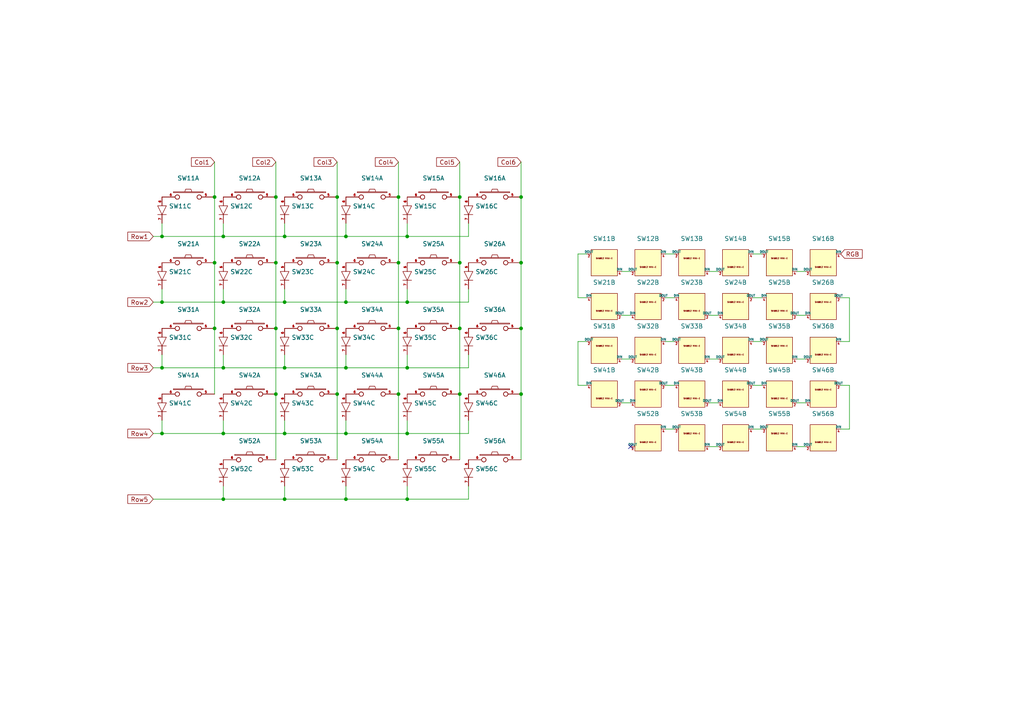
<source format=kicad_sch>
(kicad_sch (version 20211123) (generator eeschema)

  (uuid 582bc14a-ddb0-4d32-9b53-0945332e2840)

  (paper "A4")

  (title_block
    (title "egg58")
    (date "2023-04-06")
    (rev "3")
    (company "EggsWorks, LLC")
    (comment 1 "github.com/eggsworks/egg58")
    (comment 2 "a sanely minimalist split keyboard")
    (comment 3 "egg58v3")
  )

  (lib_symbols
    (symbol "egg58v3:SW_PUSH_LED" (pin_names (offset 0)) (in_bom yes) (on_board yes)
      (property "Reference" "SW?" (id 0) (at 0 -6.35 0)
        (effects (font (size 1.27 1.27)))
      )
      (property "Value" "SW_PUSH_LED" (id 1) (at 0 -7.62 0)
        (effects (font (size 0.635 0.635)) hide)
      )
      (property "Footprint" "egg58v2:Choc_Hotswap_SK6812MiniE" (id 2) (at 0.762 5.08 0)
        (effects (font (size 1.27 1.27)) hide)
      )
      (property "Datasheet" "" (id 3) (at 0 2.54 0)
        (effects (font (size 1.27 1.27)) hide)
      )
      (property "ki_locked" "" (id 4) (at 0 0 0)
        (effects (font (size 1.27 1.27)))
      )
      (symbol "SW_PUSH_LED_1_1"
        (rectangle (start -4.318 1.27) (end 4.318 1.524)
          (stroke (width 0) (type default) (color 0 0 0 0))
          (fill (type none))
        )
        (polyline
          (pts
            (xy -1.016 1.524)
            (xy -0.762 2.286)
            (xy 0.762 2.286)
            (xy 1.016 1.524)
          )
          (stroke (width 0) (type default) (color 0 0 0 0))
          (fill (type none))
        )
        (pin passive inverted (at 7.62 0 180) (length 5.08)
          (name "~" (effects (font (size 0.6096 0.6096))))
          (number "5" (effects (font (size 0.635 0.635))))
        )
        (pin passive inverted (at -7.62 0 0) (length 5.08)
          (name "~" (effects (font (size 0.6096 0.6096))))
          (number "6" (effects (font (size 0.635 0.635))))
        )
      )
      (symbol "SW_PUSH_LED_2_0"
        (text "SK6812 MINI-E" (at 0 -1.27 0)
          (effects (font (size 0.4064 0.4064)))
        )
      )
      (symbol "SW_PUSH_LED_2_1"
        (rectangle (start 3.81 -3.81) (end -3.81 3.81)
          (stroke (width 0) (type default) (color 0 0 0 0))
          (fill (type background))
        )
        (pin power_in line (at -5.08 2.54 0) (length 1.27) hide
          (name "VCC" (effects (font (size 0.635 0.635))))
          (number "1" (effects (font (size 0.635 0.635))))
        )
        (pin output line (at -5.08 -2.54 0) (length 1.27)
          (name "DOUT" (effects (font (size 0.635 0.635))))
          (number "2" (effects (font (size 0.635 0.635))))
        )
        (pin power_in line (at 5.08 -2.54 180) (length 1.27) hide
          (name "GND" (effects (font (size 0.635 0.635))))
          (number "3" (effects (font (size 0.635 0.635))))
        )
        (pin input line (at 5.08 2.54 180) (length 1.27)
          (name "DIN" (effects (font (size 0.635 0.635))))
          (number "4" (effects (font (size 0.635 0.635))))
        )
      )
      (symbol "SW_PUSH_LED_3_1"
        (polyline
          (pts
            (xy -1.27 -1.27)
            (xy -1.27 1.27)
          )
          (stroke (width 0) (type default) (color 0 0 0 0))
          (fill (type none))
        )
        (polyline
          (pts
            (xy -1.27 0)
            (xy 1.27 1.27)
            (xy 1.27 -1.27)
            (xy -1.27 0)
          )
          (stroke (width 0) (type default) (color 0 0 0 0))
          (fill (type none))
        )
        (pin passive line (at 3.81 0 180) (length 2.54)
          (name "~" (effects (font (size 0.6096 0.6096))))
          (number "6" (effects (font (size 0.635 0.635))))
        )
        (pin passive line (at -3.81 0 0) (length 2.54)
          (name "~" (effects (font (size 0.6096 0.6096))))
          (number "7" (effects (font (size 0.635 0.635))))
        )
      )
      (symbol "SW_PUSH_LED_4_1"
        (rectangle (start -4.318 1.27) (end 4.318 1.524)
          (stroke (width 0) (type default) (color 0 0 0 0))
          (fill (type none))
        )
        (polyline
          (pts
            (xy -1.016 1.524)
            (xy -0.762 2.286)
            (xy 0.762 2.286)
            (xy 1.016 1.524)
          )
          (stroke (width 0) (type default) (color 0 0 0 0))
          (fill (type none))
        )
        (pin passive inverted (at 7.62 0 180) (length 5.08)
          (name "~" (effects (font (size 0.6096 0.6096))))
          (number "12" (effects (font (size 0.635 0.635))))
        )
        (pin passive inverted (at -7.62 0 0) (length 5.08)
          (name "~" (effects (font (size 0.6096 0.6096))))
          (number "13" (effects (font (size 0.635 0.635))))
        )
      )
      (symbol "SW_PUSH_LED_5_0"
        (text "SK6812 MINI-E" (at 0 -1.27 0)
          (effects (font (size 0.4064 0.4064)))
        )
      )
      (symbol "SW_PUSH_LED_5_1"
        (rectangle (start 3.81 -3.81) (end -3.81 3.81)
          (stroke (width 0) (type default) (color 0 0 0 0))
          (fill (type background))
        )
        (pin power_in line (at 5.08 -2.54 180) (length 1.27) hide
          (name "GND" (effects (font (size 0.635 0.635))))
          (number "10" (effects (font (size 0.635 0.635))))
        )
        (pin input line (at 5.08 2.54 180) (length 1.27)
          (name "DIN" (effects (font (size 0.635 0.635))))
          (number "11" (effects (font (size 0.635 0.635))))
        )
        (pin power_in line (at -5.08 2.54 0) (length 1.27) hide
          (name "VCC" (effects (font (size 0.635 0.635))))
          (number "8" (effects (font (size 0.635 0.635))))
        )
        (pin output line (at -5.08 -2.54 0) (length 1.27)
          (name "DOUT" (effects (font (size 0.635 0.635))))
          (number "9" (effects (font (size 0.635 0.635))))
        )
      )
      (symbol "SW_PUSH_LED_6_1"
        (polyline
          (pts
            (xy -1.27 -1.27)
            (xy -1.27 1.27)
          )
          (stroke (width 0) (type default) (color 0 0 0 0))
          (fill (type none))
        )
        (polyline
          (pts
            (xy -1.27 0)
            (xy 1.27 1.27)
            (xy 1.27 -1.27)
            (xy -1.27 0)
          )
          (stroke (width 0) (type default) (color 0 0 0 0))
          (fill (type none))
        )
        (pin passive line (at 3.81 0 180) (length 2.54)
          (name "~" (effects (font (size 0.6096 0.6096))))
          (number "13" (effects (font (size 0.635 0.635))))
        )
        (pin passive line (at -3.81 0 0) (length 2.54)
          (name "~" (effects (font (size 0.6096 0.6096))))
          (number "14" (effects (font (size 0.635 0.635))))
        )
      )
    )
  )

  (junction (at 82.55 106.68) (diameter 0) (color 0 0 0 0)
    (uuid 0e4b520d-78f3-46f5-854a-a4d1cfece43f)
  )
  (junction (at 133.35 114.3) (diameter 0) (color 0 0 0 0)
    (uuid 12516c70-578e-431d-afae-daf367198fb5)
  )
  (junction (at 46.99 106.68) (diameter 0) (color 0 0 0 0)
    (uuid 197a1f34-a81e-4299-a83a-3bf1895ca70d)
  )
  (junction (at 97.79 95.25) (diameter 0) (color 0 0 0 0)
    (uuid 1ac72381-7bab-49ff-a66a-befed82e8691)
  )
  (junction (at 82.55 144.78) (diameter 0) (color 0 0 0 0)
    (uuid 1b71b483-f4ce-41f6-a6b7-6447bf628fc9)
  )
  (junction (at 46.99 87.63) (diameter 0) (color 0 0 0 0)
    (uuid 23dd9776-7024-46f5-83b7-3ab411711051)
  )
  (junction (at 62.23 95.25) (diameter 0) (color 0 0 0 0)
    (uuid 2522a395-4e6c-4509-a540-1e55aa5f2526)
  )
  (junction (at 100.33 125.73) (diameter 0) (color 0 0 0 0)
    (uuid 32b2dfb4-2243-44d4-84f4-7c57cb8e29b8)
  )
  (junction (at 80.01 76.2) (diameter 0) (color 0 0 0 0)
    (uuid 3533566b-f7e3-4f8c-a035-077b1f51f4e1)
  )
  (junction (at 64.77 125.73) (diameter 0) (color 0 0 0 0)
    (uuid 37ac9eac-05aa-4f1b-9824-758dec0cd181)
  )
  (junction (at 115.57 95.25) (diameter 0) (color 0 0 0 0)
    (uuid 3b0a0acf-8da8-4902-a0ca-c5a13b17c8ac)
  )
  (junction (at 118.11 125.73) (diameter 0) (color 0 0 0 0)
    (uuid 3e270933-3f34-4dd3-a3b1-1f9b29f07bd3)
  )
  (junction (at 64.77 106.68) (diameter 0) (color 0 0 0 0)
    (uuid 3fe5b82b-4830-428b-b3ab-6b26d5a08953)
  )
  (junction (at 80.01 114.3) (diameter 0) (color 0 0 0 0)
    (uuid 45d1b356-79ee-4710-9c1d-d9bf72eb8d8a)
  )
  (junction (at 118.11 106.68) (diameter 0) (color 0 0 0 0)
    (uuid 518dec82-dbc6-4424-8c33-658196805021)
  )
  (junction (at 97.79 57.15) (diameter 0) (color 0 0 0 0)
    (uuid 532024e8-b829-4103-b9a9-f827d98069ce)
  )
  (junction (at 82.55 125.73) (diameter 0) (color 0 0 0 0)
    (uuid 5d263418-8202-49d2-9389-5691db618206)
  )
  (junction (at 115.57 76.2) (diameter 0) (color 0 0 0 0)
    (uuid 5d951c2e-e0bc-48f2-9742-ed0bb8b4c55c)
  )
  (junction (at 118.11 87.63) (diameter 0) (color 0 0 0 0)
    (uuid 64a56c4b-926c-4eb5-ba33-49cff5746039)
  )
  (junction (at 151.13 76.2) (diameter 0) (color 0 0 0 0)
    (uuid 69ff1c7e-08d2-408d-8ebe-6194a65d1be8)
  )
  (junction (at 82.55 68.58) (diameter 0) (color 0 0 0 0)
    (uuid 6c79eb77-6021-493b-ae15-32b208023666)
  )
  (junction (at 97.79 76.2) (diameter 0) (color 0 0 0 0)
    (uuid 72021685-3572-4955-835c-465531128dbe)
  )
  (junction (at 62.23 76.2) (diameter 0) (color 0 0 0 0)
    (uuid 73e187ff-bfe1-495e-b323-a867359a0293)
  )
  (junction (at 80.01 57.15) (diameter 0) (color 0 0 0 0)
    (uuid 73ea1fa9-73e4-4fa5-aa46-cd87818e68e2)
  )
  (junction (at 100.33 87.63) (diameter 0) (color 0 0 0 0)
    (uuid 74a93bc5-e123-4327-8009-ce1e04709743)
  )
  (junction (at 80.01 95.25) (diameter 0) (color 0 0 0 0)
    (uuid 771ca722-82b6-4c1e-9406-185ae74abb08)
  )
  (junction (at 133.35 57.15) (diameter 0) (color 0 0 0 0)
    (uuid 773e2ba9-8a72-464b-83ac-1f2fa2bb9619)
  )
  (junction (at 64.77 144.78) (diameter 0) (color 0 0 0 0)
    (uuid 7a61d473-2db0-4457-bda1-456fa1769381)
  )
  (junction (at 118.11 144.78) (diameter 0) (color 0 0 0 0)
    (uuid 7f548b3f-550f-480e-a6c1-90ec009204f2)
  )
  (junction (at 64.77 68.58) (diameter 0) (color 0 0 0 0)
    (uuid 873a19e1-bbd6-437f-b3bc-3d753f340975)
  )
  (junction (at 100.33 144.78) (diameter 0) (color 0 0 0 0)
    (uuid 888b069f-6204-48f1-9179-898d4d62e2bc)
  )
  (junction (at 97.79 114.3) (diameter 0) (color 0 0 0 0)
    (uuid 954eeecf-249d-41ec-9ec7-c1120ee92d6c)
  )
  (junction (at 115.57 114.3) (diameter 0) (color 0 0 0 0)
    (uuid 98840d72-a523-4c63-bd6d-cb3dee678039)
  )
  (junction (at 151.13 95.25) (diameter 0) (color 0 0 0 0)
    (uuid a9adc65b-d272-49c7-86b8-ca8bae8df34b)
  )
  (junction (at 118.11 68.58) (diameter 0) (color 0 0 0 0)
    (uuid aa5e54ab-6c94-4b1a-91a0-1e202172f5d3)
  )
  (junction (at 46.99 68.58) (diameter 0) (color 0 0 0 0)
    (uuid bc93fa52-4647-4d01-93d8-a055c9f453ec)
  )
  (junction (at 100.33 68.58) (diameter 0) (color 0 0 0 0)
    (uuid bec1fa5c-ad8d-4016-8797-625a6117d5ac)
  )
  (junction (at 151.13 57.15) (diameter 0) (color 0 0 0 0)
    (uuid c224399f-1314-452f-bafa-c0d3060eb6eb)
  )
  (junction (at 46.99 125.73) (diameter 0) (color 0 0 0 0)
    (uuid c55cd544-1f9a-4963-8f45-43b8479c11e1)
  )
  (junction (at 62.23 57.15) (diameter 0) (color 0 0 0 0)
    (uuid c58311aa-727a-45ee-8d71-dc718f5d67f7)
  )
  (junction (at 133.35 76.2) (diameter 0) (color 0 0 0 0)
    (uuid c768bd3d-28e1-4310-9446-e0a62850dd46)
  )
  (junction (at 133.35 95.25) (diameter 0) (color 0 0 0 0)
    (uuid d1c1ec45-4241-4546-9717-4aef3e4d66b4)
  )
  (junction (at 115.57 57.15) (diameter 0) (color 0 0 0 0)
    (uuid dacdfc91-2097-4e3a-91ae-475b88c42f75)
  )
  (junction (at 64.77 87.63) (diameter 0) (color 0 0 0 0)
    (uuid db9a4d5d-463f-4407-98d5-7fd63f80937c)
  )
  (junction (at 100.33 106.68) (diameter 0) (color 0 0 0 0)
    (uuid e5399086-80de-425d-961e-9beed51187a4)
  )
  (junction (at 82.55 87.63) (diameter 0) (color 0 0 0 0)
    (uuid fca09ba4-ba2b-4321-a612-bc69c03b9044)
  )
  (junction (at 151.13 114.3) (diameter 0) (color 0 0 0 0)
    (uuid fe43f851-135a-4e4b-9e0f-778dd4756e03)
  )

  (no_connect (at 182.88 129.54) (uuid 1853045a-1530-486a-8459-80ae7e96db43))

  (wire (pts (xy 115.57 95.25) (xy 115.57 76.2))
    (stroke (width 0) (type default) (color 0 0 0 0))
    (uuid 00939d5d-f98c-4363-b9bf-83f0bc272d61)
  )
  (wire (pts (xy 82.55 87.63) (xy 100.33 87.63))
    (stroke (width 0) (type default) (color 0 0 0 0))
    (uuid 03df8c28-4b48-4723-afd8-28b9dedc3d9c)
  )
  (wire (pts (xy 64.77 106.68) (xy 82.55 106.68))
    (stroke (width 0) (type default) (color 0 0 0 0))
    (uuid 0d386979-4c6f-4f08-b325-51b12506b4f0)
  )
  (wire (pts (xy 44.45 144.78) (xy 64.77 144.78))
    (stroke (width 0) (type default) (color 0 0 0 0))
    (uuid 0f227197-b295-4ae0-994c-a57c65df894d)
  )
  (wire (pts (xy 151.13 57.15) (xy 151.13 76.2))
    (stroke (width 0) (type default) (color 0 0 0 0))
    (uuid 1096f6ac-4ac3-4062-ae95-4ac85c196da1)
  )
  (wire (pts (xy 246.38 111.76) (xy 246.38 124.46))
    (stroke (width 0) (type default) (color 0 0 0 0))
    (uuid 133fe005-83da-43ab-be6e-82e2fdfc4d38)
  )
  (wire (pts (xy 115.57 95.25) (xy 115.57 114.3))
    (stroke (width 0) (type default) (color 0 0 0 0))
    (uuid 13c9094c-228b-4df8-b83e-9a795a040198)
  )
  (wire (pts (xy 243.84 86.36) (xy 246.38 86.36))
    (stroke (width 0) (type default) (color 0 0 0 0))
    (uuid 1562491c-8ac5-467c-8576-082fdddedbca)
  )
  (wire (pts (xy 133.35 76.2) (xy 133.35 95.25))
    (stroke (width 0) (type default) (color 0 0 0 0))
    (uuid 165e9759-5bc2-442b-b7ef-a872faa450cb)
  )
  (wire (pts (xy 80.01 57.15) (xy 80.01 76.2))
    (stroke (width 0) (type default) (color 0 0 0 0))
    (uuid 19719229-cd07-424d-9cbb-659546add19c)
  )
  (wire (pts (xy 218.44 111.76) (xy 220.98 111.76))
    (stroke (width 0) (type default) (color 0 0 0 0))
    (uuid 19e236cd-b1c1-44ba-ab0f-cb96e9022084)
  )
  (wire (pts (xy 82.55 102.87) (xy 82.55 106.68))
    (stroke (width 0) (type default) (color 0 0 0 0))
    (uuid 1ace6902-c0e7-40cd-ad63-9fda209d9df8)
  )
  (wire (pts (xy 82.55 121.92) (xy 82.55 125.73))
    (stroke (width 0) (type default) (color 0 0 0 0))
    (uuid 1bf9a52a-aab3-4c96-a3d3-66b12de2cd67)
  )
  (wire (pts (xy 82.55 68.58) (xy 100.33 68.58))
    (stroke (width 0) (type default) (color 0 0 0 0))
    (uuid 2473adb3-9f83-4cf1-ace0-fc310dbd1042)
  )
  (wire (pts (xy 64.77 68.58) (xy 82.55 68.58))
    (stroke (width 0) (type default) (color 0 0 0 0))
    (uuid 2494ef39-5dd8-4f06-9308-35350bb8ce96)
  )
  (wire (pts (xy 133.35 114.3) (xy 133.35 133.35))
    (stroke (width 0) (type default) (color 0 0 0 0))
    (uuid 27db9b24-1212-4a1b-939a-7cd39fe941ba)
  )
  (wire (pts (xy 246.38 86.36) (xy 246.38 99.06))
    (stroke (width 0) (type default) (color 0 0 0 0))
    (uuid 2b8295ff-2d8c-4ffd-ab48-ba6114ed8d70)
  )
  (wire (pts (xy 195.58 73.66) (xy 193.04 73.66))
    (stroke (width 0) (type default) (color 0 0 0 0))
    (uuid 2ca2fb56-f23a-4f16-ab3f-907ee4d47e83)
  )
  (wire (pts (xy 170.18 99.06) (xy 167.64 99.06))
    (stroke (width 0) (type default) (color 0 0 0 0))
    (uuid 2cab83d8-b8c8-42af-8c17-3ca6f0dc7685)
  )
  (wire (pts (xy 118.11 87.63) (xy 135.89 87.63))
    (stroke (width 0) (type default) (color 0 0 0 0))
    (uuid 301c996d-6a39-4dc7-9a9c-b6e66774d72d)
  )
  (wire (pts (xy 97.79 95.25) (xy 97.79 114.3))
    (stroke (width 0) (type default) (color 0 0 0 0))
    (uuid 3163250a-1124-401c-b0b3-fa94023ba5f2)
  )
  (wire (pts (xy 170.18 73.66) (xy 167.64 73.66))
    (stroke (width 0) (type default) (color 0 0 0 0))
    (uuid 325061b4-f554-443e-9812-dbc34c661124)
  )
  (wire (pts (xy 100.33 64.77) (xy 100.33 68.58))
    (stroke (width 0) (type default) (color 0 0 0 0))
    (uuid 3278442e-0ef9-415a-9ac8-74308614af6a)
  )
  (wire (pts (xy 80.01 95.25) (xy 80.01 114.3))
    (stroke (width 0) (type default) (color 0 0 0 0))
    (uuid 337ec987-c550-4f84-bf20-bdc66dca662a)
  )
  (wire (pts (xy 135.89 121.92) (xy 135.89 125.73))
    (stroke (width 0) (type default) (color 0 0 0 0))
    (uuid 34af8728-7568-4ad0-a176-20cee1027b45)
  )
  (wire (pts (xy 208.28 78.74) (xy 205.74 78.74))
    (stroke (width 0) (type default) (color 0 0 0 0))
    (uuid 36b52fe3-cc4f-4691-8873-37b125615dc6)
  )
  (wire (pts (xy 64.77 140.97) (xy 64.77 144.78))
    (stroke (width 0) (type default) (color 0 0 0 0))
    (uuid 36f16202-254d-4f84-b952-fc68234b6411)
  )
  (wire (pts (xy 220.98 73.66) (xy 218.44 73.66))
    (stroke (width 0) (type default) (color 0 0 0 0))
    (uuid 37f936c9-6e43-49ef-a31f-13023df6d532)
  )
  (wire (pts (xy 82.55 64.77) (xy 82.55 68.58))
    (stroke (width 0) (type default) (color 0 0 0 0))
    (uuid 393c5634-3ae3-488d-ae50-26c9ffe5fdc6)
  )
  (wire (pts (xy 82.55 140.97) (xy 82.55 144.78))
    (stroke (width 0) (type default) (color 0 0 0 0))
    (uuid 3b016d2d-eccf-4abf-9399-0ab98ed337bc)
  )
  (wire (pts (xy 62.23 57.15) (xy 62.23 76.2))
    (stroke (width 0) (type default) (color 0 0 0 0))
    (uuid 3dec11b1-ebce-4c41-aa96-74bf86f9fa86)
  )
  (wire (pts (xy 100.33 83.82) (xy 100.33 87.63))
    (stroke (width 0) (type default) (color 0 0 0 0))
    (uuid 3f34bec4-bba2-4f4d-93ae-73fb9bc8d515)
  )
  (wire (pts (xy 80.01 95.25) (xy 80.01 76.2))
    (stroke (width 0) (type default) (color 0 0 0 0))
    (uuid 4038e79d-34cd-4a51-8f68-55f141a8d3ac)
  )
  (wire (pts (xy 133.35 57.15) (xy 133.35 76.2))
    (stroke (width 0) (type default) (color 0 0 0 0))
    (uuid 42181b25-1325-4602-942d-fab811ffa678)
  )
  (wire (pts (xy 118.11 64.77) (xy 118.11 68.58))
    (stroke (width 0) (type default) (color 0 0 0 0))
    (uuid 430ebe25-4ecf-404d-808f-9252946bc1b1)
  )
  (wire (pts (xy 64.77 83.82) (xy 64.77 87.63))
    (stroke (width 0) (type default) (color 0 0 0 0))
    (uuid 43ca245c-7386-4bbd-8f32-518d070f4a4b)
  )
  (wire (pts (xy 133.35 95.25) (xy 133.35 114.3))
    (stroke (width 0) (type default) (color 0 0 0 0))
    (uuid 4554d5c4-6621-4b79-965b-f7f07a855d0d)
  )
  (wire (pts (xy 82.55 144.78) (xy 100.33 144.78))
    (stroke (width 0) (type default) (color 0 0 0 0))
    (uuid 47226cf1-5ee5-49ad-b83c-3d3bd0e9a294)
  )
  (wire (pts (xy 233.68 78.74) (xy 231.14 78.74))
    (stroke (width 0) (type default) (color 0 0 0 0))
    (uuid 48710a80-50b8-4301-8526-66792790b514)
  )
  (wire (pts (xy 46.99 68.58) (xy 64.77 68.58))
    (stroke (width 0) (type default) (color 0 0 0 0))
    (uuid 491a13c1-ccfa-4482-845a-de92077bb0e6)
  )
  (wire (pts (xy 100.33 102.87) (xy 100.33 106.68))
    (stroke (width 0) (type default) (color 0 0 0 0))
    (uuid 4983d8fc-2d7d-4e7b-b20b-47e6ebe36f60)
  )
  (wire (pts (xy 97.79 46.99) (xy 97.79 57.15))
    (stroke (width 0) (type default) (color 0 0 0 0))
    (uuid 4c41db2d-26b9-41d3-a9d2-351bd3bf325e)
  )
  (wire (pts (xy 118.11 102.87) (xy 118.11 106.68))
    (stroke (width 0) (type default) (color 0 0 0 0))
    (uuid 4cf6a633-5d4d-4284-9ddf-d24ae2a4b390)
  )
  (wire (pts (xy 231.14 91.44) (xy 233.68 91.44))
    (stroke (width 0) (type default) (color 0 0 0 0))
    (uuid 4fd8d24d-77e5-4d99-ade2-d064ed808c29)
  )
  (wire (pts (xy 233.68 104.14) (xy 231.14 104.14))
    (stroke (width 0) (type default) (color 0 0 0 0))
    (uuid 5bf0588d-ecd0-4965-bc91-5f10b6c1f260)
  )
  (wire (pts (xy 205.74 116.84) (xy 208.28 116.84))
    (stroke (width 0) (type default) (color 0 0 0 0))
    (uuid 5d6c05ad-3607-4fee-92c5-328aae8331e0)
  )
  (wire (pts (xy 246.38 124.46) (xy 243.84 124.46))
    (stroke (width 0) (type default) (color 0 0 0 0))
    (uuid 5dfd07ca-81e0-4b63-b9be-26adc364f163)
  )
  (wire (pts (xy 46.99 125.73) (xy 44.45 125.73))
    (stroke (width 0) (type default) (color 0 0 0 0))
    (uuid 603b887b-ece5-4353-9e20-d0a15a1836e3)
  )
  (wire (pts (xy 118.11 140.97) (xy 118.11 144.78))
    (stroke (width 0) (type default) (color 0 0 0 0))
    (uuid 60cf420f-0719-4bf9-9180-2b42f0b7a4ff)
  )
  (wire (pts (xy 100.33 68.58) (xy 118.11 68.58))
    (stroke (width 0) (type default) (color 0 0 0 0))
    (uuid 626765e1-c038-4e72-b1ce-04072e828392)
  )
  (wire (pts (xy 46.99 64.77) (xy 46.99 68.58))
    (stroke (width 0) (type default) (color 0 0 0 0))
    (uuid 6457ce94-824e-4cca-b305-4659064bb621)
  )
  (wire (pts (xy 46.99 106.68) (xy 64.77 106.68))
    (stroke (width 0) (type default) (color 0 0 0 0))
    (uuid 6514aa32-3f48-4b48-935e-e05275a64323)
  )
  (wire (pts (xy 100.33 87.63) (xy 118.11 87.63))
    (stroke (width 0) (type default) (color 0 0 0 0))
    (uuid 65a0ce70-4f5f-40c2-8b96-f6184cdd08e3)
  )
  (wire (pts (xy 133.35 46.99) (xy 133.35 57.15))
    (stroke (width 0) (type default) (color 0 0 0 0))
    (uuid 68c471e4-e2a9-4dc8-9d92-443476427a28)
  )
  (wire (pts (xy 115.57 57.15) (xy 115.57 76.2))
    (stroke (width 0) (type default) (color 0 0 0 0))
    (uuid 6a1861e9-6cae-4c6a-8393-036bb3d8e568)
  )
  (wire (pts (xy 167.64 99.06) (xy 167.64 111.76))
    (stroke (width 0) (type default) (color 0 0 0 0))
    (uuid 6a8a81c2-bd79-4b6b-99d4-849973bdad3b)
  )
  (wire (pts (xy 97.79 57.15) (xy 97.79 76.2))
    (stroke (width 0) (type default) (color 0 0 0 0))
    (uuid 6ab3f966-6bb9-4f66-a5fc-9fa9435a7eb8)
  )
  (wire (pts (xy 80.01 46.99) (xy 80.01 57.15))
    (stroke (width 0) (type default) (color 0 0 0 0))
    (uuid 7096fd29-3ab9-4899-8009-6846a5d726c7)
  )
  (wire (pts (xy 100.33 144.78) (xy 118.11 144.78))
    (stroke (width 0) (type default) (color 0 0 0 0))
    (uuid 712406b5-89e2-496c-9999-1c4b6e1db26b)
  )
  (wire (pts (xy 182.88 78.74) (xy 180.34 78.74))
    (stroke (width 0) (type default) (color 0 0 0 0))
    (uuid 74953b20-7672-4af5-8a9c-d318789175b4)
  )
  (wire (pts (xy 97.79 95.25) (xy 97.79 76.2))
    (stroke (width 0) (type default) (color 0 0 0 0))
    (uuid 76a2f51d-7d70-477c-99c4-dbec9f037573)
  )
  (wire (pts (xy 180.34 116.84) (xy 182.88 116.84))
    (stroke (width 0) (type default) (color 0 0 0 0))
    (uuid 779e3f3c-64d2-414c-b673-fceabc693068)
  )
  (wire (pts (xy 97.79 114.3) (xy 97.79 133.35))
    (stroke (width 0) (type default) (color 0 0 0 0))
    (uuid 78d3afca-17ea-47c7-b333-47d73893554d)
  )
  (wire (pts (xy 231.14 116.84) (xy 233.68 116.84))
    (stroke (width 0) (type default) (color 0 0 0 0))
    (uuid 7a3d573a-2cba-480c-8efb-dc5e0d33f40b)
  )
  (wire (pts (xy 62.23 95.25) (xy 62.23 114.3))
    (stroke (width 0) (type default) (color 0 0 0 0))
    (uuid 7cf126c3-6eff-433b-9e8d-882fea241bcd)
  )
  (wire (pts (xy 208.28 104.14) (xy 205.74 104.14))
    (stroke (width 0) (type default) (color 0 0 0 0))
    (uuid 7cfdd220-f455-4bed-bc14-8287b2b84924)
  )
  (wire (pts (xy 82.55 125.73) (xy 100.33 125.73))
    (stroke (width 0) (type default) (color 0 0 0 0))
    (uuid 8046ab3a-c734-42ee-8a18-ea377776c030)
  )
  (wire (pts (xy 62.23 76.2) (xy 62.23 95.25))
    (stroke (width 0) (type default) (color 0 0 0 0))
    (uuid 83fc4c9f-9c25-44f7-929a-271cf8356d53)
  )
  (wire (pts (xy 118.11 106.68) (xy 135.89 106.68))
    (stroke (width 0) (type default) (color 0 0 0 0))
    (uuid 84642400-7a81-4b72-9d1f-cb2357249ffa)
  )
  (wire (pts (xy 182.88 104.14) (xy 180.34 104.14))
    (stroke (width 0) (type default) (color 0 0 0 0))
    (uuid 86ffd6d2-59cc-4a3e-a546-81fb36196b6d)
  )
  (wire (pts (xy 243.84 111.76) (xy 246.38 111.76))
    (stroke (width 0) (type default) (color 0 0 0 0))
    (uuid 87d6a08c-d836-45c5-875f-19542798b07c)
  )
  (wire (pts (xy 46.99 87.63) (xy 44.45 87.63))
    (stroke (width 0) (type default) (color 0 0 0 0))
    (uuid 881ba700-291b-4ea6-8ce9-5217c95d00ba)
  )
  (wire (pts (xy 193.04 111.76) (xy 195.58 111.76))
    (stroke (width 0) (type default) (color 0 0 0 0))
    (uuid 8b001d48-64bd-4b32-a6e8-47a2a622df2d)
  )
  (wire (pts (xy 246.38 99.06) (xy 243.84 99.06))
    (stroke (width 0) (type default) (color 0 0 0 0))
    (uuid 8bafb1b2-c57e-4a10-8b3e-d1d917f3fb4e)
  )
  (wire (pts (xy 182.88 91.44) (xy 180.34 91.44))
    (stroke (width 0) (type default) (color 0 0 0 0))
    (uuid 9009d498-65a6-4803-a119-6757ad8edfc7)
  )
  (wire (pts (xy 233.68 129.54) (xy 231.14 129.54))
    (stroke (width 0) (type default) (color 0 0 0 0))
    (uuid 924fedaf-410c-4f6f-a242-3f75f01f2b84)
  )
  (wire (pts (xy 118.11 83.82) (xy 118.11 87.63))
    (stroke (width 0) (type default) (color 0 0 0 0))
    (uuid 93dd4a78-6700-4869-8b2e-334a98ced28d)
  )
  (wire (pts (xy 151.13 114.3) (xy 151.13 133.35))
    (stroke (width 0) (type default) (color 0 0 0 0))
    (uuid 94bf5dd8-1cc0-404f-84fe-c5ed5794eaaf)
  )
  (wire (pts (xy 208.28 129.54) (xy 205.74 129.54))
    (stroke (width 0) (type default) (color 0 0 0 0))
    (uuid 95b9b36a-d7d9-43ec-9074-fa434a8f759c)
  )
  (wire (pts (xy 118.11 125.73) (xy 135.89 125.73))
    (stroke (width 0) (type default) (color 0 0 0 0))
    (uuid 96a44902-ce23-486e-812d-a0c4969691f8)
  )
  (wire (pts (xy 167.64 86.36) (xy 170.18 86.36))
    (stroke (width 0) (type default) (color 0 0 0 0))
    (uuid 97e0337f-2960-4bbf-8811-1ca37604024a)
  )
  (wire (pts (xy 82.55 106.68) (xy 100.33 106.68))
    (stroke (width 0) (type default) (color 0 0 0 0))
    (uuid 988cce2b-b72b-4450-bb65-ce094779bb61)
  )
  (wire (pts (xy 80.01 114.3) (xy 80.01 133.35))
    (stroke (width 0) (type default) (color 0 0 0 0))
    (uuid 99f8f2b7-2dd9-4619-bffd-e34a1c0166f7)
  )
  (wire (pts (xy 115.57 114.3) (xy 115.57 133.35))
    (stroke (width 0) (type default) (color 0 0 0 0))
    (uuid 9f0ed159-9e41-42d3-9386-a5c0239b238a)
  )
  (wire (pts (xy 100.33 125.73) (xy 118.11 125.73))
    (stroke (width 0) (type default) (color 0 0 0 0))
    (uuid 9fd3774d-0106-4448-b60d-d0941daf37df)
  )
  (wire (pts (xy 135.89 102.87) (xy 135.89 106.68))
    (stroke (width 0) (type default) (color 0 0 0 0))
    (uuid a1c09cbe-2828-4e66-8416-63387541b53a)
  )
  (wire (pts (xy 82.55 83.82) (xy 82.55 87.63))
    (stroke (width 0) (type default) (color 0 0 0 0))
    (uuid a5702f8a-130f-40db-8c31-6168cd316ece)
  )
  (wire (pts (xy 100.33 121.92) (xy 100.33 125.73))
    (stroke (width 0) (type default) (color 0 0 0 0))
    (uuid a6d2d4e4-b616-4787-92b3-51242185a43c)
  )
  (wire (pts (xy 100.33 106.68) (xy 118.11 106.68))
    (stroke (width 0) (type default) (color 0 0 0 0))
    (uuid ac8cc778-5cbf-4bad-b312-1178470978c7)
  )
  (wire (pts (xy 220.98 124.46) (xy 218.44 124.46))
    (stroke (width 0) (type default) (color 0 0 0 0))
    (uuid b130b199-a100-40a7-b5dd-addc0a67638f)
  )
  (wire (pts (xy 135.89 140.97) (xy 135.89 144.78))
    (stroke (width 0) (type default) (color 0 0 0 0))
    (uuid b2b1db4e-be64-442a-8b00-83a0d39029b4)
  )
  (wire (pts (xy 193.04 86.36) (xy 195.58 86.36))
    (stroke (width 0) (type default) (color 0 0 0 0))
    (uuid b2e48119-01c4-40aa-a862-ab7cd50ac44c)
  )
  (wire (pts (xy 151.13 95.25) (xy 151.13 114.3))
    (stroke (width 0) (type default) (color 0 0 0 0))
    (uuid b36654f2-590b-445a-ab52-bb7955d13b50)
  )
  (wire (pts (xy 135.89 64.77) (xy 135.89 68.58))
    (stroke (width 0) (type default) (color 0 0 0 0))
    (uuid b3fc9641-3510-4224-a298-8a0983a97558)
  )
  (wire (pts (xy 64.77 144.78) (xy 82.55 144.78))
    (stroke (width 0) (type default) (color 0 0 0 0))
    (uuid b846b66e-2165-490a-ad31-4a64661b5cc6)
  )
  (wire (pts (xy 64.77 102.87) (xy 64.77 106.68))
    (stroke (width 0) (type default) (color 0 0 0 0))
    (uuid bd6ec77d-1938-415d-8f32-4edee6d601d2)
  )
  (wire (pts (xy 218.44 86.36) (xy 220.98 86.36))
    (stroke (width 0) (type default) (color 0 0 0 0))
    (uuid be5a83cf-5c81-4088-be01-766397f7a153)
  )
  (wire (pts (xy 46.99 87.63) (xy 64.77 87.63))
    (stroke (width 0) (type default) (color 0 0 0 0))
    (uuid bfa2454d-6798-4de3-9287-9824745d3f46)
  )
  (wire (pts (xy 220.98 99.06) (xy 218.44 99.06))
    (stroke (width 0) (type default) (color 0 0 0 0))
    (uuid c0d913ba-d134-4df4-9afc-54a3307da330)
  )
  (wire (pts (xy 151.13 46.99) (xy 151.13 57.15))
    (stroke (width 0) (type default) (color 0 0 0 0))
    (uuid c4030f16-98f9-47d5-8159-e7af56598a2a)
  )
  (wire (pts (xy 46.99 125.73) (xy 64.77 125.73))
    (stroke (width 0) (type default) (color 0 0 0 0))
    (uuid c6af0f00-4529-4645-98bb-4983eab12303)
  )
  (wire (pts (xy 46.99 121.92) (xy 46.99 125.73))
    (stroke (width 0) (type default) (color 0 0 0 0))
    (uuid c7c6f7eb-f1e8-4fd2-84b2-d4fb7fe48c05)
  )
  (wire (pts (xy 135.89 83.82) (xy 135.89 87.63))
    (stroke (width 0) (type default) (color 0 0 0 0))
    (uuid c803c1e2-7ea3-48f5-ac17-32c571e4d639)
  )
  (wire (pts (xy 195.58 99.06) (xy 193.04 99.06))
    (stroke (width 0) (type default) (color 0 0 0 0))
    (uuid cd10b986-be68-414e-b456-e9912b6398a3)
  )
  (wire (pts (xy 64.77 64.77) (xy 64.77 68.58))
    (stroke (width 0) (type default) (color 0 0 0 0))
    (uuid cec8a17d-cecd-42db-9ae8-a4171224bd33)
  )
  (wire (pts (xy 62.23 46.99) (xy 62.23 57.15))
    (stroke (width 0) (type default) (color 0 0 0 0))
    (uuid cf58abe1-b6b8-42a1-8697-5a1f47bbfcf5)
  )
  (wire (pts (xy 195.58 124.46) (xy 193.04 124.46))
    (stroke (width 0) (type default) (color 0 0 0 0))
    (uuid d6e9ec95-4f63-48d7-804a-14a12aac09ca)
  )
  (wire (pts (xy 46.99 83.82) (xy 46.99 87.63))
    (stroke (width 0) (type default) (color 0 0 0 0))
    (uuid d6ef3bb9-e456-4cf3-8108-f7195f8fe4d1)
  )
  (wire (pts (xy 151.13 76.2) (xy 151.13 95.25))
    (stroke (width 0) (type default) (color 0 0 0 0))
    (uuid d8934b92-8708-4897-bbba-801f841800ff)
  )
  (wire (pts (xy 64.77 121.92) (xy 64.77 125.73))
    (stroke (width 0) (type default) (color 0 0 0 0))
    (uuid db23cf4a-b734-4945-ad3f-9fb6fee28c73)
  )
  (wire (pts (xy 118.11 144.78) (xy 135.89 144.78))
    (stroke (width 0) (type default) (color 0 0 0 0))
    (uuid dcc9394e-5cbd-46f3-b1a0-a9b2264f3a1a)
  )
  (wire (pts (xy 118.11 121.92) (xy 118.11 125.73))
    (stroke (width 0) (type default) (color 0 0 0 0))
    (uuid e21be91e-eab3-441d-9e27-e83c8d5ddb49)
  )
  (wire (pts (xy 118.11 68.58) (xy 135.89 68.58))
    (stroke (width 0) (type default) (color 0 0 0 0))
    (uuid e6a89a5f-8bbf-495d-ba32-6f9192dd9bff)
  )
  (wire (pts (xy 64.77 87.63) (xy 82.55 87.63))
    (stroke (width 0) (type default) (color 0 0 0 0))
    (uuid e79b49ea-bff1-4d83-b64f-c75a791c433d)
  )
  (wire (pts (xy 46.99 68.58) (xy 44.45 68.58))
    (stroke (width 0) (type default) (color 0 0 0 0))
    (uuid e92ad68b-3964-4c90-a025-320d4942e892)
  )
  (wire (pts (xy 205.74 91.44) (xy 208.28 91.44))
    (stroke (width 0) (type default) (color 0 0 0 0))
    (uuid ea5f4242-2b14-401a-a9fe-dd07c467b4fa)
  )
  (wire (pts (xy 64.77 125.73) (xy 82.55 125.73))
    (stroke (width 0) (type default) (color 0 0 0 0))
    (uuid ed6222a8-e0b1-4232-8e8e-e239ca3f624b)
  )
  (wire (pts (xy 167.64 73.66) (xy 167.64 86.36))
    (stroke (width 0) (type default) (color 0 0 0 0))
    (uuid f1de5e3c-923a-4eed-b063-d63fe264435b)
  )
  (wire (pts (xy 115.57 46.99) (xy 115.57 57.15))
    (stroke (width 0) (type default) (color 0 0 0 0))
    (uuid f2756a31-e4ea-4d3d-9b13-b6562e341d99)
  )
  (wire (pts (xy 100.33 140.97) (xy 100.33 144.78))
    (stroke (width 0) (type default) (color 0 0 0 0))
    (uuid f7a32e5c-7ba0-49e1-9525-0fda8c52ebcb)
  )
  (wire (pts (xy 46.99 102.87) (xy 46.99 106.68))
    (stroke (width 0) (type default) (color 0 0 0 0))
    (uuid fa01b7f1-829a-4c4a-b325-95aa9f86a81e)
  )
  (wire (pts (xy 167.64 111.76) (xy 170.18 111.76))
    (stroke (width 0) (type default) (color 0 0 0 0))
    (uuid fc4c63df-e8c7-468e-ade2-266bba9a52b5)
  )
  (wire (pts (xy 46.99 106.68) (xy 44.45 106.68))
    (stroke (width 0) (type default) (color 0 0 0 0))
    (uuid fef58c4e-3d06-4fbd-bf54-e53f9dd21e7f)
  )

  (global_label "Col3" (shape input) (at 97.79 46.99 180) (fields_autoplaced)
    (effects (font (size 1.27 1.27)) (justify right))
    (uuid 03b0b054-64c2-49e2-a3c0-4e8f196ad75e)
    (property "Intersheet References" "${INTERSHEET_REFS}" (id 0) (at -129.54 30.48 0)
      (effects (font (size 1.27 1.27)) hide)
    )
  )
  (global_label "Row4" (shape input) (at 44.45 125.73 180) (fields_autoplaced)
    (effects (font (size 1.27 1.27)) (justify right))
    (uuid 05fda8d7-4cfd-44b1-b2ae-d461925aad39)
    (property "Intersheet References" "${INTERSHEET_REFS}" (id 0) (at -129.54 30.48 0)
      (effects (font (size 1.27 1.27)) hide)
    )
  )
  (global_label "Col6" (shape input) (at 151.13 46.99 180) (fields_autoplaced)
    (effects (font (size 1.27 1.27)) (justify right))
    (uuid 0fc8bf71-3a39-471a-9523-205656a309dd)
    (property "Intersheet References" "${INTERSHEET_REFS}" (id 0) (at -129.54 30.48 0)
      (effects (font (size 1.27 1.27)) hide)
    )
  )
  (global_label "Col4" (shape input) (at 115.57 46.99 180) (fields_autoplaced)
    (effects (font (size 1.27 1.27)) (justify right))
    (uuid 249f4a34-cd1a-471f-bac2-96ab7ec1a362)
    (property "Intersheet References" "${INTERSHEET_REFS}" (id 0) (at -129.54 30.48 0)
      (effects (font (size 1.27 1.27)) hide)
    )
  )
  (global_label "Row5" (shape input) (at 44.45 144.78 180) (fields_autoplaced)
    (effects (font (size 1.27 1.27)) (justify right))
    (uuid 5d99cafd-24be-4208-8455-f49aa5a13163)
    (property "Intersheet References" "${INTERSHEET_REFS}" (id 0) (at -129.54 30.48 0)
      (effects (font (size 1.27 1.27)) hide)
    )
  )
  (global_label "Row3" (shape input) (at 44.45 106.68 180) (fields_autoplaced)
    (effects (font (size 1.27 1.27)) (justify right))
    (uuid 79804d54-20bf-4010-ad72-93ce8232eb73)
    (property "Intersheet References" "${INTERSHEET_REFS}" (id 0) (at -129.54 30.48 0)
      (effects (font (size 1.27 1.27)) hide)
    )
  )
  (global_label "Row2" (shape input) (at 44.45 87.63 180) (fields_autoplaced)
    (effects (font (size 1.27 1.27)) (justify right))
    (uuid 985783d3-3d3e-4a7e-b8c2-4b915e6a0320)
    (property "Intersheet References" "${INTERSHEET_REFS}" (id 0) (at -129.54 30.48 0)
      (effects (font (size 1.27 1.27)) hide)
    )
  )
  (global_label "Col5" (shape input) (at 133.35 46.99 180) (fields_autoplaced)
    (effects (font (size 1.27 1.27)) (justify right))
    (uuid aa4c4c6a-4ff5-438b-b329-ae45dc88e3f8)
    (property "Intersheet References" "${INTERSHEET_REFS}" (id 0) (at -129.54 30.48 0)
      (effects (font (size 1.27 1.27)) hide)
    )
  )
  (global_label "Row1" (shape input) (at 44.45 68.58 180) (fields_autoplaced)
    (effects (font (size 1.27 1.27)) (justify right))
    (uuid bb5e8287-42f3-46a5-9bce-a5a116632fb5)
    (property "Intersheet References" "${INTERSHEET_REFS}" (id 0) (at -129.54 30.48 0)
      (effects (font (size 1.27 1.27)) hide)
    )
  )
  (global_label "Col1" (shape input) (at 62.23 46.99 180) (fields_autoplaced)
    (effects (font (size 1.27 1.27)) (justify right))
    (uuid d9247bd8-7afe-46b7-935d-4626a3593b2a)
    (property "Intersheet References" "${INTERSHEET_REFS}" (id 0) (at -129.54 30.48 0)
      (effects (font (size 1.27 1.27)) hide)
    )
  )
  (global_label "Col2" (shape input) (at 80.01 46.99 180) (fields_autoplaced)
    (effects (font (size 1.27 1.27)) (justify right))
    (uuid f521df40-587c-48fd-9af0-eaa98f67b98b)
    (property "Intersheet References" "${INTERSHEET_REFS}" (id 0) (at -129.54 30.48 0)
      (effects (font (size 1.27 1.27)) hide)
    )
  )
  (global_label "RGB" (shape input) (at 243.84 73.66 0) (fields_autoplaced)
    (effects (font (size 1.27 1.27)) (justify left))
    (uuid f75dcc9e-9435-40ca-9797-de7a5bd84f39)
    (property "Intersheet References" "${INTERSHEET_REFS}" (id 0) (at 144.78 -44.45 0)
      (effects (font (size 1.27 1.27)) hide)
    )
  )

  (symbol (lib_id "egg58v3:SW_PUSH_LED") (at 143.51 76.2 0) (unit 1)
    (in_bom yes) (on_board yes)
    (uuid 0156e764-c675-4ea5-a0b0-d32101e61e7c)
    (property "Reference" "SW26" (id 0) (at 143.51 70.739 0))
    (property "Value" "SW_PUSH_LED" (id 1) (at 143.51 83.82 0)
      (effects (font (size 0.635 0.635)) hide)
    )
    (property "Footprint" "egg58v2:Choc_Hotswap_SK6812MiniE" (id 2) (at 144.272 71.12 0)
      (effects (font (size 1.27 1.27)) hide)
    )
    (property "Datasheet" "" (id 3) (at 143.51 73.66 0)
      (effects (font (size 1.27 1.27)) hide)
    )
    (pin "5" (uuid d859fcb1-0148-46f1-9507-641736735b29))
    (pin "6" (uuid 82d196dc-3057-47fc-8a7a-1c28168a21e4))
    (pin "1" (uuid 0e6131e5-0f03-4f0c-9d98-243757fd98b3))
    (pin "2" (uuid ef4e4ef3-8a5a-4fb5-a0e4-a74e43c0ed00))
    (pin "3" (uuid 932696cc-1ef9-4253-b82f-53afe66cc32d))
    (pin "4" (uuid f3927c37-9b51-496d-ab67-52b690112f90))
    (pin "6" (uuid 82d196dc-3057-47fc-8a7a-1c28168a21e4))
    (pin "7" (uuid 7895aa17-30e3-43a9-8bb6-b221467f1318))
    (pin "12" (uuid 3c65ef95-f8bc-4ba4-b168-27d027413e78))
    (pin "13" (uuid 9a86fd81-8036-4044-8b30-da2e935d52ab))
    (pin "10" (uuid 000aaf2c-a965-49db-890a-764bb55de5db))
    (pin "11" (uuid 3835ecd7-2818-4524-a90d-2c269634ff56))
    (pin "8" (uuid 4a29bd1f-e9f1-41f7-8284-1ea959011b2a))
    (pin "9" (uuid fc665511-41ae-4c00-87fc-a54ed5a1df48))
    (pin "13" (uuid 9a86fd81-8036-4044-8b30-da2e935d52ab))
    (pin "14" (uuid f3c80117-5ff3-4cc4-ab14-fe0fbe19c1e5))
  )

  (symbol (lib_id "egg58v3:SW_PUSH_LED") (at 238.76 88.9 180) (unit 2)
    (in_bom yes) (on_board yes)
    (uuid 09d5dcc6-4476-47ad-83d6-e4d66fc814ed)
    (property "Reference" "SW26" (id 0) (at 238.76 81.915 0))
    (property "Value" "SW_PUSH_LED" (id 1) (at 238.76 81.28 0)
      (effects (font (size 0.635 0.635)) hide)
    )
    (property "Footprint" "egg58v2:Choc_Hotswap_SK6812MiniE" (id 2) (at 237.998 93.98 0)
      (effects (font (size 1.27 1.27)) hide)
    )
    (property "Datasheet" "" (id 3) (at 238.76 91.44 0)
      (effects (font (size 1.27 1.27)) hide)
    )
    (pin "5" (uuid 57f4db9f-2fb2-46ee-8870-f167e0996924))
    (pin "6" (uuid fbbfaa64-d99c-4576-9852-5ee6c14ed62c))
    (pin "1" (uuid 909e72fc-355e-488a-be7e-0d71359b64c3))
    (pin "2" (uuid 809c1f2a-1873-4429-8664-6ab3f80eb4eb))
    (pin "3" (uuid 82469c0f-97b6-415a-a6fc-6a1345a66a2f))
    (pin "4" (uuid 435dd778-3c7e-4fd3-ab40-ab6be361e504))
    (pin "6" (uuid fbbfaa64-d99c-4576-9852-5ee6c14ed62c))
    (pin "7" (uuid fc3faa03-6f76-498d-afaf-107d9056bc51))
    (pin "12" (uuid 3581523c-b460-4a4b-91ec-4fef209663ff))
    (pin "13" (uuid 8b614cd0-1f12-44da-b59f-acc507f358da))
    (pin "10" (uuid e337e903-4426-467a-b6aa-ed416901bdb6))
    (pin "11" (uuid f746377d-10ea-477f-9e1c-94b44eaad41f))
    (pin "8" (uuid 1175b533-397c-4ab8-bd92-11fe70cffcac))
    (pin "9" (uuid 090b094c-e7ee-4b8c-95f3-6acee2302a01))
    (pin "13" (uuid 8b614cd0-1f12-44da-b59f-acc507f358da))
    (pin "14" (uuid 0a8f8162-5a0c-471d-9453-a8a17452f015))
  )

  (symbol (lib_id "egg58v3:SW_PUSH_LED") (at 107.95 76.2 0) (unit 1)
    (in_bom yes) (on_board yes)
    (uuid 15697368-b919-4917-bd77-72a774be0a41)
    (property "Reference" "SW24" (id 0) (at 107.95 70.739 0))
    (property "Value" "SW_PUSH_LED" (id 1) (at 107.95 83.82 0)
      (effects (font (size 0.635 0.635)) hide)
    )
    (property "Footprint" "egg58v2:Choc_Hotswap_SK6812MiniE" (id 2) (at 108.712 71.12 0)
      (effects (font (size 1.27 1.27)) hide)
    )
    (property "Datasheet" "" (id 3) (at 107.95 73.66 0)
      (effects (font (size 1.27 1.27)) hide)
    )
    (pin "5" (uuid cb3ae8a2-a646-4656-bc76-6dcad18ffefa))
    (pin "6" (uuid 006522ad-86fe-4663-a8c2-288951a4fd60))
    (pin "1" (uuid 21702896-5314-4456-99a5-b8a4c1aa83e8))
    (pin "2" (uuid bd3dc4b4-ca60-4137-afef-280ffbdc69df))
    (pin "3" (uuid 089d3296-9e50-4c41-be38-5c35ffb19b23))
    (pin "4" (uuid a370a56a-4c82-43ce-a792-90767fdd8855))
    (pin "6" (uuid 006522ad-86fe-4663-a8c2-288951a4fd60))
    (pin "7" (uuid 9cf591d7-d093-4868-af4a-46e8405b8739))
    (pin "12" (uuid 8de2549f-47b7-422f-abd1-3c22bb18cca6))
    (pin "13" (uuid 353d2fb8-77bd-4f1e-8525-3ed8958c17a8))
    (pin "10" (uuid f57f9e0f-56c0-45a0-a5f9-def15a1aa29f))
    (pin "11" (uuid b04316eb-2dee-45e2-a4bb-538ad5705afe))
    (pin "8" (uuid 8da38eff-ad9a-4043-bc85-5ac00d27baa9))
    (pin "9" (uuid 315a6633-3d51-4f0a-a22b-8d5ffb9e56d0))
    (pin "13" (uuid 353d2fb8-77bd-4f1e-8525-3ed8958c17a8))
    (pin "14" (uuid facdd831-0bf5-457d-b1c2-266b8df49091))
  )

  (symbol (lib_id "egg58v3:SW_PUSH_LED") (at 54.61 95.25 0) (unit 1)
    (in_bom yes) (on_board yes)
    (uuid 1638d1d6-d83a-4263-a407-1b44f67053d4)
    (property "Reference" "SW31" (id 0) (at 54.61 89.789 0))
    (property "Value" "SW_PUSH_LED" (id 1) (at 54.61 102.87 0)
      (effects (font (size 0.635 0.635)) hide)
    )
    (property "Footprint" "egg58v2:Choc_Hotswap_SK6812MiniE" (id 2) (at 55.372 90.17 0)
      (effects (font (size 1.27 1.27)) hide)
    )
    (property "Datasheet" "" (id 3) (at 54.61 92.71 0)
      (effects (font (size 1.27 1.27)) hide)
    )
    (pin "5" (uuid 5b218648-c993-4d14-a455-46734497743b))
    (pin "6" (uuid d39367a5-82a8-4271-99a9-a1e1b95f0fb2))
    (pin "1" (uuid 86105c5d-ad10-4278-af47-d3d00728d231))
    (pin "2" (uuid 09f19151-b1d4-466b-ab47-ef61ca4da683))
    (pin "3" (uuid c1812da5-f8ca-4120-95fb-acefc937cd31))
    (pin "4" (uuid 64298ed0-d57e-4ccb-96a3-fb2cacca3233))
    (pin "6" (uuid d39367a5-82a8-4271-99a9-a1e1b95f0fb2))
    (pin "7" (uuid 7cd0328e-efca-4355-9a18-1b6793786d8c))
    (pin "12" (uuid bfa5d7dc-5660-4c4b-b0ba-361384f74eac))
    (pin "13" (uuid 5b496871-2960-429c-ae05-b96b9fb17730))
    (pin "10" (uuid 3944098f-7cb6-4019-bc32-3974f1c2a4c1))
    (pin "11" (uuid 175edba1-e450-4769-bf2f-7681177976b7))
    (pin "8" (uuid c4a75ed5-d570-4cfb-aef8-1f639f70048b))
    (pin "9" (uuid 9ebd61d7-4663-4ba1-b53f-69f20d3751fc))
    (pin "13" (uuid 5b496871-2960-429c-ae05-b96b9fb17730))
    (pin "14" (uuid eeea0c50-5192-44e0-9bf1-18a4a5b7bd9f))
  )

  (symbol (lib_id "egg58v3:SW_PUSH_LED") (at 213.36 76.2 0) (unit 2)
    (in_bom yes) (on_board yes)
    (uuid 17a0454e-d6f0-426d-a0b7-13db1f6148fa)
    (property "Reference" "SW14" (id 0) (at 213.36 69.215 0))
    (property "Value" "SW_PUSH_LED" (id 1) (at 213.36 83.82 0)
      (effects (font (size 0.635 0.635)) hide)
    )
    (property "Footprint" "egg58v2:Choc_Hotswap_SK6812MiniE" (id 2) (at 214.122 71.12 0)
      (effects (font (size 1.27 1.27)) hide)
    )
    (property "Datasheet" "" (id 3) (at 213.36 73.66 0)
      (effects (font (size 1.27 1.27)) hide)
    )
    (pin "5" (uuid e0007234-338d-4eb0-9e17-b1b4344ea824))
    (pin "6" (uuid 1448de13-391f-443b-bb42-65b75f401fcc))
    (pin "1" (uuid 7f1e0541-1f21-4abb-b5bd-f3fb0f3a84e5))
    (pin "2" (uuid 628ce3d9-2007-4e78-abb0-e1df83ebe003))
    (pin "3" (uuid 54c386ce-ec48-4c41-b867-bd2aec152cb3))
    (pin "4" (uuid da7882ba-ad0f-415b-9b3c-3f0a1bff8081))
    (pin "6" (uuid 1448de13-391f-443b-bb42-65b75f401fcc))
    (pin "7" (uuid 8a2ac7e5-0a44-4659-8f3f-4a9298a73945))
    (pin "12" (uuid e5ba9e24-eb59-45f1-b4ea-a12b5ea0117b))
    (pin "13" (uuid c7bc995f-3195-49b9-8a8e-77bd33c66b06))
    (pin "10" (uuid 2a7cfd42-dbe6-4183-b3fc-ef22d45500a9))
    (pin "11" (uuid 802f3614-524e-4d9d-99e8-60d28b97ed89))
    (pin "8" (uuid afc5d4a7-359a-416f-a463-f66defcbdf5d))
    (pin "9" (uuid 3f84d8b8-fe06-40a2-bf1e-339376ec1987))
    (pin "13" (uuid c7bc995f-3195-49b9-8a8e-77bd33c66b06))
    (pin "14" (uuid 7450f6ee-3db1-4820-b920-a0e5ced51f22))
  )

  (symbol (lib_id "egg58v3:SW_PUSH_LED") (at 143.51 57.15 0) (unit 1)
    (in_bom yes) (on_board yes)
    (uuid 17efe1a1-91f8-45bd-a6cc-869a126207cc)
    (property "Reference" "SW16" (id 0) (at 143.51 51.689 0))
    (property "Value" "SW_PUSH_LED" (id 1) (at 143.51 64.77 0)
      (effects (font (size 0.635 0.635)) hide)
    )
    (property "Footprint" "egg58v2:Choc_Hotswap_SK6812MiniE" (id 2) (at 144.272 52.07 0)
      (effects (font (size 1.27 1.27)) hide)
    )
    (property "Datasheet" "" (id 3) (at 143.51 54.61 0)
      (effects (font (size 1.27 1.27)) hide)
    )
    (pin "5" (uuid fc5ea832-3366-4176-8e5a-29f58b19eb67))
    (pin "6" (uuid e8c2764e-9fe6-45e1-b5ed-35108c9b3c54))
    (pin "1" (uuid 635a9df6-f51e-4457-b911-cf1ae8110695))
    (pin "2" (uuid 91cbb47e-d398-4566-aa3d-c05c09317bec))
    (pin "3" (uuid 980746aa-fcec-49e5-b9b3-058101ff2ad4))
    (pin "4" (uuid e9a3a2cf-b1bc-4773-a746-9101cc1e5f45))
    (pin "6" (uuid e8c2764e-9fe6-45e1-b5ed-35108c9b3c54))
    (pin "7" (uuid 264f58c6-ebc4-4a7a-97af-3e2e83b15a19))
    (pin "12" (uuid 37dc19c6-336c-4dcb-84bf-fdc77692e6a8))
    (pin "13" (uuid e64392bc-51c9-42f6-93e5-b0fe9a265741))
    (pin "10" (uuid ba17884a-90f5-42a9-a7c7-1f56f40be1f9))
    (pin "11" (uuid 7a613135-4df4-4e13-a364-f54b44615bbe))
    (pin "8" (uuid 74a34759-4fa5-456d-93cc-4910bb10bfa4))
    (pin "9" (uuid d7e585a4-fcf3-4290-9a37-80deafc554d5))
    (pin "13" (uuid e64392bc-51c9-42f6-93e5-b0fe9a265741))
    (pin "14" (uuid 50e52c40-65ac-42c3-8d2d-48f533bc1755))
  )

  (symbol (lib_id "egg58v3:SW_PUSH_LED") (at 187.96 76.2 0) (unit 2)
    (in_bom yes) (on_board yes)
    (uuid 1843e41c-51be-4ea9-a034-ab053ecc7a96)
    (property "Reference" "SW12" (id 0) (at 187.96 69.215 0))
    (property "Value" "SW_PUSH_LED" (id 1) (at 187.96 83.82 0)
      (effects (font (size 0.635 0.635)) hide)
    )
    (property "Footprint" "egg58v2:Choc_Hotswap_SK6812MiniE" (id 2) (at 188.722 71.12 0)
      (effects (font (size 1.27 1.27)) hide)
    )
    (property "Datasheet" "" (id 3) (at 187.96 73.66 0)
      (effects (font (size 1.27 1.27)) hide)
    )
    (pin "5" (uuid ad48f127-5253-48d4-bf57-80a2e06fb21f))
    (pin "6" (uuid d940dc8a-011f-4c75-905c-a7789b16cfd8))
    (pin "1" (uuid 6804ea8a-9ba6-4db3-a2de-3ec8d730ca9e))
    (pin "2" (uuid 208d32a8-ca66-4810-86cd-2930a7ce4aae))
    (pin "3" (uuid b87d908f-fb41-4bd8-8d59-67468ca5c6d3))
    (pin "4" (uuid 214f193a-6b1a-4d27-a772-0077e2f98563))
    (pin "6" (uuid d940dc8a-011f-4c75-905c-a7789b16cfd8))
    (pin "7" (uuid 53102ee7-6971-4c07-8e70-b8010817f25e))
    (pin "12" (uuid 3667d379-25bc-45e9-9074-31504fe70147))
    (pin "13" (uuid 08080fcb-6076-4f5d-b84c-a201fc5a25b6))
    (pin "10" (uuid cd42b0ed-e99c-4ec6-86bf-9ea1566872a6))
    (pin "11" (uuid cb5dff93-d459-454a-9158-a145f8111df0))
    (pin "8" (uuid 0f0278b0-5b53-4842-8d3a-8930024f5559))
    (pin "9" (uuid c66d1f6b-5234-4d71-a9bc-c5d6f9f95623))
    (pin "13" (uuid 08080fcb-6076-4f5d-b84c-a201fc5a25b6))
    (pin "14" (uuid 723ffc4b-2ed2-47d3-a0c5-30cfdccc0d52))
  )

  (symbol (lib_id "egg58v3:SW_PUSH_LED") (at 238.76 101.6 0) (unit 2)
    (in_bom yes) (on_board yes)
    (uuid 1934500d-46bd-424a-b139-316a681b9027)
    (property "Reference" "SW36" (id 0) (at 238.76 94.615 0))
    (property "Value" "SW_PUSH_LED" (id 1) (at 238.76 109.22 0)
      (effects (font (size 0.635 0.635)) hide)
    )
    (property "Footprint" "egg58v2:Choc_Hotswap_SK6812MiniE" (id 2) (at 239.522 96.52 0)
      (effects (font (size 1.27 1.27)) hide)
    )
    (property "Datasheet" "" (id 3) (at 238.76 99.06 0)
      (effects (font (size 1.27 1.27)) hide)
    )
    (pin "5" (uuid e86685ee-04b9-4c55-aa11-9a9e9ddd90e6))
    (pin "6" (uuid b00b5691-7420-4601-90e6-6aa0225e8145))
    (pin "1" (uuid e62f21dc-a0e2-4c02-a70e-44783e9b62e1))
    (pin "2" (uuid 52ac2515-1ae7-413a-a2c7-9346ae4b04bc))
    (pin "3" (uuid 0a1f3665-3840-4ad9-b8e5-743b815a7282))
    (pin "4" (uuid d56ce512-1f33-454e-bae2-965464c7296a))
    (pin "6" (uuid b00b5691-7420-4601-90e6-6aa0225e8145))
    (pin "7" (uuid b67712f8-54b9-41e1-b2d8-7091b4482d8a))
    (pin "12" (uuid 51f14991-0b91-4a53-979e-65a6f1d92718))
    (pin "13" (uuid f4b13ea4-2675-45ac-a669-9162b14f3c2a))
    (pin "10" (uuid b9b6e36c-f4df-4567-85f9-dd11c142f855))
    (pin "11" (uuid 7b4a09c5-a8fa-408a-8978-bd422c80d61e))
    (pin "8" (uuid 19b40841-8ca3-4c86-81f7-152808fadc09))
    (pin "9" (uuid f486995d-8b41-4a9e-9826-becff19594de))
    (pin "13" (uuid f4b13ea4-2675-45ac-a669-9162b14f3c2a))
    (pin "14" (uuid fa8d1721-6e35-4881-81e0-94429e525eec))
  )

  (symbol (lib_id "egg58v3:SW_PUSH_LED") (at 175.26 101.6 0) (mirror x) (unit 2)
    (in_bom yes) (on_board yes)
    (uuid 1c2149a9-45a4-4211-978f-e2258e09fc84)
    (property "Reference" "SW31" (id 0) (at 175.26 94.615 0))
    (property "Value" "SW_PUSH_LED" (id 1) (at 175.26 93.98 0)
      (effects (font (size 0.635 0.635)) hide)
    )
    (property "Footprint" "egg58v2:Choc_Hotswap_SK6812MiniE" (id 2) (at 176.022 106.68 0)
      (effects (font (size 1.27 1.27)) hide)
    )
    (property "Datasheet" "" (id 3) (at 175.26 104.14 0)
      (effects (font (size 1.27 1.27)) hide)
    )
    (pin "5" (uuid acec4c01-ecf1-40c0-a3bb-5e4663d97249))
    (pin "6" (uuid 6f23fe65-e504-4534-9887-917031cab8b5))
    (pin "1" (uuid ffec81aa-0680-4bf2-b3fd-560db472cd4c))
    (pin "2" (uuid b44905ef-95bf-410d-a517-3ac4ce4513f8))
    (pin "3" (uuid a70c2882-e8f1-4003-88d5-361f40acaaaf))
    (pin "4" (uuid 744d724a-8629-486b-842f-a375efb24ee5))
    (pin "6" (uuid 6f23fe65-e504-4534-9887-917031cab8b5))
    (pin "7" (uuid 3b005455-9832-4dff-965a-052958117fe5))
    (pin "12" (uuid 2afb7226-469d-44a8-a285-19291f653163))
    (pin "13" (uuid 96faccee-713c-4d38-aec7-459566382704))
    (pin "10" (uuid 77a79dbf-5896-4048-ae2d-a02dcc4b866a))
    (pin "11" (uuid bb5d16a2-c911-456d-bb9d-f40bdcf74a91))
    (pin "8" (uuid d945c855-2d73-4475-8424-f96b7824fc99))
    (pin "9" (uuid a9c1b5cd-5c0c-4810-b4c4-0b8b039e833d))
    (pin "13" (uuid 96faccee-713c-4d38-aec7-459566382704))
    (pin "14" (uuid 4d5c0020-0d11-4754-8078-06a47158974d))
  )

  (symbol (lib_id "egg58v3:SW_PUSH_LED") (at 125.73 114.3 0) (unit 1)
    (in_bom yes) (on_board yes)
    (uuid 1c730eb6-3cf6-453f-8f43-5d255d39b190)
    (property "Reference" "SW45" (id 0) (at 125.73 108.839 0))
    (property "Value" "SW_PUSH_LED" (id 1) (at 125.73 121.92 0)
      (effects (font (size 0.635 0.635)) hide)
    )
    (property "Footprint" "egg58v2:Choc_Hotswap_SK6812MiniE" (id 2) (at 126.492 109.22 0)
      (effects (font (size 1.27 1.27)) hide)
    )
    (property "Datasheet" "" (id 3) (at 125.73 111.76 0)
      (effects (font (size 1.27 1.27)) hide)
    )
    (pin "5" (uuid 20cd9568-fdf3-476c-898e-89352d407596))
    (pin "6" (uuid 48f8f0b8-82e0-4017-bc40-ca986d69f1fc))
    (pin "1" (uuid 30551ea8-749d-414f-b635-4e76678a9dd7))
    (pin "2" (uuid ca6c08a3-286d-4ac7-b52d-696bf3a3cffd))
    (pin "3" (uuid ed3b1a33-8d29-41b5-9f3a-97d985192a68))
    (pin "4" (uuid 4222ef89-a84c-4ded-ab41-09708221466a))
    (pin "6" (uuid 48f8f0b8-82e0-4017-bc40-ca986d69f1fc))
    (pin "7" (uuid 1626a6c5-e80d-4da2-b628-e55da112a0e2))
    (pin "12" (uuid 55b1c6e7-493d-4e15-9699-1c4741aedd15))
    (pin "13" (uuid 517a3446-aba7-403d-8f8a-ef60c73dbc68))
    (pin "10" (uuid 74b0aaae-ad8b-4aed-91df-95c3ba6fbd72))
    (pin "11" (uuid 615e3a0a-27ed-4edb-b677-6ac6da6e4f0e))
    (pin "8" (uuid 26c0b670-6efc-4cc1-8c58-011615120215))
    (pin "9" (uuid 87d3df82-964c-4c1f-a628-a64d1c256767))
    (pin "13" (uuid 517a3446-aba7-403d-8f8a-ef60c73dbc68))
    (pin "14" (uuid a5167c35-ed55-48c8-9734-d5d88c2346b8))
  )

  (symbol (lib_id "egg58v3:SW_PUSH_LED") (at 118.11 118.11 90) (unit 3)
    (in_bom yes) (on_board yes)
    (uuid 1d55848a-f6c4-431d-b86a-db74b5746776)
    (property "Reference" "SW45" (id 0) (at 120.1166 116.9416 90)
      (effects (font (size 1.27 1.27)) (justify right))
    )
    (property "Value" "SW_PUSH_LED" (id 1) (at 125.73 118.11 0)
      (effects (font (size 0.635 0.635)) hide)
    )
    (property "Footprint" "egg58v2:Choc_Hotswap_SK6812MiniE" (id 2) (at 113.03 117.348 0)
      (effects (font (size 1.27 1.27)) hide)
    )
    (property "Datasheet" "" (id 3) (at 115.57 118.11 0)
      (effects (font (size 1.27 1.27)) hide)
    )
    (pin "5" (uuid 6c62733d-debd-44b6-8148-f4304853d4ed))
    (pin "6" (uuid b00c8e03-e3e1-428c-bfbe-99bcf584653d))
    (pin "1" (uuid 3c996ec8-ac07-420f-9d54-e9c638b22d9a))
    (pin "2" (uuid b4d03efa-6587-4aeb-9390-75c8e89dd4b8))
    (pin "3" (uuid 2ebd0c8b-ec7c-4cb5-b8d1-6a4e51641bbd))
    (pin "4" (uuid e7bf45ac-7d1d-4640-a1a9-2ae5bce1ad23))
    (pin "6" (uuid b00c8e03-e3e1-428c-bfbe-99bcf584653d))
    (pin "7" (uuid 6d0a7afb-9e95-48e1-8ec2-fdedb0590724))
    (pin "12" (uuid 92d7d233-314e-4b68-8801-9c62c2475022))
    (pin "13" (uuid 02f1acef-a88d-49cf-8561-6a49264b1536))
    (pin "10" (uuid f87153a3-d38c-4aff-b71a-a95c9baf6835))
    (pin "11" (uuid f900a765-0872-4c0d-9216-5ff0dcff567c))
    (pin "8" (uuid 3d8cacb5-85ec-41a3-be36-7323b4059daf))
    (pin "9" (uuid edde6982-4fda-4109-8037-13d66b185e53))
    (pin "13" (uuid 02f1acef-a88d-49cf-8561-6a49264b1536))
    (pin "14" (uuid 7d7bf425-89da-498f-b32a-f8f85e4590a5))
  )

  (symbol (lib_id "egg58v3:SW_PUSH_LED") (at 118.11 60.96 90) (unit 3)
    (in_bom yes) (on_board yes)
    (uuid 1e12c6cf-8a69-4c5c-a7bb-e39595e12091)
    (property "Reference" "SW15" (id 0) (at 120.1166 59.7916 90)
      (effects (font (size 1.27 1.27)) (justify right))
    )
    (property "Value" "SW_PUSH_LED" (id 1) (at 125.73 60.96 0)
      (effects (font (size 0.635 0.635)) hide)
    )
    (property "Footprint" "egg58v2:Choc_Hotswap_SK6812MiniE" (id 2) (at 113.03 60.198 0)
      (effects (font (size 1.27 1.27)) hide)
    )
    (property "Datasheet" "" (id 3) (at 115.57 60.96 0)
      (effects (font (size 1.27 1.27)) hide)
    )
    (pin "5" (uuid cdac434d-7a6b-4cec-b6f4-43521b98405e))
    (pin "6" (uuid 57f5dbdb-4b3b-4bf8-afef-43034afe1afd))
    (pin "1" (uuid cab73d21-62c7-46b4-941f-7751714082dd))
    (pin "2" (uuid 36af4af9-431b-4ccd-8c8c-751298a44fc3))
    (pin "3" (uuid ae3ec038-5734-42fb-ad23-4148cc1f3f2c))
    (pin "4" (uuid 65e5021d-b8d9-455d-aa28-17b8b2b948c4))
    (pin "6" (uuid 57f5dbdb-4b3b-4bf8-afef-43034afe1afd))
    (pin "7" (uuid 7c85f8c1-7dd7-4292-8d02-6e3477af76a8))
    (pin "12" (uuid dd3c73aa-b0fc-413e-874e-6100b4fe2de7))
    (pin "13" (uuid 481c7869-e3d9-4fa2-9457-bee2d8f14b22))
    (pin "10" (uuid 47819ea7-f5bf-4bde-84eb-9facb15458c9))
    (pin "11" (uuid af6498b7-75d5-4505-b02e-84baebfe116e))
    (pin "8" (uuid 8e753fd8-c3fe-407f-8316-eebed07d5dec))
    (pin "9" (uuid ee042051-a566-4919-aa24-a92bf67a3798))
    (pin "13" (uuid 481c7869-e3d9-4fa2-9457-bee2d8f14b22))
    (pin "14" (uuid 728ed2d0-4ffe-4c2d-971a-4dab108c9cc6))
  )

  (symbol (lib_id "egg58v3:SW_PUSH_LED") (at 82.55 60.96 90) (unit 3)
    (in_bom yes) (on_board yes)
    (uuid 1e4765af-983a-40b3-b30f-104ca4bcc752)
    (property "Reference" "SW13" (id 0) (at 84.5566 59.7916 90)
      (effects (font (size 1.27 1.27)) (justify right))
    )
    (property "Value" "SW_PUSH_LED" (id 1) (at 90.17 60.96 0)
      (effects (font (size 0.635 0.635)) hide)
    )
    (property "Footprint" "egg58v2:Choc_Hotswap_SK6812MiniE" (id 2) (at 77.47 60.198 0)
      (effects (font (size 1.27 1.27)) hide)
    )
    (property "Datasheet" "" (id 3) (at 80.01 60.96 0)
      (effects (font (size 1.27 1.27)) hide)
    )
    (pin "5" (uuid c109e2f6-7384-4bef-b6f0-3fe249a5c758))
    (pin "6" (uuid aecd59d5-2534-4f05-9ecb-429f95fe7f2f))
    (pin "1" (uuid 2b4d4a15-5094-436b-a118-beb04299394e))
    (pin "2" (uuid ff0cfcc5-7b74-4ce3-8127-e1c4a1bc5fe6))
    (pin "3" (uuid 947dc5fa-ec08-4260-8f4b-41ccaebf3135))
    (pin "4" (uuid ad9cf84d-e8f5-4f3e-ae3f-929d23094533))
    (pin "6" (uuid aecd59d5-2534-4f05-9ecb-429f95fe7f2f))
    (pin "7" (uuid b3ef16b1-4f3a-4fe0-ad17-c4a2ef634791))
    (pin "12" (uuid 918768e9-9e74-4916-9ffc-cdf29ab4cebe))
    (pin "13" (uuid c2b74a05-2011-47d5-a68b-e003dbcf2de8))
    (pin "10" (uuid a368fff6-0171-43f4-a1b5-51736a0b55db))
    (pin "11" (uuid b4f43bc6-1ff3-4b79-b9c0-8a19da9c9d44))
    (pin "8" (uuid 155e768a-e1d3-4dc3-9888-b271eb9a2fbd))
    (pin "9" (uuid bea9ac04-4b73-47e0-9b95-c9a9e1b25494))
    (pin "13" (uuid c2b74a05-2011-47d5-a68b-e003dbcf2de8))
    (pin "14" (uuid 7ceb4019-03cd-4459-ac82-a00632d19b2e))
  )

  (symbol (lib_id "egg58v3:SW_PUSH_LED") (at 175.26 76.2 0) (mirror x) (unit 2)
    (in_bom yes) (on_board yes)
    (uuid 1ffdeb5a-ef68-4bc9-bd72-d48996274d38)
    (property "Reference" "SW11" (id 0) (at 175.26 69.215 0))
    (property "Value" "SW_PUSH_LED" (id 1) (at 175.26 68.58 0)
      (effects (font (size 0.635 0.635)) hide)
    )
    (property "Footprint" "egg58v2:Choc_Hotswap_SK6812MiniE" (id 2) (at 176.022 81.28 0)
      (effects (font (size 1.27 1.27)) hide)
    )
    (property "Datasheet" "" (id 3) (at 175.26 78.74 0)
      (effects (font (size 1.27 1.27)) hide)
    )
    (pin "5" (uuid 7fff4f19-1225-4748-9ea5-84bb8dc4b407))
    (pin "6" (uuid d831fe21-c1e8-4452-ac95-3e912d287e4a))
    (pin "1" (uuid d1a544bf-441e-48a5-9e4e-5c601e3a5703))
    (pin "2" (uuid 09dbaf1d-4d5f-4d15-94d4-a9fd656975bc))
    (pin "3" (uuid 5a96205a-ab9b-46ec-8962-a217cf21b24a))
    (pin "4" (uuid c0740ecc-046e-4db6-95f2-124754d380a5))
    (pin "6" (uuid d831fe21-c1e8-4452-ac95-3e912d287e4a))
    (pin "7" (uuid 38e91ddd-4e4e-4a7b-bf95-e39863463a73))
    (pin "12" (uuid 013c3f6c-c2f3-4114-b578-8d722a84665f))
    (pin "13" (uuid 81c3bc17-e77f-4eab-a5ae-99703c08fb59))
    (pin "10" (uuid 54a3f1bf-8e37-4cf6-bd34-bea3bb72e3cb))
    (pin "11" (uuid 54e386d1-8896-4f57-b8a2-2454bee0942b))
    (pin "8" (uuid eddbf170-3bc7-47af-ad95-da9b6b4554ca))
    (pin "9" (uuid be241569-5344-48cf-b499-1e3fe24a5c6d))
    (pin "13" (uuid 81c3bc17-e77f-4eab-a5ae-99703c08fb59))
    (pin "14" (uuid a12020fb-4e8a-489b-8465-6448d5fef5af))
  )

  (symbol (lib_id "egg58v3:SW_PUSH_LED") (at 125.73 95.25 0) (unit 1)
    (in_bom yes) (on_board yes)
    (uuid 24b758fb-79e5-42c4-914e-c1494fe8afd7)
    (property "Reference" "SW35" (id 0) (at 125.73 89.789 0))
    (property "Value" "SW_PUSH_LED" (id 1) (at 125.73 102.87 0)
      (effects (font (size 0.635 0.635)) hide)
    )
    (property "Footprint" "egg58v2:Choc_Hotswap_SK6812MiniE" (id 2) (at 126.492 90.17 0)
      (effects (font (size 1.27 1.27)) hide)
    )
    (property "Datasheet" "" (id 3) (at 125.73 92.71 0)
      (effects (font (size 1.27 1.27)) hide)
    )
    (pin "5" (uuid c20e8ce6-eeaa-406d-80d8-a5c588d702b7))
    (pin "6" (uuid 460b94a1-d7cc-4fd8-81ad-de691a736ada))
    (pin "1" (uuid 38398877-4dcf-45f6-9abe-5f2e63f53d14))
    (pin "2" (uuid 5c4eb5fa-997e-4f90-bbc8-3417eb3688f4))
    (pin "3" (uuid f8db6adb-cbf3-40b0-91b6-a1d3c04e85e5))
    (pin "4" (uuid 52389b11-3747-40c0-b4fb-5849f535c927))
    (pin "6" (uuid 460b94a1-d7cc-4fd8-81ad-de691a736ada))
    (pin "7" (uuid 987cb457-0139-4989-bc3f-6830fa1ebd46))
    (pin "12" (uuid b56e26a0-9714-4ad0-9ff3-c95680e34147))
    (pin "13" (uuid 6a32d21e-e22c-4abc-8662-e4c6acf1f12d))
    (pin "10" (uuid 21fc761f-37cf-47c2-b712-b55f44fd2f91))
    (pin "11" (uuid 65fb277e-80a7-49e9-801f-d558957ddd58))
    (pin "8" (uuid 435291ad-5d53-4643-a62e-bb0b518e8479))
    (pin "9" (uuid 4cc9b535-46c3-478f-a391-be6f41f629dd))
    (pin "13" (uuid 6a32d21e-e22c-4abc-8662-e4c6acf1f12d))
    (pin "14" (uuid 2b30af45-0e0b-4bb7-8d78-daa1d423fd5d))
  )

  (symbol (lib_id "egg58v3:SW_PUSH_LED") (at 187.96 114.3 180) (unit 2)
    (in_bom yes) (on_board yes)
    (uuid 250f31a2-7bdb-42c6-8165-825f1568a32e)
    (property "Reference" "SW42" (id 0) (at 187.96 107.315 0))
    (property "Value" "SW_PUSH_LED" (id 1) (at 187.96 106.68 0)
      (effects (font (size 0.635 0.635)) hide)
    )
    (property "Footprint" "egg58v2:Choc_Hotswap_SK6812MiniE" (id 2) (at 187.198 119.38 0)
      (effects (font (size 1.27 1.27)) hide)
    )
    (property "Datasheet" "" (id 3) (at 187.96 116.84 0)
      (effects (font (size 1.27 1.27)) hide)
    )
    (pin "5" (uuid 76e0b657-42c9-4c12-ae45-6cb8335749b8))
    (pin "6" (uuid 0673b9ca-9005-4189-a8ef-9ca5b448c73d))
    (pin "1" (uuid c21f6788-2a47-4e75-9753-f3cb2ec598a0))
    (pin "2" (uuid c9b62fdf-1320-4873-be93-ef4e5a1af576))
    (pin "3" (uuid 10e857b2-64f0-40e9-8b1f-fe010d3913a3))
    (pin "4" (uuid fe977090-7c92-411d-b980-11c43f2263b6))
    (pin "6" (uuid 0673b9ca-9005-4189-a8ef-9ca5b448c73d))
    (pin "7" (uuid a2e3a2f7-f60a-4000-a555-758759470b47))
    (pin "12" (uuid 23917348-0b13-4a1e-a081-0bcee92c2fde))
    (pin "13" (uuid f64d51ed-ceb9-4e2b-93ce-7911b9acda3d))
    (pin "10" (uuid 3be44e29-df71-4ac1-bb9e-66aa540c5a3b))
    (pin "11" (uuid 9cb7a956-96da-4161-983a-8d8905a5f96c))
    (pin "8" (uuid 8ba26d96-c7cf-43cb-ab7a-dae089c4a4a2))
    (pin "9" (uuid 472ea7bf-db37-4e5d-bfe0-70bb2b2ce700))
    (pin "13" (uuid f64d51ed-ceb9-4e2b-93ce-7911b9acda3d))
    (pin "14" (uuid 37e8e0e0-508f-4c65-98d0-cf5a9c3d47b6))
  )

  (symbol (lib_id "egg58v3:SW_PUSH_LED") (at 46.99 118.11 90) (unit 3)
    (in_bom yes) (on_board yes)
    (uuid 389fcf3b-6cc6-4dd0-86be-c204c9e6540a)
    (property "Reference" "SW41" (id 0) (at 48.9966 116.9416 90)
      (effects (font (size 1.27 1.27)) (justify right))
    )
    (property "Value" "SW_PUSH_LED" (id 1) (at 54.61 118.11 0)
      (effects (font (size 0.635 0.635)) hide)
    )
    (property "Footprint" "egg58v2:Choc_Hotswap_SK6812MiniE" (id 2) (at 41.91 117.348 0)
      (effects (font (size 1.27 1.27)) hide)
    )
    (property "Datasheet" "" (id 3) (at 44.45 118.11 0)
      (effects (font (size 1.27 1.27)) hide)
    )
    (pin "5" (uuid a667d8fc-2ef9-4fa4-acd0-992e4a954ed7))
    (pin "6" (uuid 2e47638f-46b2-412f-851f-48c5af40d320))
    (pin "1" (uuid ac90a440-de9f-4b3a-ac48-255eb81b4b49))
    (pin "2" (uuid 12986aa0-fbb8-4e28-8721-a502512700a4))
    (pin "3" (uuid a33340df-4745-460f-9402-f7b53c00bcdd))
    (pin "4" (uuid 639d59a8-29c5-423f-b895-b109e7312885))
    (pin "6" (uuid 2e47638f-46b2-412f-851f-48c5af40d320))
    (pin "7" (uuid 840af6a0-3027-4f20-9d26-2fb76c172782))
    (pin "12" (uuid fadb9dff-c949-4c55-b335-62304073dd7b))
    (pin "13" (uuid 8d731a9b-120e-4546-b4ea-31452c58d612))
    (pin "10" (uuid 50d5441c-4448-4c1e-8d6d-e14769d0cb0d))
    (pin "11" (uuid a5fe0997-7b7d-4a0d-8e42-f70aa69ba919))
    (pin "8" (uuid e4f7d19a-6c8d-439a-a373-fdb68270e6d0))
    (pin "9" (uuid 9ba0d1d3-c939-4e8e-8f64-5f568809a433))
    (pin "13" (uuid 8d731a9b-120e-4546-b4ea-31452c58d612))
    (pin "14" (uuid b798a93e-d7e3-4913-a153-7b9ab9fbbff8))
  )

  (symbol (lib_id "egg58v3:SW_PUSH_LED") (at 187.96 127 0) (unit 2)
    (in_bom yes) (on_board yes)
    (uuid 3c73fb79-1c54-4d80-a9ff-20f1d558d529)
    (property "Reference" "SW52" (id 0) (at 187.96 120.015 0))
    (property "Value" "SW_PUSH_LED" (id 1) (at 187.96 134.62 0)
      (effects (font (size 0.635 0.635)) hide)
    )
    (property "Footprint" "egg58v2:Choc_Hotswap_SK6812MiniE" (id 2) (at 188.722 121.92 0)
      (effects (font (size 1.27 1.27)) hide)
    )
    (property "Datasheet" "" (id 3) (at 187.96 124.46 0)
      (effects (font (size 1.27 1.27)) hide)
    )
    (pin "5" (uuid 9da8b5cf-ca42-46b9-921b-16eb9cb6255e))
    (pin "6" (uuid 274c0d10-f2a3-41b3-8465-b766a5d76843))
    (pin "1" (uuid a19005c2-c3ea-4e2b-bbe2-105e9f5475af))
    (pin "2" (uuid b4595c9e-238b-4429-98c3-7e60cae02d0a))
    (pin "3" (uuid 3a24400f-647d-4eb9-9270-53de4df9d582))
    (pin "4" (uuid 4fa30e12-79ba-47d9-bac2-a0dfc30d59ed))
    (pin "6" (uuid 274c0d10-f2a3-41b3-8465-b766a5d76843))
    (pin "7" (uuid 34d984a3-3e45-480a-8b7f-ea4b226bc3f1))
    (pin "12" (uuid 94cd25d8-76a1-415c-b60d-dbdba603a3c9))
    (pin "13" (uuid bbdd233d-d38d-452c-8d51-95e235b24d72))
    (pin "10" (uuid 50a6ad6d-a175-4de1-bff9-8aaf6819fb2c))
    (pin "11" (uuid 4583bcc4-c53c-4eb7-ae30-8caa5c571ab7))
    (pin "8" (uuid ebc72cd7-94cd-478c-8a06-1ae4029f7818))
    (pin "9" (uuid c153246d-4ec1-404a-a49a-58cf543d1296))
    (pin "13" (uuid bbdd233d-d38d-452c-8d51-95e235b24d72))
    (pin "14" (uuid 96be8c42-a033-4fcd-995c-892b4dcc79c8))
  )

  (symbol (lib_id "egg58v3:SW_PUSH_LED") (at 107.95 133.35 0) (unit 1)
    (in_bom yes) (on_board yes)
    (uuid 4399ff1c-f8bc-439e-9fa5-c49bf613be1a)
    (property "Reference" "SW54" (id 0) (at 107.95 127.889 0))
    (property "Value" "SW_PUSH_LED" (id 1) (at 107.95 140.97 0)
      (effects (font (size 0.635 0.635)) hide)
    )
    (property "Footprint" "egg58v2:Choc_Hotswap_SK6812MiniE" (id 2) (at 108.712 128.27 0)
      (effects (font (size 1.27 1.27)) hide)
    )
    (property "Datasheet" "" (id 3) (at 107.95 130.81 0)
      (effects (font (size 1.27 1.27)) hide)
    )
    (pin "5" (uuid 70e6ca9d-ee61-491e-9aa0-a8ca089120b5))
    (pin "6" (uuid 57129f41-8ca7-4ad6-ab9a-05fe5a98f769))
    (pin "1" (uuid 52005b4a-4269-475c-a3a0-9181dfa079db))
    (pin "2" (uuid 4fb20f18-63d2-4db5-8d0d-642f838c3493))
    (pin "3" (uuid f3bf9819-bb3e-48fb-9f1a-8605a1ca1ab4))
    (pin "4" (uuid 50d41a0e-0b0e-412c-b14c-2504f1fdb36f))
    (pin "6" (uuid 57129f41-8ca7-4ad6-ab9a-05fe5a98f769))
    (pin "7" (uuid b73e2229-ee1b-4891-b91a-8aa2607d05fb))
    (pin "12" (uuid 5c1e3809-251a-46b9-a18d-9c472c204258))
    (pin "13" (uuid 3fd5ba57-bde8-474c-bdbd-18654d1b23fc))
    (pin "10" (uuid 68578eb3-d50e-4d5c-bc34-8b06a23310ce))
    (pin "11" (uuid b5b04058-dd0c-4e00-a02a-86643b86e93b))
    (pin "8" (uuid 48005eaa-ef16-4e91-a4e9-c0fa7c5fd00e))
    (pin "9" (uuid 86fb6e77-4430-47b0-8f6f-7cd1879d1880))
    (pin "13" (uuid 3fd5ba57-bde8-474c-bdbd-18654d1b23fc))
    (pin "14" (uuid 28577bac-0a2e-4f5d-b39f-eb10a1ae6d82))
  )

  (symbol (lib_id "egg58v3:SW_PUSH_LED") (at 82.55 118.11 90) (unit 3)
    (in_bom yes) (on_board yes)
    (uuid 43e27343-15b5-49d1-9c23-15e9acddd4d9)
    (property "Reference" "SW43" (id 0) (at 84.5566 116.9416 90)
      (effects (font (size 1.27 1.27)) (justify right))
    )
    (property "Value" "SW_PUSH_LED" (id 1) (at 90.17 118.11 0)
      (effects (font (size 0.635 0.635)) hide)
    )
    (property "Footprint" "egg58v2:Choc_Hotswap_SK6812MiniE" (id 2) (at 77.47 117.348 0)
      (effects (font (size 1.27 1.27)) hide)
    )
    (property "Datasheet" "" (id 3) (at 80.01 118.11 0)
      (effects (font (size 1.27 1.27)) hide)
    )
    (pin "5" (uuid 853eefdb-c20b-40e1-bdca-f238179762bd))
    (pin "6" (uuid 0cce82d6-1c9e-4463-a2d3-6eb90ba4bf0a))
    (pin "1" (uuid 6882dcaa-8282-4180-9aa3-b17491b5c6f0))
    (pin "2" (uuid 360936ef-653b-469a-8d65-2b8a26fd8745))
    (pin "3" (uuid 922a74a4-28bc-4dd2-b3dc-b4d6c7e5d632))
    (pin "4" (uuid 4bc0dcd9-5ff4-4b20-b3a5-a8e9d60133d9))
    (pin "6" (uuid 0cce82d6-1c9e-4463-a2d3-6eb90ba4bf0a))
    (pin "7" (uuid f6e79888-ae0a-407a-9c2a-3e716589ec93))
    (pin "12" (uuid 48451363-7ec7-47d3-a729-2e7f10db50aa))
    (pin "13" (uuid 733ec400-86df-4319-b9dc-1373ee192ebd))
    (pin "10" (uuid d57690c2-5b01-48ae-8b61-5a6116ac5164))
    (pin "11" (uuid 9209512b-3176-4047-9271-73a32783610a))
    (pin "8" (uuid 1eef9029-40dc-4756-b49e-16220da25faa))
    (pin "9" (uuid 80d23df1-c37a-4e98-8ccd-f73bb8be767c))
    (pin "13" (uuid 733ec400-86df-4319-b9dc-1373ee192ebd))
    (pin "14" (uuid d0c82b3b-463c-4d8e-ac4b-0f6a873e5a6d))
  )

  (symbol (lib_id "egg58v3:SW_PUSH_LED") (at 46.99 80.01 90) (unit 3)
    (in_bom yes) (on_board yes)
    (uuid 43f0a374-f643-4698-a784-8d6fdbe7df5a)
    (property "Reference" "SW21" (id 0) (at 48.9966 78.8416 90)
      (effects (font (size 1.27 1.27)) (justify right))
    )
    (property "Value" "SW_PUSH_LED" (id 1) (at 54.61 80.01 0)
      (effects (font (size 0.635 0.635)) hide)
    )
    (property "Footprint" "egg58v2:Choc_Hotswap_SK6812MiniE" (id 2) (at 41.91 79.248 0)
      (effects (font (size 1.27 1.27)) hide)
    )
    (property "Datasheet" "" (id 3) (at 44.45 80.01 0)
      (effects (font (size 1.27 1.27)) hide)
    )
    (pin "5" (uuid 4a0d9ba3-29a2-4d76-854d-6f8408bb2fd4))
    (pin "6" (uuid 49c2aff5-bc24-4b37-80e2-eb3776f989ef))
    (pin "1" (uuid 51042e9e-c399-41f0-a603-57049875be82))
    (pin "2" (uuid 40773a3f-329e-4899-804a-675aac6d8098))
    (pin "3" (uuid fd804b27-8c2c-4200-9e1d-a6d8501db87a))
    (pin "4" (uuid 2f3b6110-7f91-483d-b4d1-8293ea423f3f))
    (pin "6" (uuid 49c2aff5-bc24-4b37-80e2-eb3776f989ef))
    (pin "7" (uuid 413ed91c-f95e-45fc-9a26-75a52cfc21ad))
    (pin "12" (uuid c8ba82bc-2064-4e6e-96c5-e0b6ce38baca))
    (pin "13" (uuid f816beb7-6276-4a83-8dca-e239ddc10196))
    (pin "10" (uuid d057f4e9-5893-4a44-9525-8e55a0d65609))
    (pin "11" (uuid 22311f18-0c59-47b8-b277-f92486981b17))
    (pin "8" (uuid 3c5f19a9-0f6c-42ba-991a-d22c3cbc4b7a))
    (pin "9" (uuid b529a4e9-424a-487c-a45e-33a01ed42dd4))
    (pin "13" (uuid f816beb7-6276-4a83-8dca-e239ddc10196))
    (pin "14" (uuid d83c9fac-4037-44f2-8356-3f64639645b1))
  )

  (symbol (lib_id "egg58v3:SW_PUSH_LED") (at 143.51 133.35 0) (unit 1)
    (in_bom yes) (on_board yes)
    (uuid 449ea1e8-4c90-44a5-bf3d-a8e8c5899da3)
    (property "Reference" "SW56" (id 0) (at 143.51 127.889 0))
    (property "Value" "SW_PUSH_LED" (id 1) (at 143.51 140.97 0)
      (effects (font (size 0.635 0.635)) hide)
    )
    (property "Footprint" "egg58v2:Choc_Hotswap_SK6812MiniE" (id 2) (at 144.272 128.27 0)
      (effects (font (size 1.27 1.27)) hide)
    )
    (property "Datasheet" "" (id 3) (at 143.51 130.81 0)
      (effects (font (size 1.27 1.27)) hide)
    )
    (pin "5" (uuid a256799a-c753-41a9-ac06-38fea18a6511))
    (pin "6" (uuid 6332b25e-c3e0-4d76-8f7b-71ebe4f59010))
    (pin "1" (uuid db8acf0f-a2f1-447f-bfc3-b54f6a81650f))
    (pin "2" (uuid d13b2fe0-1b5d-4ddf-a69f-358009e420b5))
    (pin "3" (uuid f19c8843-5af0-4ce6-9e8f-5961a247d35d))
    (pin "4" (uuid 086111dc-6cb4-4c2c-9a65-f2fb2c95fa12))
    (pin "6" (uuid 6332b25e-c3e0-4d76-8f7b-71ebe4f59010))
    (pin "7" (uuid d42c6425-4343-4b51-bf13-8693f726b236))
    (pin "12" (uuid 38c91d16-c3aa-46b6-aaf7-8b9dcbfa547f))
    (pin "13" (uuid 20af45f8-ae95-458f-9270-e77d241c8c87))
    (pin "10" (uuid d8207052-9a33-48a1-a50b-fc51a1250d57))
    (pin "11" (uuid 6cdc450e-46d9-48cf-8e09-e91489811ef6))
    (pin "8" (uuid 19357091-3336-49ee-95f0-df82dcec1cbc))
    (pin "9" (uuid 1d1dfbba-59b0-4e7c-b1a5-ffe7f3c8d5cf))
    (pin "13" (uuid 20af45f8-ae95-458f-9270-e77d241c8c87))
    (pin "14" (uuid d40fdcd9-ca71-435b-b9c2-11c7985aa44b))
  )

  (symbol (lib_id "egg58v3:SW_PUSH_LED") (at 238.76 76.2 0) (unit 2)
    (in_bom yes) (on_board yes)
    (uuid 4502ef61-d65e-4e46-824b-f84e2ccfb77e)
    (property "Reference" "SW16" (id 0) (at 238.76 69.215 0))
    (property "Value" "SW_PUSH_LED" (id 1) (at 238.76 83.82 0)
      (effects (font (size 0.635 0.635)) hide)
    )
    (property "Footprint" "egg58v2:Choc_Hotswap_SK6812MiniE" (id 2) (at 239.522 71.12 0)
      (effects (font (size 1.27 1.27)) hide)
    )
    (property "Datasheet" "" (id 3) (at 238.76 73.66 0)
      (effects (font (size 1.27 1.27)) hide)
    )
    (pin "5" (uuid 55ed06db-9c85-47eb-baf2-08490652f926))
    (pin "6" (uuid f794e713-0cca-4d64-bc3a-15d138d8da3e))
    (pin "1" (uuid 99247080-4126-445c-ba20-207afca8be1a))
    (pin "2" (uuid 321150ec-f77a-49f2-9694-f046b609cc79))
    (pin "3" (uuid 9af05cba-74be-4405-bac4-a119a8e8c9e2))
    (pin "4" (uuid b51c6901-5bb4-461a-91bc-b51a497a9636))
    (pin "6" (uuid f794e713-0cca-4d64-bc3a-15d138d8da3e))
    (pin "7" (uuid 9f34be51-03ba-43bd-b59a-6783a1e1b6da))
    (pin "12" (uuid b560a8f6-dd7f-4365-9ac4-53cc9a4193f5))
    (pin "13" (uuid 26edb3ec-eef9-40bf-8fdd-775fd96f0d7f))
    (pin "10" (uuid 6030d60a-0b83-44f3-88dd-29c9363dcd71))
    (pin "11" (uuid 38566df1-4497-49d3-8b98-53816ff4edaa))
    (pin "8" (uuid d4b57b63-5401-4069-bd66-0a10b5c1665d))
    (pin "9" (uuid 1a04cc69-99f1-4ed4-8f53-dd3cc6b95c71))
    (pin "13" (uuid 26edb3ec-eef9-40bf-8fdd-775fd96f0d7f))
    (pin "14" (uuid 5673b0f8-b014-46be-ac15-cb6140e86a15))
  )

  (symbol (lib_id "egg58v3:SW_PUSH_LED") (at 125.73 76.2 0) (unit 1)
    (in_bom yes) (on_board yes)
    (uuid 4732c052-a1a4-47d5-a1d8-9505374bbb42)
    (property "Reference" "SW25" (id 0) (at 125.73 70.739 0))
    (property "Value" "SW_PUSH_LED" (id 1) (at 125.73 83.82 0)
      (effects (font (size 0.635 0.635)) hide)
    )
    (property "Footprint" "egg58v2:Choc_Hotswap_SK6812MiniE" (id 2) (at 126.492 71.12 0)
      (effects (font (size 1.27 1.27)) hide)
    )
    (property "Datasheet" "" (id 3) (at 125.73 73.66 0)
      (effects (font (size 1.27 1.27)) hide)
    )
    (pin "5" (uuid 0a3a84d9-2626-4e98-9919-72c3e766b0cf))
    (pin "6" (uuid 11a4cd3b-6278-4bfc-a33a-6dbb2dceeae9))
    (pin "1" (uuid cad1619e-a2d7-4e00-a856-e9939c0cf28c))
    (pin "2" (uuid 73d5838d-1fcf-4719-8c4d-dfb0a21f4cd4))
    (pin "3" (uuid c98e75b1-17ea-4aa6-92a1-99b1c1070c11))
    (pin "4" (uuid c039fd37-4543-4052-b427-37662e3c9c7c))
    (pin "6" (uuid 11a4cd3b-6278-4bfc-a33a-6dbb2dceeae9))
    (pin "7" (uuid 687e3543-b2c0-4477-95f1-a650827ff066))
    (pin "12" (uuid b574bea6-479d-4f77-9a0d-dce821131d66))
    (pin "13" (uuid db20dab6-51fc-4ecb-8509-b32384add20f))
    (pin "10" (uuid fa552944-a47b-459b-8bf2-ad3d044b25f2))
    (pin "11" (uuid 87e16ee0-d3f1-48d3-8cb2-ef6d58fb948a))
    (pin "8" (uuid 59b325c7-ef0c-439b-9eb9-e8777b73313c))
    (pin "9" (uuid 33706db3-725d-47c1-9c7b-1087501b5de9))
    (pin "13" (uuid db20dab6-51fc-4ecb-8509-b32384add20f))
    (pin "14" (uuid 17871796-dde7-4421-9e9a-42d04a2d4107))
  )

  (symbol (lib_id "egg58v3:SW_PUSH_LED") (at 46.99 60.96 90) (unit 3)
    (in_bom yes) (on_board yes)
    (uuid 473d9c43-601a-4a07-8103-6fc9d9e522f7)
    (property "Reference" "SW11" (id 0) (at 48.9966 59.7916 90)
      (effects (font (size 1.27 1.27)) (justify right))
    )
    (property "Value" "SW_PUSH_LED" (id 1) (at 54.61 60.96 0)
      (effects (font (size 0.635 0.635)) hide)
    )
    (property "Footprint" "egg58v2:Choc_Hotswap_SK6812MiniE" (id 2) (at 41.91 60.198 0)
      (effects (font (size 1.27 1.27)) hide)
    )
    (property "Datasheet" "" (id 3) (at 44.45 60.96 0)
      (effects (font (size 1.27 1.27)) hide)
    )
    (pin "5" (uuid a1b401c9-8394-4216-acc0-b139320ab7e0))
    (pin "6" (uuid 0193e3b8-a23a-4682-a8ee-4e39f2ba3f0f))
    (pin "1" (uuid e0af934f-72de-4d1a-8e9f-1ae41daf329f))
    (pin "2" (uuid 8f47a319-6494-4458-96ab-59cf8fd78eec))
    (pin "3" (uuid a7a6c96c-aabc-4ae9-88a3-317c5c22d146))
    (pin "4" (uuid 9488277a-87c8-4cf4-9221-385bedfedda7))
    (pin "6" (uuid 0193e3b8-a23a-4682-a8ee-4e39f2ba3f0f))
    (pin "7" (uuid 08d84877-fdf2-4272-bc16-842ef59fd144))
    (pin "12" (uuid cfe9193f-4e7e-4c34-8f1c-88539c834b8d))
    (pin "13" (uuid 24d28ba7-c924-4d29-86c1-4768808bdf53))
    (pin "10" (uuid 3e2e7194-8d61-4164-875a-7c7d23856d77))
    (pin "11" (uuid 2f8044ff-c0ff-44a6-b930-920eb75d2d6a))
    (pin "8" (uuid 26e9299a-c7ef-4ccb-ae4e-3f0330fe5f6b))
    (pin "9" (uuid 8f954a3b-519d-4a5c-a7c1-03f00d7d63d7))
    (pin "13" (uuid 24d28ba7-c924-4d29-86c1-4768808bdf53))
    (pin "14" (uuid 4b69bc65-d157-4bfa-86df-b18cfd5015a1))
  )

  (symbol (lib_id "egg58v3:SW_PUSH_LED") (at 135.89 99.06 90) (unit 3)
    (in_bom yes) (on_board yes)
    (uuid 4ad6eb40-ea52-4a74-bd8c-acc37f85b246)
    (property "Reference" "SW36" (id 0) (at 137.8966 97.8916 90)
      (effects (font (size 1.27 1.27)) (justify right))
    )
    (property "Value" "SW_PUSH_LED" (id 1) (at 143.51 99.06 0)
      (effects (font (size 0.635 0.635)) hide)
    )
    (property "Footprint" "egg58v2:Choc_Hotswap_SK6812MiniE" (id 2) (at 130.81 98.298 0)
      (effects (font (size 1.27 1.27)) hide)
    )
    (property "Datasheet" "" (id 3) (at 133.35 99.06 0)
      (effects (font (size 1.27 1.27)) hide)
    )
    (pin "5" (uuid c951fedc-99e0-49ce-b05a-b2b32505e707))
    (pin "6" (uuid 8833b6cd-e66d-4f64-bdbe-2366bf0f8f06))
    (pin "1" (uuid 4e8bd3fc-dd43-4d8f-b9e0-a97d62d558bc))
    (pin "2" (uuid 05d33aaf-e1ba-4596-81d7-150117fa4a05))
    (pin "3" (uuid bb8693aa-8ee3-4a7b-b261-bf09fdb223ff))
    (pin "4" (uuid 6c129224-434b-4cc2-8159-86e04189ca8e))
    (pin "6" (uuid 8833b6cd-e66d-4f64-bdbe-2366bf0f8f06))
    (pin "7" (uuid 8324d55c-ccb4-4f55-a0b0-7d49b6f53259))
    (pin "12" (uuid bc4e86e9-3f0b-4457-9e1d-234beab208ce))
    (pin "13" (uuid 9a97a184-aa8b-435b-8e66-b42f4dd10154))
    (pin "10" (uuid 11e0183c-1ca2-45e3-bfcb-19d7dde60dbb))
    (pin "11" (uuid c5ecd37a-ab8b-42fd-8871-af90396a82d1))
    (pin "8" (uuid fe3cd571-4242-43aa-be76-9f09fcb0a590))
    (pin "9" (uuid 88b7ea8b-9206-4712-9d94-dbe0c2222642))
    (pin "13" (uuid 9a97a184-aa8b-435b-8e66-b42f4dd10154))
    (pin "14" (uuid 718a03b1-6436-4d00-a4cb-9d370d534224))
  )

  (symbol (lib_id "egg58v3:SW_PUSH_LED") (at 226.06 127 0) (mirror x) (unit 2)
    (in_bom yes) (on_board yes)
    (uuid 4b8a5c13-daa8-4396-8be5-b545b10632f2)
    (property "Reference" "SW55" (id 0) (at 226.06 120.015 0))
    (property "Value" "SW_PUSH_LED" (id 1) (at 226.06 119.38 0)
      (effects (font (size 0.635 0.635)) hide)
    )
    (property "Footprint" "egg58v2:Choc_Hotswap_SK6812MiniE" (id 2) (at 226.822 132.08 0)
      (effects (font (size 1.27 1.27)) hide)
    )
    (property "Datasheet" "" (id 3) (at 226.06 129.54 0)
      (effects (font (size 1.27 1.27)) hide)
    )
    (pin "5" (uuid 14b4392e-df65-4d82-bc96-cc6815bc7fc2))
    (pin "6" (uuid 5062cf61-df2d-40fe-b8e9-880102f8ccab))
    (pin "1" (uuid 10bad93d-931d-4184-8525-af0a963c54ec))
    (pin "2" (uuid a21cd1bc-708b-4861-9726-0bc6bec40d10))
    (pin "3" (uuid e0856819-918f-412a-a2a9-e24589223fb5))
    (pin "4" (uuid 85a392c0-3b5f-4f97-9656-9d1231e3082b))
    (pin "6" (uuid 5062cf61-df2d-40fe-b8e9-880102f8ccab))
    (pin "7" (uuid 1f9defd0-daed-41da-ad8f-9630d1c3e815))
    (pin "12" (uuid 357c185f-5e93-43e0-a3e6-7526ba92b2c7))
    (pin "13" (uuid 73bfd39e-9727-4108-888a-9e43b6056fa3))
    (pin "10" (uuid 884d3346-5628-4c07-b948-fb9ba44e478d))
    (pin "11" (uuid 2e1f6669-54d6-4af6-9c03-f953eb094829))
    (pin "8" (uuid f100e7eb-caf6-4efd-a415-7ac188a04c14))
    (pin "9" (uuid 06f019e5-5aef-4122-927d-1e990481da01))
    (pin "13" (uuid 73bfd39e-9727-4108-888a-9e43b6056fa3))
    (pin "14" (uuid cbc37a79-3165-45de-a035-4e97be353633))
  )

  (symbol (lib_id "egg58v3:SW_PUSH_LED") (at 64.77 118.11 90) (unit 3)
    (in_bom yes) (on_board yes)
    (uuid 4bae2ff0-116c-41c0-91b7-046b31f4fcff)
    (property "Reference" "SW42" (id 0) (at 66.7766 116.9416 90)
      (effects (font (size 1.27 1.27)) (justify right))
    )
    (property "Value" "SW_PUSH_LED" (id 1) (at 72.39 118.11 0)
      (effects (font (size 0.635 0.635)) hide)
    )
    (property "Footprint" "egg58v2:Choc_Hotswap_SK6812MiniE" (id 2) (at 59.69 117.348 0)
      (effects (font (size 1.27 1.27)) hide)
    )
    (property "Datasheet" "" (id 3) (at 62.23 118.11 0)
      (effects (font (size 1.27 1.27)) hide)
    )
    (pin "5" (uuid 3898984a-e0e5-4948-b451-591e94d1ba4e))
    (pin "6" (uuid e1cf1ee7-e8d4-4ebe-92c7-3bdb7db3703a))
    (pin "1" (uuid 43222d03-0417-4840-b8bd-114708398d76))
    (pin "2" (uuid 1591aa63-df5a-4a40-be5b-a9bc3f8e298e))
    (pin "3" (uuid 9bf71554-c60f-469e-89fe-0a885352f309))
    (pin "4" (uuid c0c45eee-b26a-4d76-9f21-1ac195776269))
    (pin "6" (uuid e1cf1ee7-e8d4-4ebe-92c7-3bdb7db3703a))
    (pin "7" (uuid a9360c75-3c8b-4d8a-9e73-2d3496186e3c))
    (pin "12" (uuid 0210c4f3-70f3-453a-8f22-94f8d298ae31))
    (pin "13" (uuid 58710ac3-965b-49ba-86c6-849c4393e990))
    (pin "10" (uuid 7318ea63-211b-45e4-b504-9e65116ce373))
    (pin "11" (uuid 3563f8ea-1301-480d-8e8f-52e89630ee52))
    (pin "8" (uuid 0e5b9654-dc28-42ea-94cd-ed9bc857aa63))
    (pin "9" (uuid 14b9c054-2b90-4472-8d1d-ed359a56f52f))
    (pin "13" (uuid 58710ac3-965b-49ba-86c6-849c4393e990))
    (pin "14" (uuid 90cfaabc-890e-4973-b19f-6650eaddaf98))
  )

  (symbol (lib_id "egg58v3:SW_PUSH_LED") (at 238.76 114.3 180) (unit 2)
    (in_bom yes) (on_board yes)
    (uuid 4cd6b378-a5e7-4b6a-83ba-e484d89b2746)
    (property "Reference" "SW46" (id 0) (at 238.76 107.315 0))
    (property "Value" "SW_PUSH_LED" (id 1) (at 238.76 106.68 0)
      (effects (font (size 0.635 0.635)) hide)
    )
    (property "Footprint" "egg58v2:Choc_Hotswap_SK6812MiniE" (id 2) (at 237.998 119.38 0)
      (effects (font (size 1.27 1.27)) hide)
    )
    (property "Datasheet" "" (id 3) (at 238.76 116.84 0)
      (effects (font (size 1.27 1.27)) hide)
    )
    (pin "5" (uuid 8ca91e3c-401d-4651-b24b-69962db0596b))
    (pin "6" (uuid 9727c65e-9d13-4a15-8091-0b64f51a6141))
    (pin "1" (uuid 231f2bec-5e9d-4035-8bca-dbaea262167d))
    (pin "2" (uuid 636cd68b-abd0-4e4e-b6a7-ee30b6816fb3))
    (pin "3" (uuid 0a1d378e-5d38-4d44-aedb-82c42dac0868))
    (pin "4" (uuid 7dacc8e6-4f2f-445b-9e67-e9f4d5472cd2))
    (pin "6" (uuid 9727c65e-9d13-4a15-8091-0b64f51a6141))
    (pin "7" (uuid 698fb078-3fd8-4266-9e33-c9b335146a63))
    (pin "12" (uuid 45526c62-6196-4437-a8c0-03e728085343))
    (pin "13" (uuid 0eba4f4f-6037-48d3-b15b-7b776749869b))
    (pin "10" (uuid 3396d8f9-fb97-441f-b740-ace6ddb4fc66))
    (pin "11" (uuid f534ecb3-771f-4cd9-9f83-f900aa332d10))
    (pin "8" (uuid 5a042893-2b58-465f-9dec-dad2d8d92bb5))
    (pin "9" (uuid e623f719-7b57-44cd-a956-4d3394e5ef26))
    (pin "13" (uuid 0eba4f4f-6037-48d3-b15b-7b776749869b))
    (pin "14" (uuid f6eb78fe-9792-4942-bf42-a2becb580a34))
  )

  (symbol (lib_id "egg58v3:SW_PUSH_LED") (at 200.66 76.2 0) (mirror x) (unit 2)
    (in_bom yes) (on_board yes)
    (uuid 51c5ce09-d58f-4be1-bda9-5b60207c7e79)
    (property "Reference" "SW13" (id 0) (at 200.66 69.215 0))
    (property "Value" "SW_PUSH_LED" (id 1) (at 200.66 68.58 0)
      (effects (font (size 0.635 0.635)) hide)
    )
    (property "Footprint" "egg58v2:Choc_Hotswap_SK6812MiniE" (id 2) (at 201.422 81.28 0)
      (effects (font (size 1.27 1.27)) hide)
    )
    (property "Datasheet" "" (id 3) (at 200.66 78.74 0)
      (effects (font (size 1.27 1.27)) hide)
    )
    (pin "5" (uuid 9a07c20e-c637-4ebc-857a-bcbcf9d698c2))
    (pin "6" (uuid 4ab5b42c-97cd-440d-b4b1-2d5a1860c2d4))
    (pin "1" (uuid da142a95-b8b1-424d-9cde-523828ca6008))
    (pin "2" (uuid 2101848b-28ce-4834-8f90-a4cf2677d93f))
    (pin "3" (uuid 8846c66b-0f5b-4986-b5d3-a00d63c4d022))
    (pin "4" (uuid 3081b506-f84f-4a07-9264-b95e486753a3))
    (pin "6" (uuid 4ab5b42c-97cd-440d-b4b1-2d5a1860c2d4))
    (pin "7" (uuid 4d3e4953-00a6-4477-bfd9-9915f07e38a7))
    (pin "12" (uuid d535b1e8-19cf-4d53-aa7f-1e2a33dad2ae))
    (pin "13" (uuid 801e886e-60e0-4cdd-aa5d-b5e840f983c0))
    (pin "10" (uuid c1cdbb9f-f016-470f-91c6-b6cbfcc97829))
    (pin "11" (uuid 5154744f-3fd4-43da-b6cb-2db73f04543c))
    (pin "8" (uuid 46196f64-2e95-4e50-8505-06758b507588))
    (pin "9" (uuid 5b8d665d-d967-473c-b84b-29f72beebab4))
    (pin "13" (uuid 801e886e-60e0-4cdd-aa5d-b5e840f983c0))
    (pin "14" (uuid 5c7e26c7-280b-4329-be9b-6f6dc96619d6))
  )

  (symbol (lib_id "egg58v3:SW_PUSH_LED") (at 90.17 57.15 0) (unit 1)
    (in_bom yes) (on_board yes)
    (uuid 53c57448-dd18-479f-8b41-d83027f44b79)
    (property "Reference" "SW13" (id 0) (at 90.17 51.689 0))
    (property "Value" "SW_PUSH_LED" (id 1) (at 90.17 64.77 0)
      (effects (font (size 0.635 0.635)) hide)
    )
    (property "Footprint" "egg58v2:Choc_Hotswap_SK6812MiniE" (id 2) (at 90.932 52.07 0)
      (effects (font (size 1.27 1.27)) hide)
    )
    (property "Datasheet" "" (id 3) (at 90.17 54.61 0)
      (effects (font (size 1.27 1.27)) hide)
    )
    (pin "5" (uuid 82b78e37-8278-4b4f-a6f8-fdee07cc2d62))
    (pin "6" (uuid e5bb93b3-f5a5-4ec4-8d1b-3d026f687d79))
    (pin "1" (uuid 9322cc01-106c-4903-b97e-15aae9f010de))
    (pin "2" (uuid 22c78e8b-57a3-42b2-9409-b141c3ef6ea6))
    (pin "3" (uuid 92d6fb5d-b124-4899-94bf-027feb3a1f56))
    (pin "4" (uuid 725f823e-2825-49ef-8242-7ed6325b4327))
    (pin "6" (uuid e5bb93b3-f5a5-4ec4-8d1b-3d026f687d79))
    (pin "7" (uuid c8e9c800-6913-4a69-bb24-a3fc3343cc2e))
    (pin "12" (uuid c6497619-b6ec-4cd5-b17a-8b53af2617bf))
    (pin "13" (uuid 56f0e437-62d4-4f43-b29b-124b2adfea1f))
    (pin "10" (uuid 63d365b1-1421-493f-8e49-9f58662f8993))
    (pin "11" (uuid 52e77151-1165-4477-99e0-357d6a2f30fe))
    (pin "8" (uuid d75c2e58-9428-4983-ae72-ae5439456229))
    (pin "9" (uuid 5417bd72-c42e-4979-bb4d-022e8ba138f0))
    (pin "13" (uuid 56f0e437-62d4-4f43-b29b-124b2adfea1f))
    (pin "14" (uuid f3ba4641-024f-4cb3-a260-90de04a6aeb6))
  )

  (symbol (lib_id "egg58v3:SW_PUSH_LED") (at 226.06 76.2 0) (mirror x) (unit 2)
    (in_bom yes) (on_board yes)
    (uuid 5411f5a7-b2e7-486d-a840-de18315d4d98)
    (property "Reference" "SW15" (id 0) (at 226.06 69.215 0))
    (property "Value" "SW_PUSH_LED" (id 1) (at 226.06 68.58 0)
      (effects (font (size 0.635 0.635)) hide)
    )
    (property "Footprint" "egg58v2:Choc_Hotswap_SK6812MiniE" (id 2) (at 226.822 81.28 0)
      (effects (font (size 1.27 1.27)) hide)
    )
    (property "Datasheet" "" (id 3) (at 226.06 78.74 0)
      (effects (font (size 1.27 1.27)) hide)
    )
    (pin "5" (uuid 24679e76-dc69-4a57-813a-f15a0685ea2e))
    (pin "6" (uuid 90178d5d-6e80-4df0-95cc-e9c95b34bac6))
    (pin "1" (uuid a61c91b3-fc9a-4b64-af3d-4bae42735c0c))
    (pin "2" (uuid 1952d553-dbd8-417f-bc3e-07d82c6b96af))
    (pin "3" (uuid 9c681966-df12-4bd7-8e46-f55a0d6d9fbe))
    (pin "4" (uuid 7e359bcf-4be7-41e4-afb2-22f035d1472a))
    (pin "6" (uuid 90178d5d-6e80-4df0-95cc-e9c95b34bac6))
    (pin "7" (uuid 1e3eb27b-a9b7-45aa-a064-ad817eedf963))
    (pin "12" (uuid 67ae6a8c-7298-47a1-910e-dc59b8ceb9d4))
    (pin "13" (uuid 4f25893b-7575-400d-b615-c42c676c919d))
    (pin "10" (uuid a733a887-4915-4157-a300-1e69b165d952))
    (pin "11" (uuid 0610d4fe-5770-4fba-b6cd-cd8ff2bc5bd2))
    (pin "8" (uuid ed2f2ac0-22d6-4b42-92c8-bd14e159ecbf))
    (pin "9" (uuid 4bca96ec-13a1-4f09-94d2-4e416d55565e))
    (pin "13" (uuid 4f25893b-7575-400d-b615-c42c676c919d))
    (pin "14" (uuid ff58edee-050e-4f1c-9e5a-2df7e4553f84))
  )

  (symbol (lib_id "egg58v3:SW_PUSH_LED") (at 135.89 118.11 90) (unit 3)
    (in_bom yes) (on_board yes)
    (uuid 544cc695-aa1e-4a43-9cb3-ec45bd5e97fa)
    (property "Reference" "SW46" (id 0) (at 137.8966 116.9416 90)
      (effects (font (size 1.27 1.27)) (justify right))
    )
    (property "Value" "SW_PUSH_LED" (id 1) (at 143.51 118.11 0)
      (effects (font (size 0.635 0.635)) hide)
    )
    (property "Footprint" "egg58v2:Choc_Hotswap_SK6812MiniE" (id 2) (at 130.81 117.348 0)
      (effects (font (size 1.27 1.27)) hide)
    )
    (property "Datasheet" "" (id 3) (at 133.35 118.11 0)
      (effects (font (size 1.27 1.27)) hide)
    )
    (pin "5" (uuid a5242315-eb15-4cb4-b413-0d7144ebe686))
    (pin "6" (uuid 769cd260-ac5a-4846-a539-bdfb2dc50907))
    (pin "1" (uuid 6b2f1617-fb09-498f-94e7-3c3ae8f377e6))
    (pin "2" (uuid de441425-814d-4ed0-886e-63004e1780ad))
    (pin "3" (uuid 8e5e1f7d-9f41-4d02-942e-3277b30526e0))
    (pin "4" (uuid b768d725-0113-49bf-bf66-fc7146e3ad0d))
    (pin "6" (uuid 769cd260-ac5a-4846-a539-bdfb2dc50907))
    (pin "7" (uuid ea0721ef-f280-4749-960b-98e3563c7d3a))
    (pin "12" (uuid 08180f19-b4e6-416d-ae03-159cf57c313c))
    (pin "13" (uuid a947f279-07bb-4d28-a45b-1c7abb9f1d1a))
    (pin "10" (uuid 9f3c3a63-b9d9-4eea-b42a-e7c881ef5723))
    (pin "11" (uuid d13c93d1-4510-4054-a8a2-344198f65895))
    (pin "8" (uuid 4ec1bb6a-c422-4c42-8d4a-017714d8a45a))
    (pin "9" (uuid f9289cf6-0e89-4b5a-b628-0c2babcf304f))
    (pin "13" (uuid a947f279-07bb-4d28-a45b-1c7abb9f1d1a))
    (pin "14" (uuid f5c83032-f4bc-4b75-b859-e3d3aa1a2b4d))
  )

  (symbol (lib_id "egg58v3:SW_PUSH_LED") (at 135.89 80.01 90) (unit 3)
    (in_bom yes) (on_board yes)
    (uuid 5675088a-f83c-4aec-994a-a26269f053d7)
    (property "Reference" "SW26" (id 0) (at 137.8966 78.8416 90)
      (effects (font (size 1.27 1.27)) (justify right))
    )
    (property "Value" "SW_PUSH_LED" (id 1) (at 143.51 80.01 0)
      (effects (font (size 0.635 0.635)) hide)
    )
    (property "Footprint" "egg58v2:Choc_Hotswap_SK6812MiniE" (id 2) (at 130.81 79.248 0)
      (effects (font (size 1.27 1.27)) hide)
    )
    (property "Datasheet" "" (id 3) (at 133.35 80.01 0)
      (effects (font (size 1.27 1.27)) hide)
    )
    (pin "5" (uuid b5fe3563-199e-41e1-b750-79fa0e59a00e))
    (pin "6" (uuid 2ecc2803-5201-4468-90b0-bcad935e38a4))
    (pin "1" (uuid 4f5ddb3b-495c-4e4a-854a-f2706aa10711))
    (pin "2" (uuid f120259a-08ac-441c-a1bb-8a6269017b30))
    (pin "3" (uuid a732ca1f-1cb2-4938-a081-0725ae2a5708))
    (pin "4" (uuid 281710b6-7945-483d-a886-db7da98031cd))
    (pin "6" (uuid 2ecc2803-5201-4468-90b0-bcad935e38a4))
    (pin "7" (uuid 76761bde-e711-4d8c-8caa-f02c8fc6da82))
    (pin "12" (uuid 31d024a8-4951-46d5-822d-511c822ab9ff))
    (pin "13" (uuid 520b3166-32a6-4608-87d5-7f079545e154))
    (pin "10" (uuid 6b323c9b-1c8b-41e9-8a01-ac10f6234694))
    (pin "11" (uuid 5fd56c92-f5d2-41b1-ab9d-cfb63653fb5d))
    (pin "8" (uuid 8cba82fe-fef5-4fba-8b5d-65ebed40775d))
    (pin "9" (uuid a1f1d6f8-ba31-4b33-9388-0469b07a71d8))
    (pin "13" (uuid 520b3166-32a6-4608-87d5-7f079545e154))
    (pin "14" (uuid d78560dc-c1b2-42b8-9e93-572cd5fafc6c))
  )

  (symbol (lib_id "egg58v3:SW_PUSH_LED") (at 213.36 88.9 180) (unit 2)
    (in_bom yes) (on_board yes)
    (uuid 57636587-5378-4e7d-9248-c53773f4ab97)
    (property "Reference" "SW24" (id 0) (at 213.36 81.915 0))
    (property "Value" "SW_PUSH_LED" (id 1) (at 213.36 81.28 0)
      (effects (font (size 0.635 0.635)) hide)
    )
    (property "Footprint" "egg58v2:Choc_Hotswap_SK6812MiniE" (id 2) (at 212.598 93.98 0)
      (effects (font (size 1.27 1.27)) hide)
    )
    (property "Datasheet" "" (id 3) (at 213.36 91.44 0)
      (effects (font (size 1.27 1.27)) hide)
    )
    (pin "5" (uuid e591aaf6-6f8e-4cf7-9f79-c3cb5d98a556))
    (pin "6" (uuid 97c1fbe7-c56c-4e09-a800-8c2d6466c63b))
    (pin "1" (uuid 6dfd47b7-8aec-448f-9fa2-449cdf65140d))
    (pin "2" (uuid 70ba067a-f6e7-45c8-8184-1dad2f4172e5))
    (pin "3" (uuid 6fab3a83-cf9c-45f5-aae2-d9c64d0044c1))
    (pin "4" (uuid 78396a69-5cf8-4173-a917-2f6cfb626d5f))
    (pin "6" (uuid 97c1fbe7-c56c-4e09-a800-8c2d6466c63b))
    (pin "7" (uuid adc36375-db2a-4932-abda-85f2a7762251))
    (pin "12" (uuid 02a07f3f-ae7d-42a9-8d37-32bf57917bb1))
    (pin "13" (uuid 327d11e7-816e-4c88-a366-dd109df28a37))
    (pin "10" (uuid cda3c8df-94e9-41af-bfbe-7fa595667c72))
    (pin "11" (uuid 06125dd8-1cce-4bce-b74a-550430a5f2dc))
    (pin "8" (uuid 41370144-575d-450f-aa71-e47aabca1be8))
    (pin "9" (uuid e6e4c02f-47ad-4d73-ae41-0abdfc462903))
    (pin "13" (uuid 327d11e7-816e-4c88-a366-dd109df28a37))
    (pin "14" (uuid 5ecc0190-b8d4-4ef9-b0cb-f07d3c539295))
  )

  (symbol (lib_id "egg58v3:SW_PUSH_LED") (at 90.17 133.35 0) (unit 1)
    (in_bom yes) (on_board yes)
    (uuid 5880b561-4e01-44b0-94ce-c577956df487)
    (property "Reference" "SW53" (id 0) (at 90.17 127.889 0))
    (property "Value" "SW_PUSH_LED" (id 1) (at 90.17 140.97 0)
      (effects (font (size 0.635 0.635)) hide)
    )
    (property "Footprint" "egg58v2:Choc_Hotswap_SK6812MiniE" (id 2) (at 90.932 128.27 0)
      (effects (font (size 1.27 1.27)) hide)
    )
    (property "Datasheet" "" (id 3) (at 90.17 130.81 0)
      (effects (font (size 1.27 1.27)) hide)
    )
    (pin "5" (uuid 8a2fefe3-0bcd-41b4-9bb7-36a9b058ed3d))
    (pin "6" (uuid af312501-2b2b-4608-ab3d-c7b12fe0224b))
    (pin "1" (uuid 01ba707b-2974-41dd-a0ed-9b6a3cf9aa78))
    (pin "2" (uuid 99d2cf7e-7c02-4eeb-bbd5-02ccdfb39459))
    (pin "3" (uuid 0f9e313b-3e91-4c06-9bdd-af78cf033801))
    (pin "4" (uuid 3176a1fd-bc5d-4809-9241-b78364733f25))
    (pin "6" (uuid af312501-2b2b-4608-ab3d-c7b12fe0224b))
    (pin "7" (uuid 89000056-6733-495f-a4aa-90db96e6299a))
    (pin "12" (uuid fcafb84a-65bd-43ab-9669-80d01633848f))
    (pin "13" (uuid 97f06a0a-1550-4338-8476-941d41a03203))
    (pin "10" (uuid 6afdaeee-b073-438f-b289-da9bbe0d7de5))
    (pin "11" (uuid 82eb8c1c-a7e0-47a8-9616-5d33389d9b55))
    (pin "8" (uuid 39659f5a-1c28-4101-b2a5-e4487a950d94))
    (pin "9" (uuid 5f5c6ebd-e899-4ddd-8fd2-ba1fea0bd762))
    (pin "13" (uuid 97f06a0a-1550-4338-8476-941d41a03203))
    (pin "14" (uuid 8b849321-34f4-4a90-b6b3-760ab8eb3197))
  )

  (symbol (lib_id "egg58v3:SW_PUSH_LED") (at 72.39 95.25 0) (unit 1)
    (in_bom yes) (on_board yes)
    (uuid 5e78a4d3-aa9c-4e39-945b-0dc87b0bf7ec)
    (property "Reference" "SW32" (id 0) (at 72.39 89.789 0))
    (property "Value" "SW_PUSH_LED" (id 1) (at 72.39 102.87 0)
      (effects (font (size 0.635 0.635)) hide)
    )
    (property "Footprint" "egg58v2:Choc_Hotswap_SK6812MiniE" (id 2) (at 73.152 90.17 0)
      (effects (font (size 1.27 1.27)) hide)
    )
    (property "Datasheet" "" (id 3) (at 72.39 92.71 0)
      (effects (font (size 1.27 1.27)) hide)
    )
    (pin "5" (uuid 800516e0-5e19-40f7-8067-96d88b858539))
    (pin "6" (uuid 07b4b0a2-8ee7-401b-bd60-ae9c1a3573b2))
    (pin "1" (uuid 3efa0ebe-6e1a-492f-a460-34b321aa1e29))
    (pin "2" (uuid 4e873572-1999-4e73-85d4-1be386473497))
    (pin "3" (uuid b041e35b-024b-475a-bf5d-4fde6d403c28))
    (pin "4" (uuid 4874fe7c-2cbb-4cea-8b8f-a4a9c178f364))
    (pin "6" (uuid 07b4b0a2-8ee7-401b-bd60-ae9c1a3573b2))
    (pin "7" (uuid 2a29f5ce-15b6-4fea-9b71-67a23a255583))
    (pin "12" (uuid 0b2bd476-504d-4d81-8292-db248ac4ba63))
    (pin "13" (uuid ccbb0170-782e-4a1c-ab08-4b3f79b74502))
    (pin "10" (uuid 688684fe-622e-4301-9c14-ac33218209f3))
    (pin "11" (uuid 6aa73cf8-9be2-4950-9c11-771c6d378b5a))
    (pin "8" (uuid e613e0db-7894-4f70-95a1-19fc235147a9))
    (pin "9" (uuid 72c47049-b28e-4f85-ac47-ce655f9876a9))
    (pin "13" (uuid ccbb0170-782e-4a1c-ab08-4b3f79b74502))
    (pin "14" (uuid f14824a1-f968-47b5-9b2c-982c49131ebb))
  )

  (symbol (lib_id "egg58v3:SW_PUSH_LED") (at 72.39 114.3 0) (unit 1)
    (in_bom yes) (on_board yes)
    (uuid 64576a97-e9d2-4072-adbd-f2b08f0bff7d)
    (property "Reference" "SW42" (id 0) (at 72.39 108.839 0))
    (property "Value" "SW_PUSH_LED" (id 1) (at 72.39 121.92 0)
      (effects (font (size 0.635 0.635)) hide)
    )
    (property "Footprint" "egg58v2:Choc_Hotswap_SK6812MiniE" (id 2) (at 73.152 109.22 0)
      (effects (font (size 1.27 1.27)) hide)
    )
    (property "Datasheet" "" (id 3) (at 72.39 111.76 0)
      (effects (font (size 1.27 1.27)) hide)
    )
    (pin "5" (uuid 085aabbd-b275-4a46-8269-d8c0a0dd69f2))
    (pin "6" (uuid 68d52cf6-c1a6-45d8-8e13-3b75ef429203))
    (pin "1" (uuid 1a4a8e6d-1f99-4009-9bfb-c39341e8a888))
    (pin "2" (uuid 96e18fc1-2009-4fbe-be9c-9c1f2f9562d8))
    (pin "3" (uuid 67eabdcc-3582-4ee1-a364-486a59a00ebd))
    (pin "4" (uuid b72b271a-5f1e-4ddd-a18a-140dbcb75c00))
    (pin "6" (uuid 68d52cf6-c1a6-45d8-8e13-3b75ef429203))
    (pin "7" (uuid 9c735bea-afc2-4503-9038-96ab59c9e5d1))
    (pin "12" (uuid 88a536fc-8543-4566-b03e-93e9caf85ff8))
    (pin "13" (uuid 1dfce810-94a9-448d-83ff-6d887e210dc8))
    (pin "10" (uuid eb4ca3d4-c12d-43d3-b563-7f82c3b1a7ad))
    (pin "11" (uuid 020e9ac8-8272-4d2d-94c1-c999ad24bab3))
    (pin "8" (uuid 644a5f2d-de9a-4b75-94ab-f8268c16d864))
    (pin "9" (uuid be97bad4-16bb-441a-bfb1-7d9c4681841d))
    (pin "13" (uuid 1dfce810-94a9-448d-83ff-6d887e210dc8))
    (pin "14" (uuid ada0c7b8-ef73-4bdf-8d35-6e3fb0cd0199))
  )

  (symbol (lib_id "egg58v3:SW_PUSH_LED") (at 64.77 137.16 90) (unit 3)
    (in_bom yes) (on_board yes)
    (uuid 6abf713d-aff8-499f-a55f-1bfdc1abaf65)
    (property "Reference" "SW52" (id 0) (at 66.7766 135.9916 90)
      (effects (font (size 1.27 1.27)) (justify right))
    )
    (property "Value" "SW_PUSH_LED" (id 1) (at 72.39 137.16 0)
      (effects (font (size 0.635 0.635)) hide)
    )
    (property "Footprint" "egg58v2:Choc_Hotswap_SK6812MiniE" (id 2) (at 59.69 136.398 0)
      (effects (font (size 1.27 1.27)) hide)
    )
    (property "Datasheet" "" (id 3) (at 62.23 137.16 0)
      (effects (font (size 1.27 1.27)) hide)
    )
    (pin "5" (uuid 17a46406-5d2f-41df-b520-2cc3b0fb4d36))
    (pin "6" (uuid 82c9f56b-e18e-4f9b-af2c-4fc288db1dbb))
    (pin "1" (uuid 05576eee-1955-4203-ab39-a2d6a4a4c8da))
    (pin "2" (uuid a5f3c42b-8a78-421d-a8b7-c0d43ce2e305))
    (pin "3" (uuid 6fb56b63-da31-42f1-809e-ffdc19e97df4))
    (pin "4" (uuid ae74ee17-a1f0-4c7e-9d26-dfedaab4daa7))
    (pin "6" (uuid 82c9f56b-e18e-4f9b-af2c-4fc288db1dbb))
    (pin "7" (uuid 545b5be8-00d7-43f0-a3e4-a1e92806eda2))
    (pin "12" (uuid 2c87e051-2102-4ba5-8db0-330bc6f4ee3d))
    (pin "13" (uuid 4a2e09d9-a49f-4324-99f3-baef24572083))
    (pin "10" (uuid 33b9d28a-7cca-44ce-86d5-0d9373a4388b))
    (pin "11" (uuid 2772641a-2cd6-4ff5-8982-d26f7d1027f8))
    (pin "8" (uuid b3e86703-652e-4239-af26-1e55c67a0adb))
    (pin "9" (uuid c70bf6c6-e785-4fd5-bba2-4fdfdc369d1d))
    (pin "13" (uuid 4a2e09d9-a49f-4324-99f3-baef24572083))
    (pin "14" (uuid e772f248-df97-4fc5-931b-e11c0b04d10d))
  )

  (symbol (lib_id "egg58v3:SW_PUSH_LED") (at 107.95 114.3 0) (unit 1)
    (in_bom yes) (on_board yes)
    (uuid 6aedd07e-30c0-4a64-8bab-f08bfe64fb16)
    (property "Reference" "SW44" (id 0) (at 107.95 108.839 0))
    (property "Value" "SW_PUSH_LED" (id 1) (at 107.95 121.92 0)
      (effects (font (size 0.635 0.635)) hide)
    )
    (property "Footprint" "egg58v2:Choc_Hotswap_SK6812MiniE" (id 2) (at 108.712 109.22 0)
      (effects (font (size 1.27 1.27)) hide)
    )
    (property "Datasheet" "" (id 3) (at 107.95 111.76 0)
      (effects (font (size 1.27 1.27)) hide)
    )
    (pin "5" (uuid 5b806b87-fa06-457a-b4b2-db840b8dfa53))
    (pin "6" (uuid 4c298038-ebb7-427d-a0c3-e406d09b9d1f))
    (pin "1" (uuid d66837a3-2dd8-45f4-a5da-cf07d7e38674))
    (pin "2" (uuid dcb62345-30e0-4735-9fd4-6eabaff83082))
    (pin "3" (uuid 57cccd75-999b-4d54-80ae-fd2935a15eba))
    (pin "4" (uuid 8aa4c619-924e-4c47-a49d-a0a52a51110f))
    (pin "6" (uuid 4c298038-ebb7-427d-a0c3-e406d09b9d1f))
    (pin "7" (uuid db21d905-4d14-4aaf-82cf-24e6c700dc6d))
    (pin "12" (uuid 698a11c0-ffcd-4ee8-a32c-cb52e4726836))
    (pin "13" (uuid 0e3b9ff1-cb50-45be-a32e-59624be57be9))
    (pin "10" (uuid 69b8fad9-df64-4f7b-a4f5-a3d411b6b639))
    (pin "11" (uuid 50ab9385-ab9e-45b7-9212-7f7d5bcf1609))
    (pin "8" (uuid d604c0e3-c52d-4713-a661-6c2944bc16de))
    (pin "9" (uuid 316d8329-4699-47df-a265-bc3d9a4bdd68))
    (pin "13" (uuid 0e3b9ff1-cb50-45be-a32e-59624be57be9))
    (pin "14" (uuid 82c1388d-32cb-4f82-bd7a-120f5bd44516))
  )

  (symbol (lib_id "egg58v3:SW_PUSH_LED") (at 143.51 95.25 0) (unit 1)
    (in_bom yes) (on_board yes)
    (uuid 6c3eeec7-342d-4077-8d41-a73fcf9af82e)
    (property "Reference" "SW36" (id 0) (at 143.51 89.789 0))
    (property "Value" "SW_PUSH_LED" (id 1) (at 143.51 102.87 0)
      (effects (font (size 0.635 0.635)) hide)
    )
    (property "Footprint" "egg58v2:Choc_Hotswap_SK6812MiniE" (id 2) (at 144.272 90.17 0)
      (effects (font (size 1.27 1.27)) hide)
    )
    (property "Datasheet" "" (id 3) (at 143.51 92.71 0)
      (effects (font (size 1.27 1.27)) hide)
    )
    (pin "5" (uuid c9e725bb-b260-46c1-9127-bf5dc4fe9508))
    (pin "6" (uuid 98470f7c-6d20-4823-a10d-80b987df7931))
    (pin "1" (uuid 68e716a5-07f1-4556-a383-3f62107f3c72))
    (pin "2" (uuid dbec2938-8b1f-4237-8395-370b54a0f500))
    (pin "3" (uuid c0d6c582-72e7-4677-b6cb-0c63785a88c6))
    (pin "4" (uuid 4d8738af-aec0-4cb2-9258-c1e02679dea2))
    (pin "6" (uuid 98470f7c-6d20-4823-a10d-80b987df7931))
    (pin "7" (uuid 10919f2e-e641-4ed7-8f85-b3ee55319995))
    (pin "12" (uuid dba37e69-94d5-4b8e-b307-bd0dc8399c19))
    (pin "13" (uuid 25dc3446-7f06-4b1d-b163-cfc87f305e0b))
    (pin "10" (uuid 1c2b9918-6a39-4b01-b95f-1c5cddc0c5e6))
    (pin "11" (uuid 8d5c2861-ae04-4816-acde-0d363ce938db))
    (pin "8" (uuid 3d51fef4-c1a0-4ae7-97c4-2700e2b138eb))
    (pin "9" (uuid 8676b908-d398-4f2e-a341-0fd9384908da))
    (pin "13" (uuid 25dc3446-7f06-4b1d-b163-cfc87f305e0b))
    (pin "14" (uuid e40ebd6f-d00e-487d-a4c6-406752e48c62))
  )

  (symbol (lib_id "egg58v3:SW_PUSH_LED") (at 64.77 80.01 90) (unit 3)
    (in_bom yes) (on_board yes)
    (uuid 6db4033d-aafe-4020-8e52-f2c375d20d82)
    (property "Reference" "SW22" (id 0) (at 66.7766 78.8416 90)
      (effects (font (size 1.27 1.27)) (justify right))
    )
    (property "Value" "SW_PUSH_LED" (id 1) (at 72.39 80.01 0)
      (effects (font (size 0.635 0.635)) hide)
    )
    (property "Footprint" "egg58v2:Choc_Hotswap_SK6812MiniE" (id 2) (at 59.69 79.248 0)
      (effects (font (size 1.27 1.27)) hide)
    )
    (property "Datasheet" "" (id 3) (at 62.23 80.01 0)
      (effects (font (size 1.27 1.27)) hide)
    )
    (pin "5" (uuid edabdc6a-bb0c-4b25-be4e-952fb0255c2e))
    (pin "6" (uuid 9ed68bd6-fee8-441b-938c-55ca598415db))
    (pin "1" (uuid b1ee498f-1210-47eb-9e58-80f13b1eb185))
    (pin "2" (uuid f56f09a6-d298-4391-b9da-742e7ee650bc))
    (pin "3" (uuid 95b2e72d-6c34-46d5-b34c-cc7b9d674c60))
    (pin "4" (uuid 682daaab-ccad-4269-9ba3-d62859567ca6))
    (pin "6" (uuid 9ed68bd6-fee8-441b-938c-55ca598415db))
    (pin "7" (uuid 509f8673-86c9-4029-96b4-ec0948cccf09))
    (pin "12" (uuid 9540e3c1-3bc0-4783-934a-b54b3bbf02ea))
    (pin "13" (uuid fee9c7fc-6202-46f2-b55f-78d917a8c4f5))
    (pin "10" (uuid 94f5da1e-b4fe-4e45-a3d2-c220901dc6ef))
    (pin "11" (uuid 43b405eb-d39e-4567-878d-604da2a4d28e))
    (pin "8" (uuid b147b6a0-edcb-4404-ab99-7f0da38445fe))
    (pin "9" (uuid 68436be1-27fb-436e-9951-9cc130bb15ed))
    (pin "13" (uuid fee9c7fc-6202-46f2-b55f-78d917a8c4f5))
    (pin "14" (uuid 062be3d4-5dfb-4e74-a107-357e4da0a2ff))
  )

  (symbol (lib_id "egg58v3:SW_PUSH_LED") (at 90.17 114.3 0) (unit 1)
    (in_bom yes) (on_board yes)
    (uuid 71b8bb90-9515-420e-b5e8-b2c5ff3e406d)
    (property "Reference" "SW43" (id 0) (at 90.17 108.839 0))
    (property "Value" "SW_PUSH_LED" (id 1) (at 90.17 121.92 0)
      (effects (font (size 0.635 0.635)) hide)
    )
    (property "Footprint" "egg58v2:Choc_Hotswap_SK6812MiniE" (id 2) (at 90.932 109.22 0)
      (effects (font (size 1.27 1.27)) hide)
    )
    (property "Datasheet" "" (id 3) (at 90.17 111.76 0)
      (effects (font (size 1.27 1.27)) hide)
    )
    (pin "5" (uuid 5475a28f-4196-468d-bc97-a293e4d5f1b2))
    (pin "6" (uuid e1aafc3f-dd9e-47de-a7c5-8feccd55d94d))
    (pin "1" (uuid 7f3328a3-5cf5-429e-a2a0-d7821dc2e654))
    (pin "2" (uuid e2064809-e2a1-4a01-908e-f2f791b79e8d))
    (pin "3" (uuid 55de8f28-a906-48f0-a796-7491b73da69f))
    (pin "4" (uuid 49741a6c-299a-4d4f-a065-0ebc5a815eb1))
    (pin "6" (uuid e1aafc3f-dd9e-47de-a7c5-8feccd55d94d))
    (pin "7" (uuid 88a55f13-ec84-4d40-95ca-49184f1c4e0b))
    (pin "12" (uuid 62f5a9f4-5752-45a9-874c-08a4c92ccbff))
    (pin "13" (uuid d04abbea-4425-425f-99e2-b627012765ff))
    (pin "10" (uuid b4531c53-bb45-418b-bc71-69d9e54c1976))
    (pin "11" (uuid ad1f34a3-7b34-481b-88af-f5dc18c50d5a))
    (pin "8" (uuid 9519b3bf-2489-4094-be8f-f80ce52d9b4d))
    (pin "9" (uuid 3b86cad7-0e26-4f8c-9546-c32d0d22f4b1))
    (pin "13" (uuid d04abbea-4425-425f-99e2-b627012765ff))
    (pin "14" (uuid 79ba2511-48d1-467b-9e37-bd3ecca97a43))
  )

  (symbol (lib_id "egg58v3:SW_PUSH_LED") (at 72.39 76.2 0) (unit 1)
    (in_bom yes) (on_board yes)
    (uuid 76011001-f7a1-4b09-a4a7-a3612b9dfe56)
    (property "Reference" "SW22" (id 0) (at 72.39 70.739 0))
    (property "Value" "SW_PUSH_LED" (id 1) (at 72.39 83.82 0)
      (effects (font (size 0.635 0.635)) hide)
    )
    (property "Footprint" "egg58v2:Choc_Hotswap_SK6812MiniE" (id 2) (at 73.152 71.12 0)
      (effects (font (size 1.27 1.27)) hide)
    )
    (property "Datasheet" "" (id 3) (at 72.39 73.66 0)
      (effects (font (size 1.27 1.27)) hide)
    )
    (pin "5" (uuid ac9649bd-7ac3-4185-ae82-a3fdb0ac8ab9))
    (pin "6" (uuid 3fdc4fb4-f95d-45e3-ad7e-87a3db0dc767))
    (pin "1" (uuid befebce6-31e5-4f57-87a4-c61c525fe250))
    (pin "2" (uuid 7f944afc-5295-4fd4-861c-35cd7041262b))
    (pin "3" (uuid 3d4fc5e6-9a07-4162-add6-1acb4c2159ed))
    (pin "4" (uuid c8070d06-f4cf-442a-a3c3-e0b730650664))
    (pin "6" (uuid 3fdc4fb4-f95d-45e3-ad7e-87a3db0dc767))
    (pin "7" (uuid 6c05bbae-e637-4609-a6d5-d77a37dff228))
    (pin "12" (uuid d9f08878-110c-4edc-bcf1-8bbbeebd090c))
    (pin "13" (uuid 0b66d1ee-a82d-4a82-891d-fb0c85cb6d70))
    (pin "10" (uuid bd3436b4-a6dc-4e9c-aa94-f4fa77b577fe))
    (pin "11" (uuid cab07fa3-2d0d-44ea-b4f0-52c88c1e18bc))
    (pin "8" (uuid 1fb9429c-9c44-47b8-b6ef-ff5f70e7050f))
    (pin "9" (uuid 7e2e23f6-7b2c-40bd-b2b2-325a9bdd1fbc))
    (pin "13" (uuid 0b66d1ee-a82d-4a82-891d-fb0c85cb6d70))
    (pin "14" (uuid da9ada46-f1ad-41e3-9593-d9f51e0f39f1))
  )

  (symbol (lib_id "egg58v3:SW_PUSH_LED") (at 125.73 57.15 0) (unit 1)
    (in_bom yes) (on_board yes)
    (uuid 77722371-5eb5-4ca8-8069-f5cdae122b19)
    (property "Reference" "SW15" (id 0) (at 125.73 51.689 0))
    (property "Value" "SW_PUSH_LED" (id 1) (at 125.73 64.77 0)
      (effects (font (size 0.635 0.635)) hide)
    )
    (property "Footprint" "egg58v2:Choc_Hotswap_SK6812MiniE" (id 2) (at 126.492 52.07 0)
      (effects (font (size 1.27 1.27)) hide)
    )
    (property "Datasheet" "" (id 3) (at 125.73 54.61 0)
      (effects (font (size 1.27 1.27)) hide)
    )
    (pin "5" (uuid b4ad70cd-0d97-45e7-a264-5841b78ac685))
    (pin "6" (uuid fc2a594f-6be7-4484-8e18-a27a4cd54b5b))
    (pin "1" (uuid 4be17147-a694-4e7e-961d-1aa4ca30aea7))
    (pin "2" (uuid 83ccb835-dbcf-4179-8282-a2397aa845dc))
    (pin "3" (uuid 667a2a51-4f42-4036-b5d1-fe1b180232b2))
    (pin "4" (uuid ebb0d82c-5dce-453e-813c-0657f2d3ae5a))
    (pin "6" (uuid fc2a594f-6be7-4484-8e18-a27a4cd54b5b))
    (pin "7" (uuid cb33b64a-1123-442a-9f88-5d6c6ceb0f34))
    (pin "12" (uuid 9ad6b621-d5ae-4a63-831c-240735b237dd))
    (pin "13" (uuid 44d3e184-8a05-4d97-8d67-95b5828bf12c))
    (pin "10" (uuid bd2ee0a3-4230-408f-9206-bdb773db4ab9))
    (pin "11" (uuid 61e36c7b-b0ee-4661-aae8-86e358dbfe02))
    (pin "8" (uuid 0223bf60-809c-4498-ad02-03d4dddf932e))
    (pin "9" (uuid 509dfb97-f458-4262-89f7-205cec7b0380))
    (pin "13" (uuid 44d3e184-8a05-4d97-8d67-95b5828bf12c))
    (pin "14" (uuid 5ed22f0e-1a5a-476d-aaa1-13c94db12634))
  )

  (symbol (lib_id "egg58v3:SW_PUSH_LED") (at 82.55 137.16 90) (unit 3)
    (in_bom yes) (on_board yes)
    (uuid 7ccbd176-19de-4865-ae73-39a6f651d35b)
    (property "Reference" "SW53" (id 0) (at 84.5566 135.9916 90)
      (effects (font (size 1.27 1.27)) (justify right))
    )
    (property "Value" "SW_PUSH_LED" (id 1) (at 90.17 137.16 0)
      (effects (font (size 0.635 0.635)) hide)
    )
    (property "Footprint" "egg58v2:Choc_Hotswap_SK6812MiniE" (id 2) (at 77.47 136.398 0)
      (effects (font (size 1.27 1.27)) hide)
    )
    (property "Datasheet" "" (id 3) (at 80.01 137.16 0)
      (effects (font (size 1.27 1.27)) hide)
    )
    (pin "5" (uuid 34d5737e-8c18-47c7-98c4-e840a939194e))
    (pin "6" (uuid c1c35ce7-c708-42f7-8196-3db8f0e1d727))
    (pin "1" (uuid d5825a90-48ce-4b32-8431-523906781bc7))
    (pin "2" (uuid 7808abca-1b23-4147-9985-5940c6e69e18))
    (pin "3" (uuid 28c9d006-7fcc-4798-a9f3-2d194d2ca91c))
    (pin "4" (uuid 15814b17-a88b-4069-88c2-6642299e13da))
    (pin "6" (uuid c1c35ce7-c708-42f7-8196-3db8f0e1d727))
    (pin "7" (uuid 90200027-0fef-49bf-be4d-e14a4825c6fe))
    (pin "12" (uuid fb4a9530-3c26-4cfc-a990-5a58ffa098ea))
    (pin "13" (uuid 151c724d-b8ba-41f2-8d23-28de361d9e99))
    (pin "10" (uuid 5a09abb1-e43e-41bf-bcde-172055003a0b))
    (pin "11" (uuid 08a763b2-38ac-4079-bc77-a6c6f1181e39))
    (pin "8" (uuid 437b9c17-b0cb-4df5-89d2-260906db2ebd))
    (pin "9" (uuid 7fd42931-fd81-4483-8660-e9c1f6b7d9a7))
    (pin "13" (uuid 151c724d-b8ba-41f2-8d23-28de361d9e99))
    (pin "14" (uuid 58dc9f65-44fa-4584-b621-ce76ce048766))
  )

  (symbol (lib_id "egg58v3:SW_PUSH_LED") (at 200.66 114.3 0) (mirror y) (unit 2)
    (in_bom yes) (on_board yes)
    (uuid 8286975e-6e2d-45ef-87c3-9ad1b0095030)
    (property "Reference" "SW43" (id 0) (at 200.66 107.315 0))
    (property "Value" "SW_PUSH_LED" (id 1) (at 200.66 121.92 0)
      (effects (font (size 0.635 0.635)) hide)
    )
    (property "Footprint" "egg58v2:Choc_Hotswap_SK6812MiniE" (id 2) (at 199.898 109.22 0)
      (effects (font (size 1.27 1.27)) hide)
    )
    (property "Datasheet" "" (id 3) (at 200.66 111.76 0)
      (effects (font (size 1.27 1.27)) hide)
    )
    (pin "5" (uuid 07daa342-c02c-4dc1-b356-d0b01586d628))
    (pin "6" (uuid c233d31d-a9ff-44e1-ab2d-69893ccffb9a))
    (pin "1" (uuid 35bb18dc-1cda-4f9e-813f-9db513495d4d))
    (pin "2" (uuid 16e3fa02-bc85-479d-8d28-5a4208959e51))
    (pin "3" (uuid b5b78d44-f385-4f22-943d-51051df9a27b))
    (pin "4" (uuid dd70fa8b-ab0b-4a1d-8a44-d6c0f07882ba))
    (pin "6" (uuid c233d31d-a9ff-44e1-ab2d-69893ccffb9a))
    (pin "7" (uuid f7cc819a-b8f0-4a52-9d2c-d3d0584a23fc))
    (pin "12" (uuid 024e1168-b946-45b8-870e-7c5259ba1640))
    (pin "13" (uuid ac6665db-2e33-40cb-b230-79838ff108e6))
    (pin "10" (uuid 29c4c1c4-00cc-4788-b6be-695beee060a2))
    (pin "11" (uuid dc205de9-9806-4792-9a40-7ae801f63636))
    (pin "8" (uuid 2c62ee8c-e965-4261-b416-d79cb7bbd1fd))
    (pin "9" (uuid 2c2b83af-39d4-400c-bd0a-543f87878065))
    (pin "13" (uuid ac6665db-2e33-40cb-b230-79838ff108e6))
    (pin "14" (uuid d08673f0-982a-4ccf-92ef-44c39d333464))
  )

  (symbol (lib_id "egg58v3:SW_PUSH_LED") (at 175.26 88.9 0) (mirror y) (unit 2)
    (in_bom yes) (on_board yes)
    (uuid 84a2e431-cb9c-49fc-a24c-51a799f63a6d)
    (property "Reference" "SW21" (id 0) (at 175.26 81.915 0))
    (property "Value" "SW_PUSH_LED" (id 1) (at 175.26 96.52 0)
      (effects (font (size 0.635 0.635)) hide)
    )
    (property "Footprint" "egg58v2:Choc_Hotswap_SK6812MiniE" (id 2) (at 174.498 83.82 0)
      (effects (font (size 1.27 1.27)) hide)
    )
    (property "Datasheet" "" (id 3) (at 175.26 86.36 0)
      (effects (font (size 1.27 1.27)) hide)
    )
    (pin "5" (uuid 7fb431e3-8fcc-4bfb-a0a8-7102b7a64e9e))
    (pin "6" (uuid 0f838266-6c85-4c62-854c-db654d7f60c3))
    (pin "1" (uuid 6065299a-e465-4e8c-8ddb-6b22512b7583))
    (pin "2" (uuid 58d42fde-d264-40ab-9f1d-706cced8ab26))
    (pin "3" (uuid 5588c3ab-b9ae-4f31-94e1-3f8926af0743))
    (pin "4" (uuid f914b475-7ab2-479d-9529-88cf61c68d9a))
    (pin "6" (uuid 0f838266-6c85-4c62-854c-db654d7f60c3))
    (pin "7" (uuid 298f00ce-c5b6-440d-97b5-007a633168e5))
    (pin "12" (uuid c708942e-dede-4794-8cbb-6305f46c51bc))
    (pin "13" (uuid d61abcda-870b-471b-ace5-288701737f24))
    (pin "10" (uuid bebd1a92-611d-4d84-8c67-ddb5b2d07981))
    (pin "11" (uuid a340d0ec-b15d-4193-9b87-53adbb3fc367))
    (pin "8" (uuid 1304e647-7123-419b-b5d0-9420c445f430))
    (pin "9" (uuid 04ceac78-74a2-4ebf-a395-7fdc8f06abbd))
    (pin "13" (uuid d61abcda-870b-471b-ace5-288701737f24))
    (pin "14" (uuid 9efdc1e6-8939-4d6e-b88e-89faf3398f9d))
  )

  (symbol (lib_id "egg58v3:SW_PUSH_LED") (at 46.99 99.06 90) (unit 3)
    (in_bom yes) (on_board yes)
    (uuid 8957b775-7c87-419b-a0e3-9080dc1814f7)
    (property "Reference" "SW31" (id 0) (at 48.9966 97.8916 90)
      (effects (font (size 1.27 1.27)) (justify right))
    )
    (property "Value" "SW_PUSH_LED" (id 1) (at 54.61 99.06 0)
      (effects (font (size 0.635 0.635)) hide)
    )
    (property "Footprint" "egg58v2:Choc_Hotswap_SK6812MiniE" (id 2) (at 41.91 98.298 0)
      (effects (font (size 1.27 1.27)) hide)
    )
    (property "Datasheet" "" (id 3) (at 44.45 99.06 0)
      (effects (font (size 1.27 1.27)) hide)
    )
    (pin "5" (uuid 86971774-fa32-40c0-9139-1e25ee5def38))
    (pin "6" (uuid 8676c006-9d8d-4cc8-9416-b0cf5d875250))
    (pin "1" (uuid 44cfaf59-56ae-46e3-bb59-2c94c84f4c5d))
    (pin "2" (uuid 1021a4a0-f1bd-4bba-b298-f6df672f1e46))
    (pin "3" (uuid 55530979-3fab-4249-95bb-5555f055c07b))
    (pin "4" (uuid d3ca1dc7-d30e-400a-900d-5167581ce7ce))
    (pin "6" (uuid 8676c006-9d8d-4cc8-9416-b0cf5d875250))
    (pin "7" (uuid 6c03fe65-1c16-4a2f-ac95-93bc7c0c0305))
    (pin "12" (uuid 919030fe-b980-43d0-b76f-20b8066ca69b))
    (pin "13" (uuid bd321df5-3273-47d1-804d-a6a2d30fd995))
    (pin "10" (uuid 63499dc5-cd14-4e82-a69f-a92122c8f7a8))
    (pin "11" (uuid 3f3c2ef8-d181-4d0c-adff-b40dcf532f1a))
    (pin "8" (uuid 7d905093-0478-457a-b9ae-5e91d95c2945))
    (pin "9" (uuid 068abbde-6727-47ba-8798-c4df2e142878))
    (pin "13" (uuid bd321df5-3273-47d1-804d-a6a2d30fd995))
    (pin "14" (uuid 264e3d63-f226-47e2-bf41-8a5faec40739))
  )

  (symbol (lib_id "egg58v3:SW_PUSH_LED") (at 125.73 133.35 0) (unit 1)
    (in_bom yes) (on_board yes)
    (uuid 89cf0f27-c02c-4633-896c-d401539e8f47)
    (property "Reference" "SW55" (id 0) (at 125.73 127.889 0))
    (property "Value" "SW_PUSH_LED" (id 1) (at 125.73 140.97 0)
      (effects (font (size 0.635 0.635)) hide)
    )
    (property "Footprint" "egg58v2:Choc_Hotswap_SK6812MiniE" (id 2) (at 126.492 128.27 0)
      (effects (font (size 1.27 1.27)) hide)
    )
    (property "Datasheet" "" (id 3) (at 125.73 130.81 0)
      (effects (font (size 1.27 1.27)) hide)
    )
    (pin "5" (uuid 80fbadfc-a371-4a63-bd78-90e5aa780c52))
    (pin "6" (uuid 0b6f15c4-3331-4616-90e5-6dfe6fb849c4))
    (pin "1" (uuid 435ee598-abc9-4dcb-8206-9aa43a6b6ff3))
    (pin "2" (uuid e94e5267-46c7-4cfa-8ee8-78fe3373357c))
    (pin "3" (uuid 8bc6e39b-1128-42f2-a099-fa48a0fa63ec))
    (pin "4" (uuid f0409c8d-113d-47d3-92e3-1b3159afc1f7))
    (pin "6" (uuid 0b6f15c4-3331-4616-90e5-6dfe6fb849c4))
    (pin "7" (uuid f2a474a0-3e56-4ef0-9f89-217e2039f351))
    (pin "12" (uuid 131e178a-8387-41c0-ba14-a16064f74cd4))
    (pin "13" (uuid ea22ca21-718a-410f-9e26-3284d0f40cfd))
    (pin "10" (uuid c77f3462-d2fb-4701-8490-cdd5a92f71e9))
    (pin "11" (uuid d1ec3c95-ac3e-4772-ad34-829c543b1fb0))
    (pin "8" (uuid 5dce9548-b21f-4c8a-9f92-26911efd0640))
    (pin "9" (uuid 79b6a233-dd14-46d9-aee4-174850ef8248))
    (pin "13" (uuid ea22ca21-718a-410f-9e26-3284d0f40cfd))
    (pin "14" (uuid 55cce831-d783-4d75-bebf-cfbf49f3031f))
  )

  (symbol (lib_id "egg58v3:SW_PUSH_LED") (at 187.96 101.6 0) (unit 2)
    (in_bom yes) (on_board yes)
    (uuid 8b3cc378-a6e9-4b41-8b72-78a64a97b73f)
    (property "Reference" "SW32" (id 0) (at 187.96 94.615 0))
    (property "Value" "SW_PUSH_LED" (id 1) (at 187.96 109.22 0)
      (effects (font (size 0.635 0.635)) hide)
    )
    (property "Footprint" "egg58v2:Choc_Hotswap_SK6812MiniE" (id 2) (at 188.722 96.52 0)
      (effects (font (size 1.27 1.27)) hide)
    )
    (property "Datasheet" "" (id 3) (at 187.96 99.06 0)
      (effects (font (size 1.27 1.27)) hide)
    )
    (pin "5" (uuid 50be9900-2b55-40ba-86dc-e581f8449d26))
    (pin "6" (uuid 55ef33f2-9caa-4113-8790-34be62bee527))
    (pin "1" (uuid 8b135d3a-0490-488d-80f9-b5aff990f76b))
    (pin "2" (uuid 466ccd74-2e57-40f4-8d10-ead8c7ecd23c))
    (pin "3" (uuid f5201e6b-b44f-456e-8866-1008d0f85148))
    (pin "4" (uuid c55b5c54-b5c8-42e5-aa03-6d89c6f49f4c))
    (pin "6" (uuid 55ef33f2-9caa-4113-8790-34be62bee527))
    (pin "7" (uuid 35d6a41f-419b-4633-900d-7aefd4efcd66))
    (pin "12" (uuid 22998dea-ae64-4f81-a39b-affd718c17cf))
    (pin "13" (uuid 2a68f316-f7ad-421b-b1fa-ea6efe837298))
    (pin "10" (uuid bc405875-7b1c-43b4-89d5-2ae1bafccc4c))
    (pin "11" (uuid cdff9122-e0ab-4874-b4db-0a9b647b2d01))
    (pin "8" (uuid 85e1f0dd-dbd4-47d2-b8ad-17068164c379))
    (pin "9" (uuid 9127b9c4-6b18-4e4d-8f3e-b3bf49e77589))
    (pin "13" (uuid 2a68f316-f7ad-421b-b1fa-ea6efe837298))
    (pin "14" (uuid 0435e73b-7c7d-4409-b859-46b56af2d750))
  )

  (symbol (lib_id "egg58v3:SW_PUSH_LED") (at 90.17 76.2 0) (unit 1)
    (in_bom yes) (on_board yes)
    (uuid 8bea81b7-407e-4c63-bfba-6a1599ff50b1)
    (property "Reference" "SW23" (id 0) (at 90.17 70.739 0))
    (property "Value" "SW_PUSH_LED" (id 1) (at 90.17 83.82 0)
      (effects (font (size 0.635 0.635)) hide)
    )
    (property "Footprint" "egg58v2:Choc_Hotswap_SK6812MiniE" (id 2) (at 90.932 71.12 0)
      (effects (font (size 1.27 1.27)) hide)
    )
    (property "Datasheet" "" (id 3) (at 90.17 73.66 0)
      (effects (font (size 1.27 1.27)) hide)
    )
    (pin "5" (uuid 0c79578a-b603-4311-b0e8-72d54ad4a09c))
    (pin "6" (uuid 502ed700-0bba-47ff-a4e5-0f749a62c0f9))
    (pin "1" (uuid 72c923c5-b27c-42d6-a169-365c081940d6))
    (pin "2" (uuid 6b8eacfa-7b31-4c43-b98a-f74e94202576))
    (pin "3" (uuid 43835d8a-f3b0-45f4-944e-36556b700b22))
    (pin "4" (uuid 6400380f-7a57-41ba-9c64-f3a84e399b52))
    (pin "6" (uuid 502ed700-0bba-47ff-a4e5-0f749a62c0f9))
    (pin "7" (uuid 169b4006-ef28-41ed-a90b-9c56f51dfb3d))
    (pin "12" (uuid 17ac4b75-8d3b-4fdd-972b-1f84df9de14c))
    (pin "13" (uuid 597f8d12-6bfd-423d-b682-febe2350f586))
    (pin "10" (uuid 83df633b-48e4-4a88-b96d-c6dd85c6ad7e))
    (pin "11" (uuid 19748223-e010-41c6-b446-f3fa98c7b791))
    (pin "8" (uuid df11e6d9-7177-4270-a7e9-7c0befd0877a))
    (pin "9" (uuid c42f89e0-9451-4cba-ba2a-3271d6085231))
    (pin "13" (uuid 597f8d12-6bfd-423d-b682-febe2350f586))
    (pin "14" (uuid dcea132f-ce0a-4aeb-ba62-abb4e438a051))
  )

  (symbol (lib_id "egg58v3:SW_PUSH_LED") (at 200.66 127 0) (mirror x) (unit 2)
    (in_bom yes) (on_board yes)
    (uuid 8f7e26a1-2700-4d6e-89d6-2a605a054fe8)
    (property "Reference" "SW53" (id 0) (at 200.66 120.015 0))
    (property "Value" "SW_PUSH_LED" (id 1) (at 200.66 119.38 0)
      (effects (font (size 0.635 0.635)) hide)
    )
    (property "Footprint" "egg58v2:Choc_Hotswap_SK6812MiniE" (id 2) (at 201.422 132.08 0)
      (effects (font (size 1.27 1.27)) hide)
    )
    (property "Datasheet" "" (id 3) (at 200.66 129.54 0)
      (effects (font (size 1.27 1.27)) hide)
    )
    (pin "5" (uuid f3e57726-a734-4429-bbb6-f59c030ec3a5))
    (pin "6" (uuid 5d088d6e-5f51-4035-ae7f-1bf4ec03c321))
    (pin "1" (uuid 439707a5-d280-49b5-bec5-1ca813d1219d))
    (pin "2" (uuid 0af95fa3-cdad-422d-9a36-9262a8c42e3e))
    (pin "3" (uuid e0bcd85c-1e85-41f1-b683-c9f666dd1e5d))
    (pin "4" (uuid 6b3a5bf4-107f-4928-a3c7-5675193d27fa))
    (pin "6" (uuid 5d088d6e-5f51-4035-ae7f-1bf4ec03c321))
    (pin "7" (uuid d5184785-bd0f-4d89-bd5c-39a0af8f4c1e))
    (pin "12" (uuid 98f76fc8-d493-42cb-8244-5fd6bc26ebd0))
    (pin "13" (uuid 571a194b-7316-4734-bb47-86ac6c205d9c))
    (pin "10" (uuid 2303f30c-3434-4687-8d3d-fb66cc2df18b))
    (pin "11" (uuid 2ab37d4a-3177-4e10-8e44-c34a6e19836b))
    (pin "8" (uuid f9d8287b-24d4-4b48-8358-54f7d210cb38))
    (pin "9" (uuid 94417b65-5a01-424e-830d-924a8b8bcebf))
    (pin "13" (uuid 571a194b-7316-4734-bb47-86ac6c205d9c))
    (pin "14" (uuid cfa74579-3078-42db-9fb0-1e8e6cc40415))
  )

  (symbol (lib_id "egg58v3:SW_PUSH_LED") (at 82.55 80.01 90) (unit 3)
    (in_bom yes) (on_board yes)
    (uuid 93633c3a-f685-4436-ba21-0feeea3b5423)
    (property "Reference" "SW23" (id 0) (at 84.5566 78.8416 90)
      (effects (font (size 1.27 1.27)) (justify right))
    )
    (property "Value" "SW_PUSH_LED" (id 1) (at 90.17 80.01 0)
      (effects (font (size 0.635 0.635)) hide)
    )
    (property "Footprint" "egg58v2:Choc_Hotswap_SK6812MiniE" (id 2) (at 77.47 79.248 0)
      (effects (font (size 1.27 1.27)) hide)
    )
    (property "Datasheet" "" (id 3) (at 80.01 80.01 0)
      (effects (font (size 1.27 1.27)) hide)
    )
    (pin "5" (uuid 5788ec10-86db-4dba-9392-0afd0aa21a18))
    (pin "6" (uuid f7850dbc-6f49-4dd0-97eb-628f316eb9d9))
    (pin "1" (uuid ab98bf0c-8e8d-4ba3-be28-b64b4dffa84e))
    (pin "2" (uuid 9df9ac78-3e04-474f-a654-77c20df7d49e))
    (pin "3" (uuid 2877b4f2-5e78-44f7-bf68-1673bb0773ec))
    (pin "4" (uuid 4825b0e8-d467-49d3-bcfc-a6b55aa12488))
    (pin "6" (uuid f7850dbc-6f49-4dd0-97eb-628f316eb9d9))
    (pin "7" (uuid 25a12663-10b4-4f94-880d-012b42ccd3dc))
    (pin "12" (uuid d1c98116-37bd-4d1c-b434-49959621432a))
    (pin "13" (uuid 558a7422-9e70-4610-8b20-5be483f7d012))
    (pin "10" (uuid ce52e797-d5a8-42d6-87c4-b5ceaf3c8056))
    (pin "11" (uuid 8337eeb6-425f-4654-b4b4-4415615278e5))
    (pin "8" (uuid 2889bb0b-d2d6-4de0-b09b-dd1e2c892e16))
    (pin "9" (uuid 80638ae1-9225-4420-8d8a-a279facd0e99))
    (pin "13" (uuid 558a7422-9e70-4610-8b20-5be483f7d012))
    (pin "14" (uuid 9ef377ba-04a1-4bf6-80f7-c787d0513778))
  )

  (symbol (lib_id "egg58v3:SW_PUSH_LED") (at 226.06 114.3 0) (mirror y) (unit 2)
    (in_bom yes) (on_board yes)
    (uuid 960ae2e4-b862-4b48-93af-36def0233d9c)
    (property "Reference" "SW45" (id 0) (at 226.06 107.315 0))
    (property "Value" "SW_PUSH_LED" (id 1) (at 226.06 121.92 0)
      (effects (font (size 0.635 0.635)) hide)
    )
    (property "Footprint" "egg58v2:Choc_Hotswap_SK6812MiniE" (id 2) (at 225.298 109.22 0)
      (effects (font (size 1.27 1.27)) hide)
    )
    (property "Datasheet" "" (id 3) (at 226.06 111.76 0)
      (effects (font (size 1.27 1.27)) hide)
    )
    (pin "5" (uuid 58e03784-6d06-49dc-a582-b2df032be5cb))
    (pin "6" (uuid 0063454f-3415-441b-b159-8ca8a1aa35c1))
    (pin "1" (uuid 4dc7340c-aa9e-4de2-ad01-0445f8321138))
    (pin "2" (uuid 7a12839f-9179-41c4-a38c-85a496b22db6))
    (pin "3" (uuid 5f167ac5-369e-4aca-9ba4-c67e255dad15))
    (pin "4" (uuid 721ea4a4-bdbe-42d9-96ae-be81f04570b1))
    (pin "6" (uuid 0063454f-3415-441b-b159-8ca8a1aa35c1))
    (pin "7" (uuid 5751d69e-fa51-43ee-abdc-b0c3c69fc810))
    (pin "12" (uuid 6336d41f-473f-4042-b5c5-6d9f3338ca2b))
    (pin "13" (uuid 7107f79a-23bc-45f3-9b5f-611a9545c8e1))
    (pin "10" (uuid 132c20f6-dc1e-46c9-b8e4-f7aaf3fe48d5))
    (pin "11" (uuid 14b331ff-d00b-4703-83f3-e4c013a50175))
    (pin "8" (uuid 3a54c8ba-9685-40b3-908f-399936f7b956))
    (pin "9" (uuid 5cfcacab-0262-4fb9-95e2-b6e11e4be321))
    (pin "13" (uuid 7107f79a-23bc-45f3-9b5f-611a9545c8e1))
    (pin "14" (uuid 5fc1512d-4aa9-4f69-841a-e8689f175b1e))
  )

  (symbol (lib_id "egg58v3:SW_PUSH_LED") (at 72.39 133.35 0) (unit 1)
    (in_bom yes) (on_board yes)
    (uuid 97075465-b8e6-4fd3-8166-85fd603c080c)
    (property "Reference" "SW52" (id 0) (at 72.39 127.889 0))
    (property "Value" "SW_PUSH_LED" (id 1) (at 72.39 140.97 0)
      (effects (font (size 0.635 0.635)) hide)
    )
    (property "Footprint" "egg58v2:Choc_Hotswap_SK6812MiniE" (id 2) (at 73.152 128.27 0)
      (effects (font (size 1.27 1.27)) hide)
    )
    (property "Datasheet" "" (id 3) (at 72.39 130.81 0)
      (effects (font (size 1.27 1.27)) hide)
    )
    (pin "5" (uuid dca457de-a81d-41a0-abda-f925e7d200bc))
    (pin "6" (uuid 181e1e26-5e59-4d05-91ce-38bc6cc791bd))
    (pin "1" (uuid 2b167b33-99bc-44d6-886f-02fc4f7c7dbd))
    (pin "2" (uuid ab233fd9-fc26-4ab9-8713-a1aec1ae4a1e))
    (pin "3" (uuid b1db91ed-711d-413b-af52-a3458e45006c))
    (pin "4" (uuid 14271c94-cc00-4bad-8e92-4d297e86a70c))
    (pin "6" (uuid 181e1e26-5e59-4d05-91ce-38bc6cc791bd))
    (pin "7" (uuid eb511cfa-5826-400c-be43-31d043fa2f29))
    (pin "12" (uuid 196644b5-5e4a-4916-b6cd-4bbc249e475e))
    (pin "13" (uuid 0f6d9ca0-0c6d-4aee-a763-17a9884d3601))
    (pin "10" (uuid 5e34dfa7-8f64-4eed-8468-a9510ea7658c))
    (pin "11" (uuid 1b15caf6-63e2-4693-a9e1-1c7b5a29b876))
    (pin "8" (uuid 5d83f4ce-99b4-4217-9f1d-950163ed16ce))
    (pin "9" (uuid 664e208f-1dac-4294-b085-b69311c1c338))
    (pin "13" (uuid 0f6d9ca0-0c6d-4aee-a763-17a9884d3601))
    (pin "14" (uuid 2c1bfffb-2b38-40fd-aaaf-d0324ff6835f))
  )

  (symbol (lib_id "egg58v3:SW_PUSH_LED") (at 72.39 57.15 0) (unit 1)
    (in_bom yes) (on_board yes)
    (uuid 98ec587c-48df-48af-88a3-e63557e11138)
    (property "Reference" "SW12" (id 0) (at 72.39 51.689 0))
    (property "Value" "SW_PUSH_LED" (id 1) (at 72.39 64.77 0)
      (effects (font (size 0.635 0.635)) hide)
    )
    (property "Footprint" "egg58v2:Choc_Hotswap_SK6812MiniE" (id 2) (at 73.152 52.07 0)
      (effects (font (size 1.27 1.27)) hide)
    )
    (property "Datasheet" "" (id 3) (at 72.39 54.61 0)
      (effects (font (size 1.27 1.27)) hide)
    )
    (pin "5" (uuid 4db3ab7e-5309-4077-abef-6845aa6be3be))
    (pin "6" (uuid 62ca05d9-0106-451f-8c7f-e674878dabb4))
    (pin "1" (uuid 5f0a82c3-ebbe-4d5b-add6-21d1c40e5e8b))
    (pin "2" (uuid 1e30f87d-5ef6-4c1e-bb3d-2351a268a15e))
    (pin "3" (uuid ecb5b13d-7bd3-455f-bd7a-b6c5cd97df74))
    (pin "4" (uuid e253221a-e76f-489c-979b-18a450f995b4))
    (pin "6" (uuid 62ca05d9-0106-451f-8c7f-e674878dabb4))
    (pin "7" (uuid ebacca79-909b-41df-b0bd-779929b35b9a))
    (pin "12" (uuid a4268631-04e0-4936-b07f-b37adb2481f5))
    (pin "13" (uuid 572cf64c-02bb-4f95-8bb7-cd7b3a9b2465))
    (pin "10" (uuid 48a09ce3-8f5b-40e0-8e58-2243a47039a0))
    (pin "11" (uuid 3f6a2630-b4f6-4765-a60a-523f7dcdf2a6))
    (pin "8" (uuid 45ac1edb-1196-4992-bb2c-88647921ed89))
    (pin "9" (uuid 19a0b822-1a78-4735-967a-628631964116))
    (pin "13" (uuid 572cf64c-02bb-4f95-8bb7-cd7b3a9b2465))
    (pin "14" (uuid dda8ec02-031e-47de-9dcd-618e2575e4b4))
  )

  (symbol (lib_id "egg58v3:SW_PUSH_LED") (at 238.76 127 0) (unit 2)
    (in_bom yes) (on_board yes)
    (uuid 9a335cd6-917b-417d-bff6-d0efd5aa81d9)
    (property "Reference" "SW56" (id 0) (at 238.76 120.015 0))
    (property "Value" "SW_PUSH_LED" (id 1) (at 238.76 134.62 0)
      (effects (font (size 0.635 0.635)) hide)
    )
    (property "Footprint" "egg58v2:Choc_Hotswap_SK6812MiniE" (id 2) (at 239.522 121.92 0)
      (effects (font (size 1.27 1.27)) hide)
    )
    (property "Datasheet" "" (id 3) (at 238.76 124.46 0)
      (effects (font (size 1.27 1.27)) hide)
    )
    (pin "5" (uuid d01472c4-c5c4-4be9-97bc-c2ccb40fb596))
    (pin "6" (uuid 690cdf38-9e4b-43ee-96d9-6e9c5b5c0e55))
    (pin "1" (uuid facac60d-ea16-4d15-a600-9e6c2e34fb85))
    (pin "2" (uuid 01b49950-a3bf-4318-aa41-6303a950b71a))
    (pin "3" (uuid 849185f9-a058-41c4-942f-a33979412d91))
    (pin "4" (uuid 9090657f-2a54-415e-bc49-cee1abb5bd75))
    (pin "6" (uuid 690cdf38-9e4b-43ee-96d9-6e9c5b5c0e55))
    (pin "7" (uuid a1a3b41a-8ad5-4f77-bed5-26b71da16c84))
    (pin "12" (uuid a2ba2a62-a41d-4bd3-babc-c154756e28ac))
    (pin "13" (uuid f2d10cec-ae8c-4564-b206-747ff8296807))
    (pin "10" (uuid 1b5ef542-c61f-4e14-8d08-31de75020365))
    (pin "11" (uuid 0681f43e-a643-4220-a81a-079830cb89cc))
    (pin "8" (uuid 3a47bc05-6af7-4914-a166-c67c07b754c9))
    (pin "9" (uuid 997bb8b2-3c7a-451e-981c-517b06665ac5))
    (pin "13" (uuid f2d10cec-ae8c-4564-b206-747ff8296807))
    (pin "14" (uuid 57e590d4-e848-4260-8c6b-9d91c8ca3ad5))
  )

  (symbol (lib_id "egg58v3:SW_PUSH_LED") (at 118.11 80.01 90) (unit 3)
    (in_bom yes) (on_board yes)
    (uuid 9e887166-e941-44fc-938f-0d16803bd397)
    (property "Reference" "SW25" (id 0) (at 120.1166 78.8416 90)
      (effects (font (size 1.27 1.27)) (justify right))
    )
    (property "Value" "SW_PUSH_LED" (id 1) (at 125.73 80.01 0)
      (effects (font (size 0.635 0.635)) hide)
    )
    (property "Footprint" "egg58v2:Choc_Hotswap_SK6812MiniE" (id 2) (at 113.03 79.248 0)
      (effects (font (size 1.27 1.27)) hide)
    )
    (property "Datasheet" "" (id 3) (at 115.57 80.01 0)
      (effects (font (size 1.27 1.27)) hide)
    )
    (pin "5" (uuid a8ea8189-6357-43a9-8051-2f8242831dbb))
    (pin "6" (uuid cd06f8f3-88ea-4298-8f1b-196a4f86a5e5))
    (pin "1" (uuid e03be777-cc9f-4edf-b584-73ad4f942fb4))
    (pin "2" (uuid ca7b48a6-3e24-48db-9e48-8b50fd300eb7))
    (pin "3" (uuid 6d415405-2c61-4876-a390-8c9a75a93679))
    (pin "4" (uuid 1f2cd720-d631-41ac-9805-b74da4e8a562))
    (pin "6" (uuid cd06f8f3-88ea-4298-8f1b-196a4f86a5e5))
    (pin "7" (uuid 61bb1ebb-714d-4bb5-8d61-ec353706e086))
    (pin "12" (uuid 37c99a32-0a23-4d94-8bcc-04e82750671f))
    (pin "13" (uuid c58a8d14-16bb-47b5-9ffa-3e6f657b654d))
    (pin "10" (uuid 672ae689-6b3e-4356-8cce-067b95615ce3))
    (pin "11" (uuid 145ad15a-7448-4324-8cd0-64093afeb0a7))
    (pin "8" (uuid cab633ef-eb0a-4c0c-995a-b8234ae1413b))
    (pin "9" (uuid e85c77bd-e238-4820-9756-58e2a2f72020))
    (pin "13" (uuid c58a8d14-16bb-47b5-9ffa-3e6f657b654d))
    (pin "14" (uuid 629c9fd8-a77d-438f-97ed-2a4b340468cb))
  )

  (symbol (lib_id "egg58v3:SW_PUSH_LED") (at 200.66 101.6 0) (mirror x) (unit 2)
    (in_bom yes) (on_board yes)
    (uuid a5f2ec1f-cda4-4404-85be-339596af07be)
    (property "Reference" "SW33" (id 0) (at 200.66 94.615 0))
    (property "Value" "SW_PUSH_LED" (id 1) (at 200.66 93.98 0)
      (effects (font (size 0.635 0.635)) hide)
    )
    (property "Footprint" "egg58v2:Choc_Hotswap_SK6812MiniE" (id 2) (at 201.422 106.68 0)
      (effects (font (size 1.27 1.27)) hide)
    )
    (property "Datasheet" "" (id 3) (at 200.66 104.14 0)
      (effects (font (size 1.27 1.27)) hide)
    )
    (pin "5" (uuid e9a0e725-e992-41cd-9034-a3cf30d1d845))
    (pin "6" (uuid bf7ddd69-b22f-403b-9738-ce1409909ae8))
    (pin "1" (uuid 1aed59c3-9bc0-47e8-8672-3992e127f51a))
    (pin "2" (uuid 09750730-ac2a-4033-bae1-70863c999d96))
    (pin "3" (uuid ce57f585-3417-4fe1-aead-db35fd12a683))
    (pin "4" (uuid 7ae854f2-968a-4a58-a48d-920548c42808))
    (pin "6" (uuid bf7ddd69-b22f-403b-9738-ce1409909ae8))
    (pin "7" (uuid 275128c8-5de9-4c8e-9a59-4a7c3fbd3e6c))
    (pin "12" (uuid 6a33007b-5e58-470d-87fd-90805c4533be))
    (pin "13" (uuid 88004bf5-1b76-4522-bbe3-dc0c10b3effd))
    (pin "10" (uuid 838d7a10-9fd2-420c-9c62-9a2fc1af200c))
    (pin "11" (uuid acf04f0f-36b8-40e2-916a-2aac95260acd))
    (pin "8" (uuid e04ce44d-b012-48d3-b406-e8a1c5121954))
    (pin "9" (uuid ad9d51d2-0d17-4223-a65a-cf0afb9f2eb5))
    (pin "13" (uuid 88004bf5-1b76-4522-bbe3-dc0c10b3effd))
    (pin "14" (uuid f2784d24-79c9-43c2-9a30-29608edc83b4))
  )

  (symbol (lib_id "egg58v3:SW_PUSH_LED") (at 118.11 99.06 90) (unit 3)
    (in_bom yes) (on_board yes)
    (uuid aa5f28bf-0c05-4967-83e7-89c963eb996d)
    (property "Reference" "SW35" (id 0) (at 120.1166 97.8916 90)
      (effects (font (size 1.27 1.27)) (justify right))
    )
    (property "Value" "SW_PUSH_LED" (id 1) (at 125.73 99.06 0)
      (effects (font (size 0.635 0.635)) hide)
    )
    (property "Footprint" "egg58v2:Choc_Hotswap_SK6812MiniE" (id 2) (at 113.03 98.298 0)
      (effects (font (size 1.27 1.27)) hide)
    )
    (property "Datasheet" "" (id 3) (at 115.57 99.06 0)
      (effects (font (size 1.27 1.27)) hide)
    )
    (pin "5" (uuid e1b74490-f6cb-43ac-be0a-8e815d936470))
    (pin "6" (uuid e14b699a-fde0-49d3-be51-159e9b943c89))
    (pin "1" (uuid c5fc6953-7613-4679-8f9c-2b591900bb5f))
    (pin "2" (uuid bed020ff-2749-432d-a0e6-eee6996541b5))
    (pin "3" (uuid 317697c8-192f-47c6-b125-74993d0ed03c))
    (pin "4" (uuid 09e8ef17-d573-4754-8421-1a27fbebab13))
    (pin "6" (uuid e14b699a-fde0-49d3-be51-159e9b943c89))
    (pin "7" (uuid e396cf6b-eaf7-4712-9155-d7d49052eb84))
    (pin "12" (uuid 7d5384e8-adf1-419b-b9fc-aa26d9d1e658))
    (pin "13" (uuid eb322df5-494a-4eac-825a-76d84ef8a237))
    (pin "10" (uuid 4e57058a-418d-4bfe-967a-db88b544607d))
    (pin "11" (uuid 77eff847-acb2-4754-af65-e10093394ef3))
    (pin "8" (uuid 014d5cc1-6801-4656-8588-170a083433a5))
    (pin "9" (uuid 468af493-b44a-4f90-9d70-7c08c5f603fd))
    (pin "13" (uuid eb322df5-494a-4eac-825a-76d84ef8a237))
    (pin "14" (uuid 4092fb5b-174a-4d1c-8c08-efa8d507f22f))
  )

  (symbol (lib_id "egg58v3:SW_PUSH_LED") (at 213.36 101.6 0) (unit 2)
    (in_bom yes) (on_board yes)
    (uuid b2a3c15d-c8bf-44c0-91e6-bdb875a493df)
    (property "Reference" "SW34" (id 0) (at 213.36 94.615 0))
    (property "Value" "SW_PUSH_LED" (id 1) (at 213.36 109.22 0)
      (effects (font (size 0.635 0.635)) hide)
    )
    (property "Footprint" "egg58v2:Choc_Hotswap_SK6812MiniE" (id 2) (at 214.122 96.52 0)
      (effects (font (size 1.27 1.27)) hide)
    )
    (property "Datasheet" "" (id 3) (at 213.36 99.06 0)
      (effects (font (size 1.27 1.27)) hide)
    )
    (pin "5" (uuid 630ec21f-66c1-4ecf-9fdb-e86c274fe817))
    (pin "6" (uuid fb1885b5-213c-4061-917c-d766ca446f31))
    (pin "1" (uuid 8bb72440-d075-47c9-bd08-24547cb94e32))
    (pin "2" (uuid 6ffe4389-a41d-4cf7-9d3b-fab7ef3d9c8e))
    (pin "3" (uuid 3809f4c1-c881-40d1-a0a8-1511edc9ed6c))
    (pin "4" (uuid 6e6d3b67-8f65-415c-99c3-75496ee65273))
    (pin "6" (uuid fb1885b5-213c-4061-917c-d766ca446f31))
    (pin "7" (uuid faeec540-9cfe-4d06-8aa3-5b27436e425a))
    (pin "12" (uuid 87593312-7699-48ce-bb04-aa9352c83938))
    (pin "13" (uuid eccb1aaf-0534-47b8-b728-6e34ab9cc111))
    (pin "10" (uuid be724ee8-9c23-4493-9398-2b9c7f9866f2))
    (pin "11" (uuid 40ba2c6b-e9ac-41a8-b977-d55be0d76ce5))
    (pin "8" (uuid 411be041-cac6-44dd-8dd8-21116fcac2f7))
    (pin "9" (uuid df85ff13-683f-43b1-814b-3d63a1586bdb))
    (pin "13" (uuid eccb1aaf-0534-47b8-b728-6e34ab9cc111))
    (pin "14" (uuid 4badbdf4-2290-4dc5-ae45-a4ac88a8ec69))
  )

  (symbol (lib_id "egg58v3:SW_PUSH_LED") (at 143.51 114.3 0) (unit 1)
    (in_bom yes) (on_board yes)
    (uuid b983177c-9e63-413b-95fb-5647af08bb10)
    (property "Reference" "SW46" (id 0) (at 143.51 108.839 0))
    (property "Value" "SW_PUSH_LED" (id 1) (at 143.51 121.92 0)
      (effects (font (size 0.635 0.635)) hide)
    )
    (property "Footprint" "egg58v2:Choc_Hotswap_SK6812MiniE" (id 2) (at 144.272 109.22 0)
      (effects (font (size 1.27 1.27)) hide)
    )
    (property "Datasheet" "" (id 3) (at 143.51 111.76 0)
      (effects (font (size 1.27 1.27)) hide)
    )
    (pin "5" (uuid 5769fc3e-6b7b-4441-a66f-8377a7e3ceef))
    (pin "6" (uuid aa77f952-56be-498c-a8b5-34fbb523ea47))
    (pin "1" (uuid cc112232-d559-4327-b7a9-109a763f652a))
    (pin "2" (uuid f58e874d-2a56-489e-92a3-6b859f514757))
    (pin "3" (uuid d44fdc9d-a892-47ac-ba4d-02c10c150a1c))
    (pin "4" (uuid 1cb9cb14-ffe0-48b6-9829-22665e907d59))
    (pin "6" (uuid aa77f952-56be-498c-a8b5-34fbb523ea47))
    (pin "7" (uuid ed473bd2-e8d2-402b-8c87-8ccce9023ccc))
    (pin "12" (uuid 56e130ab-411f-4446-964a-c18ea077788b))
    (pin "13" (uuid 5d97a399-c5f2-43ac-bc77-f730312c0d7f))
    (pin "10" (uuid 74b4fe27-b359-4aba-bc87-cf4643d165af))
    (pin "11" (uuid 19cbb6ef-7887-42b4-b2e4-a3fb23a3a0bb))
    (pin "8" (uuid 618bff6e-148f-42d8-9f9b-7cbf8c43888a))
    (pin "9" (uuid 239205b9-6f96-4bd0-8800-62e09810e9a6))
    (pin "13" (uuid 5d97a399-c5f2-43ac-bc77-f730312c0d7f))
    (pin "14" (uuid c3d1576f-f788-4aa4-958d-2ea3fd3a3c82))
  )

  (symbol (lib_id "egg58v3:SW_PUSH_LED") (at 82.55 99.06 90) (unit 3)
    (in_bom yes) (on_board yes)
    (uuid bba147b5-a5e1-4510-a6e6-25e58cdeeb92)
    (property "Reference" "SW33" (id 0) (at 84.5566 97.8916 90)
      (effects (font (size 1.27 1.27)) (justify right))
    )
    (property "Value" "SW_PUSH_LED" (id 1) (at 90.17 99.06 0)
      (effects (font (size 0.635 0.635)) hide)
    )
    (property "Footprint" "egg58v2:Choc_Hotswap_SK6812MiniE" (id 2) (at 77.47 98.298 0)
      (effects (font (size 1.27 1.27)) hide)
    )
    (property "Datasheet" "" (id 3) (at 80.01 99.06 0)
      (effects (font (size 1.27 1.27)) hide)
    )
    (pin "5" (uuid 068ceef7-a065-4898-ad12-5952d2d31d6f))
    (pin "6" (uuid b0479a5e-05ce-4b39-b2d5-caff018171c4))
    (pin "1" (uuid dbde5963-3a43-416c-a4ae-52f69c0962e1))
    (pin "2" (uuid bcd61074-9fd4-4702-bc14-e9c96883a618))
    (pin "3" (uuid 7a5792cd-7c1e-4a38-bf38-09028c172473))
    (pin "4" (uuid 98dd55e1-987a-4386-9b47-620cb28f4ed9))
    (pin "6" (uuid b0479a5e-05ce-4b39-b2d5-caff018171c4))
    (pin "7" (uuid 81d1de03-1d67-42ab-82f0-03f5ccb662c0))
    (pin "12" (uuid e6ef4285-385a-4682-a4da-f43a5b672950))
    (pin "13" (uuid 2b4b0f8a-4a29-487d-9f9a-fbe61f9c92ec))
    (pin "10" (uuid f17e38e8-9cfa-41a4-aea6-236fa43ef805))
    (pin "11" (uuid 64e57adc-02c5-42c6-80e4-8be57a9845c3))
    (pin "8" (uuid e2388212-dc61-4ef4-8262-61a4df44d687))
    (pin "9" (uuid 832bf324-0346-4d5a-b56d-debb5f6a5469))
    (pin "13" (uuid 2b4b0f8a-4a29-487d-9f9a-fbe61f9c92ec))
    (pin "14" (uuid 57a32dc5-664e-49c5-bc30-b700687cf7da))
  )

  (symbol (lib_id "egg58v3:SW_PUSH_LED") (at 64.77 60.96 90) (unit 3)
    (in_bom yes) (on_board yes)
    (uuid c1427cbb-7960-438b-b9fb-4ef44c770905)
    (property "Reference" "SW12" (id 0) (at 66.7766 59.7916 90)
      (effects (font (size 1.27 1.27)) (justify right))
    )
    (property "Value" "SW_PUSH_LED" (id 1) (at 72.39 60.96 0)
      (effects (font (size 0.635 0.635)) hide)
    )
    (property "Footprint" "egg58v2:Choc_Hotswap_SK6812MiniE" (id 2) (at 59.69 60.198 0)
      (effects (font (size 1.27 1.27)) hide)
    )
    (property "Datasheet" "" (id 3) (at 62.23 60.96 0)
      (effects (font (size 1.27 1.27)) hide)
    )
    (pin "5" (uuid 00b3544a-4e1d-4e28-a942-5b2cddebfd08))
    (pin "6" (uuid 142131ab-0df7-4256-9c11-977ef92183a5))
    (pin "1" (uuid 3b4b3874-fc67-42d4-ba7f-f70d12d17eb2))
    (pin "2" (uuid 149c281e-3eeb-46bc-b7cb-b9c594f530c5))
    (pin "3" (uuid 72184ef2-b4dd-4a6b-81ef-6df8d5b165c2))
    (pin "4" (uuid 1b65abc2-8bfc-482a-b027-2b35336cb96e))
    (pin "6" (uuid 142131ab-0df7-4256-9c11-977ef92183a5))
    (pin "7" (uuid 7e340794-2e02-486b-9825-6fb349d48568))
    (pin "12" (uuid e2479497-0496-412d-9073-0533f11e182c))
    (pin "13" (uuid f077f764-3349-40be-88fe-44a8c207668a))
    (pin "10" (uuid b8b307f6-4584-44f9-a633-0673c9b3dfd9))
    (pin "11" (uuid 0b6698c4-afb1-4dfa-adca-473bedc1d5b7))
    (pin "8" (uuid 8f4c9969-3a08-475a-9dde-9c0868c62156))
    (pin "9" (uuid 5a3bd24e-5f71-4588-9843-356e22a952d6))
    (pin "13" (uuid f077f764-3349-40be-88fe-44a8c207668a))
    (pin "14" (uuid 865c0871-5f86-4edf-8782-d6d20505725c))
  )

  (symbol (lib_id "egg58v3:SW_PUSH_LED") (at 187.96 88.9 180) (unit 2)
    (in_bom yes) (on_board yes)
    (uuid cbd58e35-5bab-48e2-83f1-eba5f3c4b88c)
    (property "Reference" "SW22" (id 0) (at 187.96 81.915 0))
    (property "Value" "SW_PUSH_LED" (id 1) (at 187.96 81.28 0)
      (effects (font (size 0.635 0.635)) hide)
    )
    (property "Footprint" "egg58v2:Choc_Hotswap_SK6812MiniE" (id 2) (at 187.198 93.98 0)
      (effects (font (size 1.27 1.27)) hide)
    )
    (property "Datasheet" "" (id 3) (at 187.96 91.44 0)
      (effects (font (size 1.27 1.27)) hide)
    )
    (pin "5" (uuid 0430190a-d866-421c-9ace-5fcbe94f9f13))
    (pin "6" (uuid 878b363e-8647-4c12-bb4a-3e42647566ad))
    (pin "1" (uuid c6efdba3-bac3-448a-b427-ee04258b41b3))
    (pin "2" (uuid f8f3f928-3565-4a64-80dc-f8b504d6b877))
    (pin "3" (uuid f1b13c78-caba-47bd-a17c-c667bb855016))
    (pin "4" (uuid 1f043618-032a-4a94-8301-d495931b85b4))
    (pin "6" (uuid 878b363e-8647-4c12-bb4a-3e42647566ad))
    (pin "7" (uuid 259a2480-4dc9-44ea-b8ec-006328662614))
    (pin "12" (uuid 20ec6a7a-3f6d-482e-81d5-48f718b8c2ea))
    (pin "13" (uuid bc6d0990-8148-4ba0-9191-e6833ff9a69a))
    (pin "10" (uuid 718187a0-4f42-4856-945b-aef7cbbd4b96))
    (pin "11" (uuid 100b07e1-5cc4-4edf-852f-62baa433a0ef))
    (pin "8" (uuid 9362af10-1e93-4f86-828b-8b67613f3dd8))
    (pin "9" (uuid 3a2dc762-db80-4fb1-b831-3b1fce2bc60c))
    (pin "13" (uuid bc6d0990-8148-4ba0-9191-e6833ff9a69a))
    (pin "14" (uuid c7c5d49f-a98e-4ff1-9970-9905fd875d83))
  )

  (symbol (lib_id "egg58v3:SW_PUSH_LED") (at 200.66 88.9 0) (mirror y) (unit 2)
    (in_bom yes) (on_board yes)
    (uuid cbdaddbd-0fc5-4334-9598-297556477542)
    (property "Reference" "SW23" (id 0) (at 200.66 81.915 0))
    (property "Value" "SW_PUSH_LED" (id 1) (at 200.66 96.52 0)
      (effects (font (size 0.635 0.635)) hide)
    )
    (property "Footprint" "egg58v2:Choc_Hotswap_SK6812MiniE" (id 2) (at 199.898 83.82 0)
      (effects (font (size 1.27 1.27)) hide)
    )
    (property "Datasheet" "" (id 3) (at 200.66 86.36 0)
      (effects (font (size 1.27 1.27)) hide)
    )
    (pin "5" (uuid 80faa7f9-71e0-4a8d-a42a-f89ba05c8057))
    (pin "6" (uuid c3170315-2e5f-4766-850a-3a5c4b6230a4))
    (pin "1" (uuid b56d3f32-3cad-466a-b8ba-bea26e22c999))
    (pin "2" (uuid 55fa0d80-e640-473f-8b00-ba9803067afd))
    (pin "3" (uuid b425570c-3e1b-4e63-8402-e7ff1c949fb7))
    (pin "4" (uuid 6ea8f0c1-b2b6-431b-90e5-144fcb38ea73))
    (pin "6" (uuid c3170315-2e5f-4766-850a-3a5c4b6230a4))
    (pin "7" (uuid 6377b291-d187-440e-baf5-03d588c671d2))
    (pin "12" (uuid cf9188bf-d35f-4fa7-9275-648407ce6a91))
    (pin "13" (uuid b029c444-7ca9-4aba-98c6-30a636d24cfb))
    (pin "10" (uuid aabf1aa9-a1d8-43e1-be70-cb353f88300e))
    (pin "11" (uuid ae47b11d-fce0-489f-9611-387e735b003e))
    (pin "8" (uuid 6d803a51-5112-4a32-9577-ad25b60a1572))
    (pin "9" (uuid 6895196f-9d3c-42da-bc99-8f14751ff6ed))
    (pin "13" (uuid b029c444-7ca9-4aba-98c6-30a636d24cfb))
    (pin "14" (uuid c2b75509-c242-4175-aa12-c5bea49ffd8b))
  )

  (symbol (lib_id "egg58v3:SW_PUSH_LED") (at 100.33 137.16 90) (unit 3)
    (in_bom yes) (on_board yes)
    (uuid cd22f751-9ea9-466d-bbd9-ba81c5955463)
    (property "Reference" "SW54" (id 0) (at 102.3366 135.9916 90)
      (effects (font (size 1.27 1.27)) (justify right))
    )
    (property "Value" "SW_PUSH_LED" (id 1) (at 107.95 137.16 0)
      (effects (font (size 0.635 0.635)) hide)
    )
    (property "Footprint" "egg58v2:Choc_Hotswap_SK6812MiniE" (id 2) (at 95.25 136.398 0)
      (effects (font (size 1.27 1.27)) hide)
    )
    (property "Datasheet" "" (id 3) (at 97.79 137.16 0)
      (effects (font (size 1.27 1.27)) hide)
    )
    (pin "5" (uuid 14e89215-9807-47a1-bbe0-8e299ca6e89f))
    (pin "6" (uuid 2f48ae2e-52f5-485c-a1ea-56ac7b61edcc))
    (pin "1" (uuid 9b2971a9-aacc-4d39-839f-fa918ba0b5a9))
    (pin "2" (uuid c29dae0b-17d7-46a4-8feb-81e6755b65d2))
    (pin "3" (uuid 4532820f-fa20-4664-8a19-7e789318e05b))
    (pin "4" (uuid 510ffcea-d49f-4920-86fe-da7c47180302))
    (pin "6" (uuid 2f48ae2e-52f5-485c-a1ea-56ac7b61edcc))
    (pin "7" (uuid d429c603-6018-4ffa-977e-30366fe47dc4))
    (pin "12" (uuid f882740e-72a8-4715-83ba-a7f0a59e8f04))
    (pin "13" (uuid 6b4ae787-803c-433f-92d1-c2a70d15c0ca))
    (pin "10" (uuid fd0aef47-3626-4a76-8760-b78f644b4cf1))
    (pin "11" (uuid f4f393c8-ac87-43ad-bd5a-6d07505b3703))
    (pin "8" (uuid 21a943b6-33a2-43d1-bb3e-7d15404172b3))
    (pin "9" (uuid 81bc9d77-05a3-419c-9f2e-6bb8d8aae899))
    (pin "13" (uuid 6b4ae787-803c-433f-92d1-c2a70d15c0ca))
    (pin "14" (uuid a4872ea0-cc7b-4aaf-81e2-2710d2702458))
  )

  (symbol (lib_id "egg58v3:SW_PUSH_LED") (at 100.33 60.96 90) (unit 3)
    (in_bom yes) (on_board yes)
    (uuid d08dcfdb-c936-4c67-9e05-f90f56594399)
    (property "Reference" "SW14" (id 0) (at 102.3366 59.7916 90)
      (effects (font (size 1.27 1.27)) (justify right))
    )
    (property "Value" "SW_PUSH_LED" (id 1) (at 107.95 60.96 0)
      (effects (font (size 0.635 0.635)) hide)
    )
    (property "Footprint" "egg58v2:Choc_Hotswap_SK6812MiniE" (id 2) (at 95.25 60.198 0)
      (effects (font (size 1.27 1.27)) hide)
    )
    (property "Datasheet" "" (id 3) (at 97.79 60.96 0)
      (effects (font (size 1.27 1.27)) hide)
    )
    (pin "5" (uuid 9a033ed2-821e-4abe-8291-fecb9c813e73))
    (pin "6" (uuid 840e2b94-937a-488f-9d1d-4de84c27c60f))
    (pin "1" (uuid a7f98a1b-83ad-408a-be66-761e783ce3a2))
    (pin "2" (uuid 265b4ea7-e48c-4eaf-970e-d9439188d82d))
    (pin "3" (uuid 221d8f56-f05e-4fde-9d1c-422d269b265a))
    (pin "4" (uuid 746cd788-2d66-4dce-9889-4e8856a8c89b))
    (pin "6" (uuid 840e2b94-937a-488f-9d1d-4de84c27c60f))
    (pin "7" (uuid a289b48b-ef26-4ce4-ae32-0ef43ec3aea0))
    (pin "12" (uuid 7da6a977-06ce-472e-aafc-96d81d9db0f7))
    (pin "13" (uuid 9e0faf29-3b72-4c97-91f8-1571fe9be7be))
    (pin "10" (uuid b7c9aa98-88c4-4378-a2d8-3924833b71f6))
    (pin "11" (uuid c8832fb0-7b13-45d5-9c1b-67d39fd189d2))
    (pin "8" (uuid 135db8eb-f487-4a7c-968a-242e6d1102b2))
    (pin "9" (uuid 59a65432-8c4f-4920-b6bc-9a316b841073))
    (pin "13" (uuid 9e0faf29-3b72-4c97-91f8-1571fe9be7be))
    (pin "14" (uuid ea300b50-0abd-427c-a57d-7741a029ebe3))
  )

  (symbol (lib_id "egg58v3:SW_PUSH_LED") (at 54.61 57.15 0) (unit 1)
    (in_bom yes) (on_board yes)
    (uuid d929df0a-4159-4cd2-9cbe-123f6ddf147f)
    (property "Reference" "SW11" (id 0) (at 54.61 51.689 0))
    (property "Value" "SW_PUSH_LED" (id 1) (at 54.61 64.77 0)
      (effects (font (size 0.635 0.635)) hide)
    )
    (property "Footprint" "egg58v2:Choc_Hotswap_SK6812MiniE" (id 2) (at 55.372 52.07 0)
      (effects (font (size 1.27 1.27)) hide)
    )
    (property "Datasheet" "" (id 3) (at 54.61 54.61 0)
      (effects (font (size 1.27 1.27)) hide)
    )
    (pin "5" (uuid df161889-1154-43ef-87a7-652cee931765))
    (pin "6" (uuid 65ba1d01-4a47-428b-b470-bd78f685b986))
    (pin "1" (uuid 11c24f45-8a2a-423a-b0be-37d930a12176))
    (pin "2" (uuid 7f8b9779-e8b4-4119-b4f2-b0be8f82b7b0))
    (pin "3" (uuid b20a7f4c-87e4-4e20-8a67-5ad101f91ad6))
    (pin "4" (uuid da24be13-a63c-4581-bd1b-0f4bf780201b))
    (pin "6" (uuid 65ba1d01-4a47-428b-b470-bd78f685b986))
    (pin "7" (uuid cc5666fa-ea46-4af7-a4d0-098efad53fd1))
    (pin "12" (uuid f7c31940-99b4-462c-8da4-9f91d76b0b13))
    (pin "13" (uuid 21e57286-f959-45ff-87c3-d6dbba046101))
    (pin "10" (uuid 09b90111-cbef-4504-a527-7894fb0e559c))
    (pin "11" (uuid f5d126e8-1f83-46ae-9263-2d4992aae958))
    (pin "8" (uuid 6847f9f0-0fdd-4816-9d20-d166d3165574))
    (pin "9" (uuid d3e0a085-00ec-4e79-b0ad-2e9334313a30))
    (pin "13" (uuid 21e57286-f959-45ff-87c3-d6dbba046101))
    (pin "14" (uuid 31c9d826-9119-44b4-84c8-3250727febe5))
  )

  (symbol (lib_id "egg58v3:SW_PUSH_LED") (at 54.61 114.3 0) (unit 1)
    (in_bom yes) (on_board yes)
    (uuid d99d8102-5342-4fe3-b7d0-5ae68d0f5874)
    (property "Reference" "SW41" (id 0) (at 54.61 108.839 0))
    (property "Value" "SW_PUSH_LED" (id 1) (at 54.61 121.92 0)
      (effects (font (size 0.635 0.635)) hide)
    )
    (property "Footprint" "egg58v2:Choc_Hotswap_SK6812MiniE" (id 2) (at 55.372 109.22 0)
      (effects (font (size 1.27 1.27)) hide)
    )
    (property "Datasheet" "" (id 3) (at 54.61 111.76 0)
      (effects (font (size 1.27 1.27)) hide)
    )
    (pin "5" (uuid 070034ab-a024-4b44-aecb-1f8e9b1772f3))
    (pin "6" (uuid 5cc33c2e-e97d-44e4-a6d4-61d71159c9b3))
    (pin "1" (uuid 54794f90-cd8c-4e4b-bfe2-3d1c4943a82a))
    (pin "2" (uuid 6ad18940-4451-46ec-bf48-7d1480cb984f))
    (pin "3" (uuid 9e119dfa-f555-4d5c-b549-361830adea6e))
    (pin "4" (uuid 583ca908-d7dd-4faf-b659-e5013729040a))
    (pin "6" (uuid 5cc33c2e-e97d-44e4-a6d4-61d71159c9b3))
    (pin "7" (uuid e3ec5110-e4d1-49a9-ad78-75e305e28bd3))
    (pin "12" (uuid c7b1788b-9764-40d0-942a-51a8ab0aad8c))
    (pin "13" (uuid 4e7d992a-81b5-491d-b89d-b7637e530f1c))
    (pin "10" (uuid 9ee8c5de-0d64-4add-a90b-20ab48db9dc2))
    (pin "11" (uuid c7bf4717-2cf0-40a0-9f8f-072891f3306f))
    (pin "8" (uuid c8f2cc4f-fd33-41ec-a1cf-3c4194e5b997))
    (pin "9" (uuid 5c549c77-ad29-4909-b96b-148a2a4a4cd7))
    (pin "13" (uuid 4e7d992a-81b5-491d-b89d-b7637e530f1c))
    (pin "14" (uuid 13165301-6304-41a4-acdf-83d64b3143b6))
  )

  (symbol (lib_id "egg58v3:SW_PUSH_LED") (at 135.89 60.96 90) (unit 3)
    (in_bom yes) (on_board yes)
    (uuid db46b64a-ab2c-4719-a0bb-3e0315962b3d)
    (property "Reference" "SW16" (id 0) (at 137.8966 59.7916 90)
      (effects (font (size 1.27 1.27)) (justify right))
    )
    (property "Value" "SW_PUSH_LED" (id 1) (at 143.51 60.96 0)
      (effects (font (size 0.635 0.635)) hide)
    )
    (property "Footprint" "egg58v2:Choc_Hotswap_SK6812MiniE" (id 2) (at 130.81 60.198 0)
      (effects (font (size 1.27 1.27)) hide)
    )
    (property "Datasheet" "" (id 3) (at 133.35 60.96 0)
      (effects (font (size 1.27 1.27)) hide)
    )
    (pin "5" (uuid 40d86de5-e2ab-4e9a-bbd5-cdd249049a32))
    (pin "6" (uuid b26f8c05-67a4-4f9e-aecf-6b9726601111))
    (pin "1" (uuid c3356914-daa1-469e-bc6e-59e903f094ef))
    (pin "2" (uuid 22c5f1e3-f53a-4ea0-9885-316124875bb7))
    (pin "3" (uuid 8102cce3-6757-418e-917a-750ba112d825))
    (pin "4" (uuid ed267d1c-7b7d-4805-a5e7-3c16826662df))
    (pin "6" (uuid b26f8c05-67a4-4f9e-aecf-6b9726601111))
    (pin "7" (uuid 50cb06be-122c-4b93-bedf-dc6b429d7b1b))
    (pin "12" (uuid 38eb8ace-e2b4-4f20-b81a-6ebe5ad48de7))
    (pin "13" (uuid 9f550e49-3f6a-4443-ad74-a9d1a8cd18ac))
    (pin "10" (uuid 75c6dd40-501c-46f0-bae8-61ead9c827be))
    (pin "11" (uuid 94f54300-fde7-4023-b5f1-a31b40d454d5))
    (pin "8" (uuid 0d35d098-293f-408c-8630-9673c87a9b53))
    (pin "9" (uuid 55d4ec32-e634-471c-b130-ae86c700bce0))
    (pin "13" (uuid 9f550e49-3f6a-4443-ad74-a9d1a8cd18ac))
    (pin "14" (uuid b8410e58-6cc7-402a-8127-ec5752ae1f31))
  )

  (symbol (lib_id "egg58v3:SW_PUSH_LED") (at 54.61 76.2 0) (unit 1)
    (in_bom yes) (on_board yes)
    (uuid dc02ba48-f70e-48ec-ae99-7546a43d617a)
    (property "Reference" "SW21" (id 0) (at 54.61 70.739 0))
    (property "Value" "SW_PUSH_LED" (id 1) (at 54.61 83.82 0)
      (effects (font (size 0.635 0.635)) hide)
    )
    (property "Footprint" "egg58v2:Choc_Hotswap_SK6812MiniE" (id 2) (at 55.372 71.12 0)
      (effects (font (size 1.27 1.27)) hide)
    )
    (property "Datasheet" "" (id 3) (at 54.61 73.66 0)
      (effects (font (size 1.27 1.27)) hide)
    )
    (pin "5" (uuid 79fedefa-fc9a-4cfd-a280-7e80ef4f0fcf))
    (pin "6" (uuid f64f8444-323a-4257-ae55-e56046b3f9c9))
    (pin "1" (uuid 3e667907-4c49-46bb-b173-3b641e8b79f2))
    (pin "2" (uuid 3b3dc817-9410-4770-9cdf-c9feeba0c1e4))
    (pin "3" (uuid 56f4152b-a9b6-4119-ab9a-189373b0ebf5))
    (pin "4" (uuid b6799d31-9640-4570-af80-337ccebeb4d9))
    (pin "6" (uuid f64f8444-323a-4257-ae55-e56046b3f9c9))
    (pin "7" (uuid 62c43619-11ef-483c-b5df-4cf7c1151a44))
    (pin "12" (uuid 555e5e1b-5dc1-4bb1-983f-1bbcf47afa58))
    (pin "13" (uuid 62a3fcc5-fd38-4d0c-822e-4290f3949f5c))
    (pin "10" (uuid b6faeb60-bb0d-4073-9a97-8653078096cb))
    (pin "11" (uuid dc0ea476-3948-4b54-823a-f83b1255e827))
    (pin "8" (uuid 6a93272f-9d84-4b60-986d-1c2550ea4e13))
    (pin "9" (uuid de08d061-e620-43ff-89ae-fd289f71b75b))
    (pin "13" (uuid 62a3fcc5-fd38-4d0c-822e-4290f3949f5c))
    (pin "14" (uuid 4372294f-6679-4b86-b60d-9db8d7ddd7c9))
  )

  (symbol (lib_id "egg58v3:SW_PUSH_LED") (at 118.11 137.16 90) (unit 3)
    (in_bom yes) (on_board yes)
    (uuid dc4cf142-9db8-4676-9c42-71c4f7924f3c)
    (property "Reference" "SW55" (id 0) (at 120.1166 135.9916 90)
      (effects (font (size 1.27 1.27)) (justify right))
    )
    (property "Value" "SW_PUSH_LED" (id 1) (at 125.73 137.16 0)
      (effects (font (size 0.635 0.635)) hide)
    )
    (property "Footprint" "egg58v2:Choc_Hotswap_SK6812MiniE" (id 2) (at 113.03 136.398 0)
      (effects (font (size 1.27 1.27)) hide)
    )
    (property "Datasheet" "" (id 3) (at 115.57 137.16 0)
      (effects (font (size 1.27 1.27)) hide)
    )
    (pin "5" (uuid 518a1ea8-3d64-4c5c-8895-e2197413c3a8))
    (pin "6" (uuid 73237824-54b8-4328-a992-578b70c8a922))
    (pin "1" (uuid ef6db0f9-a6b9-4160-9a6f-e3e0af6e5057))
    (pin "2" (uuid fdafcf86-17fa-44d7-bfa9-05c2f705c78c))
    (pin "3" (uuid dec9abf6-3a18-4e83-b99e-5ed4b688c12c))
    (pin "4" (uuid b503066e-3746-4fe7-9ba5-2aac769de60c))
    (pin "6" (uuid 73237824-54b8-4328-a992-578b70c8a922))
    (pin "7" (uuid 7403734b-7e1f-4646-ab9f-31f32cc6e1f9))
    (pin "12" (uuid 2d9a2895-f973-413b-9366-a1150245bff7))
    (pin "13" (uuid 0de3e992-6ae9-4d36-9de6-f702bc61088e))
    (pin "10" (uuid cdcf4e6b-fe69-49e7-8a8f-29ae14a37b03))
    (pin "11" (uuid 0e258795-40a6-46a8-a202-4e138ef293c7))
    (pin "8" (uuid 7b4b49fa-b8a6-4715-b273-32b0adc084ba))
    (pin "9" (uuid 6217d587-4601-4abb-b3b2-c54f123e5af6))
    (pin "13" (uuid 0de3e992-6ae9-4d36-9de6-f702bc61088e))
    (pin "14" (uuid 81f813ea-194a-4769-9279-8a0a60d3af26))
  )

  (symbol (lib_id "egg58v3:SW_PUSH_LED") (at 226.06 88.9 0) (mirror y) (unit 2)
    (in_bom yes) (on_board yes)
    (uuid dfc8d160-83ff-4360-a154-2382ee7b845a)
    (property "Reference" "SW25" (id 0) (at 226.06 81.915 0))
    (property "Value" "SW_PUSH_LED" (id 1) (at 226.06 96.52 0)
      (effects (font (size 0.635 0.635)) hide)
    )
    (property "Footprint" "egg58v2:Choc_Hotswap_SK6812MiniE" (id 2) (at 225.298 83.82 0)
      (effects (font (size 1.27 1.27)) hide)
    )
    (property "Datasheet" "" (id 3) (at 226.06 86.36 0)
      (effects (font (size 1.27 1.27)) hide)
    )
    (pin "5" (uuid 28ee164a-7245-4922-b738-61115c8a3da7))
    (pin "6" (uuid 48eac644-3f63-41d1-9cfd-d3b55f8b36ce))
    (pin "1" (uuid 6dd54987-834e-49b1-9a6a-831008cbe158))
    (pin "2" (uuid dadffa46-c5d0-4646-909f-de6a5dd01f11))
    (pin "3" (uuid 7513be83-988f-44ac-adaf-9a1347efde38))
    (pin "4" (uuid 24b4d22a-da07-4a90-80d4-806e8fbc58fc))
    (pin "6" (uuid 48eac644-3f63-41d1-9cfd-d3b55f8b36ce))
    (pin "7" (uuid 4e0b7ddb-4028-428b-ae35-31070c272451))
    (pin "12" (uuid 442f0da7-be53-4c55-980e-89997afc8bb2))
    (pin "13" (uuid ffa1c097-517c-43ba-bba4-4be34db12479))
    (pin "10" (uuid 4eb6b03b-e8b9-4359-a27d-d326e733f7f1))
    (pin "11" (uuid a2f50182-7cd2-44f5-9592-420a0b2bde07))
    (pin "8" (uuid 8dde5d8e-d437-42fb-b705-882e444b1f28))
    (pin "9" (uuid 38680c90-03f2-419c-b71e-8177b0e5b0d7))
    (pin "13" (uuid ffa1c097-517c-43ba-bba4-4be34db12479))
    (pin "14" (uuid 76249a74-1053-4a6e-8919-36024de8ad4e))
  )

  (symbol (lib_id "egg58v3:SW_PUSH_LED") (at 213.36 114.3 180) (unit 2)
    (in_bom yes) (on_board yes)
    (uuid e0908d64-a071-4747-a0b8-788330e2ec97)
    (property "Reference" "SW44" (id 0) (at 213.36 107.315 0))
    (property "Value" "SW_PUSH_LED" (id 1) (at 213.36 106.68 0)
      (effects (font (size 0.635 0.635)) hide)
    )
    (property "Footprint" "egg58v2:Choc_Hotswap_SK6812MiniE" (id 2) (at 212.598 119.38 0)
      (effects (font (size 1.27 1.27)) hide)
    )
    (property "Datasheet" "" (id 3) (at 213.36 116.84 0)
      (effects (font (size 1.27 1.27)) hide)
    )
    (pin "5" (uuid f2a475c1-5115-4f88-bde4-a764d5cb5ebb))
    (pin "6" (uuid b23a13fc-d7db-4b52-b550-0301ed51525c))
    (pin "1" (uuid 45897fbf-f402-4777-8e5a-89759918b419))
    (pin "2" (uuid 3ca011ba-efb9-4a12-9f19-ae899e52a91b))
    (pin "3" (uuid b7c0873e-b4b1-4e96-90da-7558b3d438f0))
    (pin "4" (uuid 2d80adc0-f432-4d71-8bf4-8484bb98ceca))
    (pin "6" (uuid b23a13fc-d7db-4b52-b550-0301ed51525c))
    (pin "7" (uuid 8d073bbf-229a-4364-940b-d2c70972758e))
    (pin "12" (uuid b9ddd3ba-ce47-4bc4-b3a4-b8d6aec8543f))
    (pin "13" (uuid 0080c975-0eb3-45b5-b62a-a3fcf0f7080a))
    (pin "10" (uuid 23112d23-59a8-45a5-8e39-c93850a793c0))
    (pin "11" (uuid 9bf6ef76-5016-4b87-a493-c589c113deec))
    (pin "8" (uuid 75170c85-e28e-40c0-966a-2936fee3b794))
    (pin "9" (uuid ea6ea394-5fea-4cf1-95d5-500b356b1f85))
    (pin "13" (uuid 0080c975-0eb3-45b5-b62a-a3fcf0f7080a))
    (pin "14" (uuid d390c9e4-b716-4b68-bb9c-d8c5af1f3eae))
  )

  (symbol (lib_id "egg58v3:SW_PUSH_LED") (at 135.89 137.16 90) (unit 3)
    (in_bom yes) (on_board yes)
    (uuid e3574536-338f-4339-bdfc-fb39c74f02ab)
    (property "Reference" "SW56" (id 0) (at 137.8966 135.9916 90)
      (effects (font (size 1.27 1.27)) (justify right))
    )
    (property "Value" "SW_PUSH_LED" (id 1) (at 143.51 137.16 0)
      (effects (font (size 0.635 0.635)) hide)
    )
    (property "Footprint" "egg58v2:Choc_Hotswap_SK6812MiniE" (id 2) (at 130.81 136.398 0)
      (effects (font (size 1.27 1.27)) hide)
    )
    (property "Datasheet" "" (id 3) (at 133.35 137.16 0)
      (effects (font (size 1.27 1.27)) hide)
    )
    (pin "5" (uuid d1494924-c34c-4ffd-9459-6c0d9d8c0e6c))
    (pin "6" (uuid d86748ee-2005-4b0f-bf87-68450ec861f7))
    (pin "1" (uuid 059e0d21-ee86-4ec7-af0d-5be70db18ed8))
    (pin "2" (uuid cc6b5777-97fc-4e33-a19d-648b941fc8bb))
    (pin "3" (uuid 233deb0c-8632-4661-a2d9-1741b75dae42))
    (pin "4" (uuid a8a3a5c6-1afa-4a6c-a66b-425e4c81adb7))
    (pin "6" (uuid d86748ee-2005-4b0f-bf87-68450ec861f7))
    (pin "7" (uuid 2a3ff047-9708-4f28-8cd5-fa983b993497))
    (pin "12" (uuid 251705f3-3357-4553-a295-1be37125870c))
    (pin "13" (uuid 86a14968-36ce-432c-919c-1ec69478fb04))
    (pin "10" (uuid 6a572de6-6036-4759-a8a8-69e83df4fbc7))
    (pin "11" (uuid cf3be04b-8647-4b08-8c62-626335e754ab))
    (pin "8" (uuid 4ffa54ce-7525-4671-a20c-180ddafee315))
    (pin "9" (uuid 33ddce61-aeb2-4dc9-9b7e-fdc6b08f7bb2))
    (pin "13" (uuid 86a14968-36ce-432c-919c-1ec69478fb04))
    (pin "14" (uuid f288103d-556d-4cb2-8bb3-233e29157e7f))
  )

  (symbol (lib_id "egg58v3:SW_PUSH_LED") (at 90.17 95.25 0) (unit 1)
    (in_bom yes) (on_board yes)
    (uuid e3c7fd57-10db-4a95-88d3-54edb4dd28e1)
    (property "Reference" "SW33" (id 0) (at 90.17 89.789 0))
    (property "Value" "SW_PUSH_LED" (id 1) (at 90.17 102.87 0)
      (effects (font (size 0.635 0.635)) hide)
    )
    (property "Footprint" "egg58v2:Choc_Hotswap_SK6812MiniE" (id 2) (at 90.932 90.17 0)
      (effects (font (size 1.27 1.27)) hide)
    )
    (property "Datasheet" "" (id 3) (at 90.17 92.71 0)
      (effects (font (size 1.27 1.27)) hide)
    )
    (pin "5" (uuid 2316fc0b-b606-4ab7-b69e-4fd36dc77194))
    (pin "6" (uuid c7cf4b17-8fbb-4d34-8ba2-9eeff6a53a97))
    (pin "1" (uuid fd836074-4334-4bde-9881-1365f6eb932a))
    (pin "2" (uuid a6ccfcef-cb98-4fc2-ae56-4be912d58600))
    (pin "3" (uuid 0601139b-d0bd-4f12-91f7-677d950b9888))
    (pin "4" (uuid 978bebaa-9615-4998-864b-234c9245d01d))
    (pin "6" (uuid c7cf4b17-8fbb-4d34-8ba2-9eeff6a53a97))
    (pin "7" (uuid 15defd24-4edc-478c-a609-645f5ecd3377))
    (pin "12" (uuid 39025453-2acc-4ac1-b2da-481b23340df8))
    (pin "13" (uuid e82ada91-62e6-4792-a79a-5aaa5128bd16))
    (pin "10" (uuid 0a955d06-bd5a-43e4-990e-5f52f7bbe0ea))
    (pin "11" (uuid 2e20807b-7f3b-4fd3-8484-473a218162c2))
    (pin "8" (uuid 4339d659-4564-4401-a679-f98b8a3784c3))
    (pin "9" (uuid 95bef142-4280-479d-afb7-436633effdb0))
    (pin "13" (uuid e82ada91-62e6-4792-a79a-5aaa5128bd16))
    (pin "14" (uuid 58a87cdb-9ae9-4f64-b821-77ceb209e68e))
  )

  (symbol (lib_id "egg58v3:SW_PUSH_LED") (at 100.33 118.11 90) (unit 3)
    (in_bom yes) (on_board yes)
    (uuid e6b55f61-330f-455e-bb50-403ae84e8160)
    (property "Reference" "SW44" (id 0) (at 102.3366 116.9416 90)
      (effects (font (size 1.27 1.27)) (justify right))
    )
    (property "Value" "SW_PUSH_LED" (id 1) (at 107.95 118.11 0)
      (effects (font (size 0.635 0.635)) hide)
    )
    (property "Footprint" "egg58v2:Choc_Hotswap_SK6812MiniE" (id 2) (at 95.25 117.348 0)
      (effects (font (size 1.27 1.27)) hide)
    )
    (property "Datasheet" "" (id 3) (at 97.79 118.11 0)
      (effects (font (size 1.27 1.27)) hide)
    )
    (pin "5" (uuid ba520d8f-0df6-4584-bf02-4e98af785702))
    (pin "6" (uuid 4c4975e8-34e4-4011-b7f5-22e73c77e29f))
    (pin "1" (uuid 1c57084f-fa53-4410-9fe3-298d7a14a61a))
    (pin "2" (uuid 13dcca5e-52b9-4115-8ae6-0e3f7503b955))
    (pin "3" (uuid db782ac8-34b0-4c3c-a507-8efd79837f93))
    (pin "4" (uuid f6127b8e-3181-4c89-8926-fda659a0de9f))
    (pin "6" (uuid 4c4975e8-34e4-4011-b7f5-22e73c77e29f))
    (pin "7" (uuid ca2d7d11-e489-40b5-a511-772a2f406b87))
    (pin "12" (uuid af61aea0-0d0b-4b55-88cb-2bab38d665c8))
    (pin "13" (uuid 9cb65d7e-f01c-4565-95b5-72e4c90c4b9a))
    (pin "10" (uuid 4a4bdf9a-cb67-4f6b-b138-8e2927a02386))
    (pin "11" (uuid 7dfcd7cc-cd1a-4fcc-bfa5-d5b2e176eb60))
    (pin "8" (uuid 680d32c1-e304-4e21-a3de-5dffdb600db8))
    (pin "9" (uuid 3333b2fc-bf8b-4ca0-aa81-25205cccc4eb))
    (pin "13" (uuid 9cb65d7e-f01c-4565-95b5-72e4c90c4b9a))
    (pin "14" (uuid 72128752-55b7-4322-8bf8-869b9a21cc15))
  )

  (symbol (lib_id "egg58v3:SW_PUSH_LED") (at 107.95 95.25 0) (unit 1)
    (in_bom yes) (on_board yes)
    (uuid e92f4797-11a6-442c-8b0c-163d4d694d05)
    (property "Reference" "SW34" (id 0) (at 107.95 89.789 0))
    (property "Value" "SW_PUSH_LED" (id 1) (at 107.95 102.87 0)
      (effects (font (size 0.635 0.635)) hide)
    )
    (property "Footprint" "egg58v2:Choc_Hotswap_SK6812MiniE" (id 2) (at 108.712 90.17 0)
      (effects (font (size 1.27 1.27)) hide)
    )
    (property "Datasheet" "" (id 3) (at 107.95 92.71 0)
      (effects (font (size 1.27 1.27)) hide)
    )
    (pin "5" (uuid 8399cea7-c356-46c9-8ee3-2125dab8eb76))
    (pin "6" (uuid 67915bea-a1eb-400d-ade0-a7a9f6a7c73f))
    (pin "1" (uuid fc4ca5bd-f103-4b83-ab41-2c3320e5c3ba))
    (pin "2" (uuid 57b6f6d4-739f-4543-8cdb-48ecc30330a4))
    (pin "3" (uuid 2eed68e1-2a5f-454a-af23-852d9cef7586))
    (pin "4" (uuid a045adaa-ee4e-45f5-8906-2878acd6c787))
    (pin "6" (uuid 67915bea-a1eb-400d-ade0-a7a9f6a7c73f))
    (pin "7" (uuid b31b6ec8-7b17-4e3e-b3f7-95e79436742c))
    (pin "12" (uuid c9ce6bf2-0dfd-410e-924e-a5d1fa9c8f8e))
    (pin "13" (uuid cf3ba083-aaa0-431b-821d-dd7a80d110fc))
    (pin "10" (uuid acdc23bb-52f9-48ab-b3c8-7d5dd1f679b7))
    (pin "11" (uuid 3ff3b4f3-41f9-45c4-a93c-a6b6513f4a5e))
    (pin "8" (uuid 4b8a5d40-ad7c-4c86-a5d5-c9e051f46cb3))
    (pin "9" (uuid 1a6111fa-d5be-4b6d-a9c6-9daadc54801d))
    (pin "13" (uuid cf3ba083-aaa0-431b-821d-dd7a80d110fc))
    (pin "14" (uuid 58fb6692-3bb0-4af3-a799-dea047aa77f7))
  )

  (symbol (lib_id "egg58v3:SW_PUSH_LED") (at 100.33 99.06 90) (unit 3)
    (in_bom yes) (on_board yes)
    (uuid eabadbb5-3345-4f4a-9a96-2580e98c9a77)
    (property "Reference" "SW34" (id 0) (at 102.3366 97.8916 90)
      (effects (font (size 1.27 1.27)) (justify right))
    )
    (property "Value" "SW_PUSH_LED" (id 1) (at 107.95 99.06 0)
      (effects (font (size 0.635 0.635)) hide)
    )
    (property "Footprint" "egg58v2:Choc_Hotswap_SK6812MiniE" (id 2) (at 95.25 98.298 0)
      (effects (font (size 1.27 1.27)) hide)
    )
    (property "Datasheet" "" (id 3) (at 97.79 99.06 0)
      (effects (font (size 1.27 1.27)) hide)
    )
    (pin "5" (uuid f0abf8ee-b6aa-4718-894a-710258257ae1))
    (pin "6" (uuid 6a7e3f1c-9653-49a2-a44c-25cb66e4bcd2))
    (pin "1" (uuid 0182c7c7-ba8b-48c7-b255-343f9b615afa))
    (pin "2" (uuid 3c12b042-1615-404e-8228-9237771658b4))
    (pin "3" (uuid 2ebb761c-2c8e-4495-a1a2-6b7aed5f50af))
    (pin "4" (uuid 396a00a7-54da-423e-96a0-6c1135146c59))
    (pin "6" (uuid 6a7e3f1c-9653-49a2-a44c-25cb66e4bcd2))
    (pin "7" (uuid 0106bf77-f7a7-49e9-9d8c-d27d64f9709d))
    (pin "12" (uuid 31ce1997-d0bf-4ff7-aba5-0c85e9376767))
    (pin "13" (uuid 8a151260-8dfb-4ea2-82f4-1d794363e01b))
    (pin "10" (uuid 021ab8ac-43f2-4977-9728-46fb9ca05f49))
    (pin "11" (uuid c2d30360-1f43-4d40-ab23-8f2c96928559))
    (pin "8" (uuid 37e56a0b-c170-4442-893e-0b8520e15a12))
    (pin "9" (uuid bf7c18d3-8dd9-4958-9b7c-37aa5d444427))
    (pin "13" (uuid 8a151260-8dfb-4ea2-82f4-1d794363e01b))
    (pin "14" (uuid dfb2ebbd-ea9d-4a28-b882-972432e1ba0a))
  )

  (symbol (lib_id "egg58v3:SW_PUSH_LED") (at 64.77 99.06 90) (unit 3)
    (in_bom yes) (on_board yes)
    (uuid eae430c4-27fc-418b-bef1-442fbf882ee1)
    (property "Reference" "SW32" (id 0) (at 66.7766 97.8916 90)
      (effects (font (size 1.27 1.27)) (justify right))
    )
    (property "Value" "SW_PUSH_LED" (id 1) (at 72.39 99.06 0)
      (effects (font (size 0.635 0.635)) hide)
    )
    (property "Footprint" "egg58v2:Choc_Hotswap_SK6812MiniE" (id 2) (at 59.69 98.298 0)
      (effects (font (size 1.27 1.27)) hide)
    )
    (property "Datasheet" "" (id 3) (at 62.23 99.06 0)
      (effects (font (size 1.27 1.27)) hide)
    )
    (pin "5" (uuid 6aaad31a-507d-4c52-ba0f-90872faece2d))
    (pin "6" (uuid 823ec757-5d59-4ff2-b123-97f869fc50ee))
    (pin "1" (uuid af34a969-b6a0-43e2-a214-c5278c528bdb))
    (pin "2" (uuid b03ecf52-3863-4b96-85d7-06e613502fbb))
    (pin "3" (uuid a13df554-e526-47e2-99d9-b9e5cc25946c))
    (pin "4" (uuid 7cfc0151-5395-4d96-b433-c172465fac5e))
    (pin "6" (uuid 823ec757-5d59-4ff2-b123-97f869fc50ee))
    (pin "7" (uuid c8efe5fa-c720-41ea-b67d-a2e57e258da5))
    (pin "12" (uuid abf62bb2-c907-4136-8032-1634c50e49f0))
    (pin "13" (uuid dd88cf7d-74a8-4569-a60e-1d2fd809135c))
    (pin "10" (uuid bb09558e-69e5-454b-8a78-4d9eb2e8ce4e))
    (pin "11" (uuid 159837be-6de7-4f11-a188-fcfbddccc830))
    (pin "8" (uuid 13cbe517-06b3-492a-a8d3-c40705f2bb85))
    (pin "9" (uuid bce58f27-39fb-4823-ae03-692bb2ea60d1))
    (pin "13" (uuid dd88cf7d-74a8-4569-a60e-1d2fd809135c))
    (pin "14" (uuid 05f01c24-d8d5-483d-be5e-743476c52fac))
  )

  (symbol (lib_id "egg58v3:SW_PUSH_LED") (at 107.95 57.15 0) (unit 1)
    (in_bom yes) (on_board yes)
    (uuid eb634032-bbe2-4d2a-9032-5131ab48b87d)
    (property "Reference" "SW14" (id 0) (at 107.95 51.689 0))
    (property "Value" "SW_PUSH_LED" (id 1) (at 107.95 64.77 0)
      (effects (font (size 0.635 0.635)) hide)
    )
    (property "Footprint" "egg58v2:Choc_Hotswap_SK6812MiniE" (id 2) (at 108.712 52.07 0)
      (effects (font (size 1.27 1.27)) hide)
    )
    (property "Datasheet" "" (id 3) (at 107.95 54.61 0)
      (effects (font (size 1.27 1.27)) hide)
    )
    (pin "5" (uuid 815e13e3-fcf0-4ed6-a84a-9c14132d9051))
    (pin "6" (uuid 79f4dab4-d72d-49bf-8cd3-f674f5cff241))
    (pin "1" (uuid 2ab52ffd-7774-4718-a845-fca6441adf71))
    (pin "2" (uuid 0d9a811a-7ff7-4141-880c-98df98993c1f))
    (pin "3" (uuid 320573f0-97fd-4e60-b7f6-92492fd0fc18))
    (pin "4" (uuid 20268850-726e-45a9-b9b7-a143d2d5d7b9))
    (pin "6" (uuid 79f4dab4-d72d-49bf-8cd3-f674f5cff241))
    (pin "7" (uuid 41a1bdbf-7216-495b-a5de-0f6bdf60d3f8))
    (pin "12" (uuid 2734f069-b1e1-428a-ac2e-833a59dca2c4))
    (pin "13" (uuid 57371bd8-16a1-4a18-980d-f9f325cee2a7))
    (pin "10" (uuid 29e2c88f-b5f8-4e7e-adbb-61e67667cb02))
    (pin "11" (uuid af57ff2c-851c-468d-a1d1-1e26a7cd5f8b))
    (pin "8" (uuid cbe9ad42-fa91-4ff3-a9ee-303a44a5dc14))
    (pin "9" (uuid a94bb36c-4318-4c67-abcb-2b72aa4bfba6))
    (pin "13" (uuid 57371bd8-16a1-4a18-980d-f9f325cee2a7))
    (pin "14" (uuid 28a1a684-ca38-407e-8089-bf12fe2d75a2))
  )

  (symbol (lib_id "egg58v3:SW_PUSH_LED") (at 175.26 114.3 0) (mirror y) (unit 2)
    (in_bom yes) (on_board yes)
    (uuid eff881b5-27b9-46ab-96ba-cb0d22d28afc)
    (property "Reference" "SW41" (id 0) (at 175.26 107.315 0))
    (property "Value" "SW_PUSH_LED" (id 1) (at 175.26 121.92 0)
      (effects (font (size 0.635 0.635)) hide)
    )
    (property "Footprint" "egg58v2:Choc_Hotswap_SK6812MiniE" (id 2) (at 174.498 109.22 0)
      (effects (font (size 1.27 1.27)) hide)
    )
    (property "Datasheet" "" (id 3) (at 175.26 111.76 0)
      (effects (font (size 1.27 1.27)) hide)
    )
    (pin "5" (uuid afd46ac7-cf11-461d-943e-22719a2b168a))
    (pin "6" (uuid ec5ae96d-1ed7-4acd-8a81-a9b00b726971))
    (pin "1" (uuid ddd50df5-5449-4ce9-a7c5-2dfefa1c98b4))
    (pin "2" (uuid 06d5a6d9-e6b5-4ca5-b90f-1dcf383dd59b))
    (pin "3" (uuid 0fc8964a-6dab-47a1-8c45-ecd4976f91a6))
    (pin "4" (uuid d0c18030-f67b-4aff-8b37-a804fe8ebfeb))
    (pin "6" (uuid ec5ae96d-1ed7-4acd-8a81-a9b00b726971))
    (pin "7" (uuid 2d66f5d0-a52f-4ffe-b3aa-2196537e0641))
    (pin "12" (uuid e5cc33f5-a617-4c55-8214-aa6dfbcc2d73))
    (pin "13" (uuid 72c95e37-a553-40a0-af21-0a8da1ee06f9))
    (pin "10" (uuid e7c00d6d-62fc-4665-8d4a-3257a582efae))
    (pin "11" (uuid 332f8d3e-ad4a-4611-bf44-851cf1c57e8d))
    (pin "8" (uuid 7f6a8fa9-36db-4df1-b7f7-ce900725e945))
    (pin "9" (uuid 663a4de4-9252-422a-9703-8a4f3b74baf6))
    (pin "13" (uuid 72c95e37-a553-40a0-af21-0a8da1ee06f9))
    (pin "14" (uuid 31b4e859-da83-4d3f-821f-0c25e3d53fd8))
  )

  (symbol (lib_id "egg58v3:SW_PUSH_LED") (at 100.33 80.01 90) (unit 3)
    (in_bom yes) (on_board yes)
    (uuid f4ba9303-d05a-4ec6-934f-5ce2b11cf7b7)
    (property "Reference" "SW24" (id 0) (at 102.3366 78.8416 90)
      (effects (font (size 1.27 1.27)) (justify right))
    )
    (property "Value" "SW_PUSH_LED" (id 1) (at 107.95 80.01 0)
      (effects (font (size 0.635 0.635)) hide)
    )
    (property "Footprint" "egg58v2:Choc_Hotswap_SK6812MiniE" (id 2) (at 95.25 79.248 0)
      (effects (font (size 1.27 1.27)) hide)
    )
    (property "Datasheet" "" (id 3) (at 97.79 80.01 0)
      (effects (font (size 1.27 1.27)) hide)
    )
    (pin "5" (uuid ebd85f0c-e359-47cf-b970-93b293271e57))
    (pin "6" (uuid 26650228-40d1-4e61-8543-050965cd6fda))
    (pin "1" (uuid 4a5b3e14-227a-4386-b303-d621a64d058e))
    (pin "2" (uuid eab15b03-6eb6-4f41-b9bd-0b1b9e96ebf6))
    (pin "3" (uuid 03904864-d5c4-4f1f-99c8-a24716610088))
    (pin "4" (uuid 276d0c35-84c0-4286-93d2-5d7e75caebf6))
    (pin "6" (uuid 26650228-40d1-4e61-8543-050965cd6fda))
    (pin "7" (uuid 96d9ecde-860c-46a5-a336-c0647385f03e))
    (pin "12" (uuid 908c1f46-f325-4cb2-ba9d-07ce4691b73b))
    (pin "13" (uuid b83e3c8a-cd75-43d1-a55b-f8c0e2dbe006))
    (pin "10" (uuid 08f7328d-f343-41e9-a171-b5063700f157))
    (pin "11" (uuid 1f99f948-8264-4769-97ef-67f6db966f8e))
    (pin "8" (uuid d5102a97-2b05-4b66-a24a-0791fda489b1))
    (pin "9" (uuid 0ba0d93e-6762-4c54-b0cc-bf2e7908e21d))
    (pin "13" (uuid b83e3c8a-cd75-43d1-a55b-f8c0e2dbe006))
    (pin "14" (uuid 166bd535-738b-4ee0-923c-25e6fe41c612))
  )

  (symbol (lib_id "egg58v3:SW_PUSH_LED") (at 226.06 101.6 0) (mirror x) (unit 2)
    (in_bom yes) (on_board yes)
    (uuid fa5dbc0f-141f-4714-83c1-b637f4bff64c)
    (property "Reference" "SW35" (id 0) (at 226.06 94.615 0))
    (property "Value" "SW_PUSH_LED" (id 1) (at 226.06 93.98 0)
      (effects (font (size 0.635 0.635)) hide)
    )
    (property "Footprint" "egg58v2:Choc_Hotswap_SK6812MiniE" (id 2) (at 226.822 106.68 0)
      (effects (font (size 1.27 1.27)) hide)
    )
    (property "Datasheet" "" (id 3) (at 226.06 104.14 0)
      (effects (font (size 1.27 1.27)) hide)
    )
    (pin "5" (uuid 0e481dd7-b46c-477d-9537-ce0c3f83cff8))
    (pin "6" (uuid 984a8139-f5df-49a6-be2d-d227591b7a4a))
    (pin "1" (uuid e38e2f06-c6f7-4eab-9357-a0b0568cc151))
    (pin "2" (uuid 3f9ad7a2-515d-4a51-835c-fca50c3e8fef))
    (pin "3" (uuid 7ad4f10a-9a8a-442c-8301-f9f5ee779e6d))
    (pin "4" (uuid c692d302-05b2-4bab-9542-5a1842cadc84))
    (pin "6" (uuid 984a8139-f5df-49a6-be2d-d227591b7a4a))
    (pin "7" (uuid 889ffa6c-0e5e-4798-88b2-c367bf7ea125))
    (pin "12" (uuid f52f21e2-4c9c-4a29-96c1-243e251020f2))
    (pin "13" (uuid 06d248c5-0655-4907-8896-d23102357a84))
    (pin "10" (uuid e83ce3b5-0332-428f-aa2d-b041a65dd42f))
    (pin "11" (uuid 2608f7e1-860f-4fa8-b3d4-cb0298a1f88b))
    (pin "8" (uuid 2c59f052-06c1-43db-a815-7b60493c5a68))
    (pin "9" (uuid 08ade4d5-3550-412a-8c5a-edbb7987e0b5))
    (pin "13" (uuid 06d248c5-0655-4907-8896-d23102357a84))
    (pin "14" (uuid b0ae38be-1a3f-4a22-8607-6966215dc9ab))
  )

  (symbol (lib_id "egg58v3:SW_PUSH_LED") (at 213.36 127 0) (unit 2)
    (in_bom yes) (on_board yes)
    (uuid fa61233b-c375-49f2-bd0b-70d2d2b45892)
    (property "Reference" "SW54" (id 0) (at 213.36 120.015 0))
    (property "Value" "SW_PUSH_LED" (id 1) (at 213.36 134.62 0)
      (effects (font (size 0.635 0.635)) hide)
    )
    (property "Footprint" "egg58v2:Choc_Hotswap_SK6812MiniE" (id 2) (at 214.122 121.92 0)
      (effects (font (size 1.27 1.27)) hide)
    )
    (property "Datasheet" "" (id 3) (at 213.36 124.46 0)
      (effects (font (size 1.27 1.27)) hide)
    )
    (pin "5" (uuid 2edc1ee6-ac7e-48f5-b8f1-bf8752ee6d39))
    (pin "6" (uuid ed0275d2-dcf5-46c3-9694-0eb5222f4932))
    (pin "1" (uuid f399a4ea-d69c-455f-85bd-bb2deb76f7f1))
    (pin "2" (uuid 8b1d02e5-26be-46a0-a730-ccf16baa57ac))
    (pin "3" (uuid 9be30473-6eb7-4e5a-bbef-2b6562805b77))
    (pin "4" (uuid c2133d5d-d4f6-426a-b3f5-a800d0929edc))
    (pin "6" (uuid ed0275d2-dcf5-46c3-9694-0eb5222f4932))
    (pin "7" (uuid eba9e17e-be32-411b-8929-0f9ee00e8166))
    (pin "12" (uuid d61ad18a-59da-4c88-9200-238f7ce53677))
    (pin "13" (uuid 3acdb7bd-2c5f-4beb-86e7-7b498bb6b3b6))
    (pin "10" (uuid 1c427eff-971b-4868-97a1-23ee69f66fb1))
    (pin "11" (uuid c3277cca-d00f-4244-8458-6434afcd257a))
    (pin "8" (uuid 1a6e2170-a15a-4c06-8e25-ec5a5263cb06))
    (pin "9" (uuid db70ff74-3c27-4aab-8507-38c1b53236df))
    (pin "13" (uuid 3acdb7bd-2c5f-4beb-86e7-7b498bb6b3b6))
    (pin "14" (uuid b3e6e5d9-ef03-4bd6-b52c-fe529202b6e1))
  )
)

</source>
